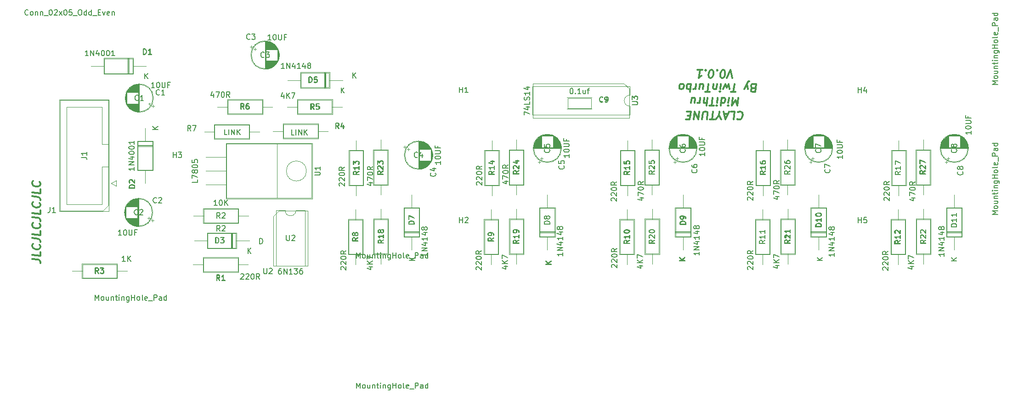
<source format=gbr>
%TF.GenerationSoftware,KiCad,Pcbnew,(5.1.7)-1*%
%TF.CreationDate,2021-12-31T12:29:52+00:00*%
%TF.ProjectId,PCB-MIDI-THRU,5043422d-4d49-4444-992d-544852552e6b,rev?*%
%TF.SameCoordinates,Original*%
%TF.FileFunction,Legend,Top*%
%TF.FilePolarity,Positive*%
%FSLAX46Y46*%
G04 Gerber Fmt 4.6, Leading zero omitted, Abs format (unit mm)*
G04 Created by KiCad (PCBNEW (5.1.7)-1) date 2021-12-31 12:29:52*
%MOMM*%
%LPD*%
G01*
G04 APERTURE LIST*
%ADD10C,0.300000*%
%ADD11C,0.100000*%
%ADD12C,0.120000*%
%ADD13C,0.150000*%
%ADD14C,0.129000*%
G04 APERTURE END LIST*
D10*
X83278571Y-159697142D02*
X84350000Y-159831071D01*
X84564285Y-159929285D01*
X84707142Y-160090000D01*
X84778571Y-160313214D01*
X84778571Y-160456071D01*
X84778571Y-158456071D02*
X84778571Y-159170357D01*
X83278571Y-158982857D01*
X84635714Y-157081071D02*
X84707142Y-157161428D01*
X84778571Y-157384642D01*
X84778571Y-157527500D01*
X84707142Y-157732857D01*
X84564285Y-157857857D01*
X84421428Y-157911428D01*
X84135714Y-157947142D01*
X83921428Y-157920357D01*
X83635714Y-157813214D01*
X83492857Y-157723928D01*
X83350000Y-157563214D01*
X83278571Y-157340000D01*
X83278571Y-157197142D01*
X83350000Y-156991785D01*
X83421428Y-156929285D01*
X83278571Y-155840000D02*
X84350000Y-155973928D01*
X84564285Y-156072142D01*
X84707142Y-156232857D01*
X84778571Y-156456071D01*
X84778571Y-156598928D01*
X84778571Y-154598928D02*
X84778571Y-155313214D01*
X83278571Y-155125714D01*
X84635714Y-153223928D02*
X84707142Y-153304285D01*
X84778571Y-153527500D01*
X84778571Y-153670357D01*
X84707142Y-153875714D01*
X84564285Y-154000714D01*
X84421428Y-154054285D01*
X84135714Y-154090000D01*
X83921428Y-154063214D01*
X83635714Y-153956071D01*
X83492857Y-153866785D01*
X83350000Y-153706071D01*
X83278571Y-153482857D01*
X83278571Y-153340000D01*
X83350000Y-153134642D01*
X83421428Y-153072142D01*
X83278571Y-151982857D02*
X84350000Y-152116785D01*
X84564285Y-152215000D01*
X84707142Y-152375714D01*
X84778571Y-152598928D01*
X84778571Y-152741785D01*
X84778571Y-150741785D02*
X84778571Y-151456071D01*
X83278571Y-151268571D01*
X84635714Y-149366785D02*
X84707142Y-149447142D01*
X84778571Y-149670357D01*
X84778571Y-149813214D01*
X84707142Y-150018571D01*
X84564285Y-150143571D01*
X84421428Y-150197142D01*
X84135714Y-150232857D01*
X83921428Y-150206071D01*
X83635714Y-150098928D01*
X83492857Y-150009642D01*
X83350000Y-149848928D01*
X83278571Y-149625714D01*
X83278571Y-149482857D01*
X83350000Y-149277500D01*
X83421428Y-149215000D01*
X83278571Y-148125714D02*
X84350000Y-148259642D01*
X84564285Y-148357857D01*
X84707142Y-148518571D01*
X84778571Y-148741785D01*
X84778571Y-148884642D01*
X84778571Y-146884642D02*
X84778571Y-147598928D01*
X83278571Y-147411428D01*
X84635714Y-145509642D02*
X84707142Y-145590000D01*
X84778571Y-145813214D01*
X84778571Y-145956071D01*
X84707142Y-146161428D01*
X84564285Y-146286428D01*
X84421428Y-146340000D01*
X84135714Y-146375714D01*
X83921428Y-146348928D01*
X83635714Y-146241785D01*
X83492857Y-146152500D01*
X83350000Y-145991785D01*
X83278571Y-145768571D01*
X83278571Y-145625714D01*
X83350000Y-145420357D01*
X83421428Y-145357857D01*
X213368214Y-132669285D02*
X213448571Y-132597857D01*
X213671785Y-132526428D01*
X213814642Y-132526428D01*
X214020000Y-132597857D01*
X214145000Y-132740714D01*
X214198571Y-132883571D01*
X214234285Y-133169285D01*
X214207500Y-133383571D01*
X214100357Y-133669285D01*
X214011071Y-133812142D01*
X213850357Y-133955000D01*
X213627142Y-134026428D01*
X213484285Y-134026428D01*
X213278928Y-133955000D01*
X213216428Y-133883571D01*
X212028928Y-132526428D02*
X212743214Y-132526428D01*
X212555714Y-134026428D01*
X211546785Y-132955000D02*
X210832500Y-132955000D01*
X211743214Y-132526428D02*
X211055714Y-134026428D01*
X210743214Y-132526428D01*
X209868214Y-133240714D02*
X209957500Y-132526428D01*
X210270000Y-134026428D02*
X209868214Y-133240714D01*
X209270000Y-134026428D01*
X208984285Y-134026428D02*
X208127142Y-134026428D01*
X208743214Y-132526428D02*
X208555714Y-134026428D01*
X207627142Y-134026428D02*
X207778928Y-132812142D01*
X207725357Y-132669285D01*
X207662857Y-132597857D01*
X207528928Y-132526428D01*
X207243214Y-132526428D01*
X207091428Y-132597857D01*
X207011071Y-132669285D01*
X206921785Y-132812142D01*
X206770000Y-134026428D01*
X206243214Y-132526428D02*
X206055714Y-134026428D01*
X205386071Y-132526428D01*
X205198571Y-134026428D01*
X204573571Y-133312142D02*
X204073571Y-133312142D01*
X203957500Y-132526428D02*
X204671785Y-132526428D01*
X204484285Y-134026428D01*
X203770000Y-134026428D01*
X213421785Y-129976428D02*
X213234285Y-131476428D01*
X212868214Y-130405000D01*
X212234285Y-131476428D01*
X212421785Y-129976428D01*
X211707500Y-129976428D02*
X211582500Y-130976428D01*
X211520000Y-131476428D02*
X211600357Y-131405000D01*
X211537857Y-131333571D01*
X211457500Y-131405000D01*
X211520000Y-131476428D01*
X211537857Y-131333571D01*
X210350357Y-129976428D02*
X210162857Y-131476428D01*
X210341428Y-130047857D02*
X210493214Y-129976428D01*
X210778928Y-129976428D01*
X210912857Y-130047857D01*
X210975357Y-130119285D01*
X211028928Y-130262142D01*
X210975357Y-130690714D01*
X210886071Y-130833571D01*
X210805714Y-130905000D01*
X210653928Y-130976428D01*
X210368214Y-130976428D01*
X210234285Y-130905000D01*
X209636071Y-129976428D02*
X209511071Y-130976428D01*
X209448571Y-131476428D02*
X209528928Y-131405000D01*
X209466428Y-131333571D01*
X209386071Y-131405000D01*
X209448571Y-131476428D01*
X209466428Y-131333571D01*
X208948571Y-131476428D02*
X208091428Y-131476428D01*
X208707500Y-129976428D02*
X208520000Y-131476428D01*
X207778928Y-129976428D02*
X207591428Y-131476428D01*
X207136071Y-129976428D02*
X207037857Y-130762142D01*
X207091428Y-130905000D01*
X207225357Y-130976428D01*
X207439642Y-130976428D01*
X207591428Y-130905000D01*
X207671785Y-130833571D01*
X206421785Y-129976428D02*
X206296785Y-130976428D01*
X206332500Y-130690714D02*
X206243214Y-130833571D01*
X206162857Y-130905000D01*
X206011071Y-130976428D01*
X205868214Y-130976428D01*
X204725357Y-130976428D02*
X204850357Y-129976428D01*
X205368214Y-130976428D02*
X205466428Y-130190714D01*
X205412857Y-130047857D01*
X205278928Y-129976428D01*
X205064642Y-129976428D01*
X204912857Y-130047857D01*
X204832500Y-130119285D01*
X216109285Y-128212142D02*
X215903928Y-128140714D01*
X215841428Y-128069285D01*
X215787857Y-127926428D01*
X215814642Y-127712142D01*
X215903928Y-127569285D01*
X215984285Y-127497857D01*
X216136071Y-127426428D01*
X216707500Y-127426428D01*
X216520000Y-128926428D01*
X216020000Y-128926428D01*
X215886071Y-128855000D01*
X215823571Y-128783571D01*
X215770000Y-128640714D01*
X215787857Y-128497857D01*
X215877142Y-128355000D01*
X215957500Y-128283571D01*
X216109285Y-128212142D01*
X216609285Y-128212142D01*
X215225357Y-128426428D02*
X214993214Y-127426428D01*
X214511071Y-128426428D02*
X214993214Y-127426428D01*
X215180714Y-127069285D01*
X215261071Y-126997857D01*
X215412857Y-126926428D01*
X212948571Y-128926428D02*
X212091428Y-128926428D01*
X212707500Y-127426428D02*
X212520000Y-128926428D01*
X211796785Y-128426428D02*
X211636071Y-127426428D01*
X211261071Y-128140714D01*
X211064642Y-127426428D01*
X210653928Y-128426428D01*
X210207500Y-127426428D02*
X210082500Y-128426428D01*
X210020000Y-128926428D02*
X210100357Y-128855000D01*
X210037857Y-128783571D01*
X209957500Y-128855000D01*
X210020000Y-128926428D01*
X210037857Y-128783571D01*
X209368214Y-128426428D02*
X209493214Y-127426428D01*
X209386071Y-128283571D02*
X209305714Y-128355000D01*
X209153928Y-128426428D01*
X208939642Y-128426428D01*
X208805714Y-128355000D01*
X208752142Y-128212142D01*
X208850357Y-127426428D01*
X208162857Y-128926428D02*
X207305714Y-128926428D01*
X207921785Y-127426428D02*
X207734285Y-128926428D01*
X206225357Y-128426428D02*
X206350357Y-127426428D01*
X206868214Y-128426428D02*
X206966428Y-127640714D01*
X206912857Y-127497857D01*
X206778928Y-127426428D01*
X206564642Y-127426428D01*
X206412857Y-127497857D01*
X206332500Y-127569285D01*
X205636071Y-127426428D02*
X205511071Y-128426428D01*
X205546785Y-128140714D02*
X205457500Y-128283571D01*
X205377142Y-128355000D01*
X205225357Y-128426428D01*
X205082500Y-128426428D01*
X204707500Y-127426428D02*
X204520000Y-128926428D01*
X204591428Y-128355000D02*
X204439642Y-128426428D01*
X204153928Y-128426428D01*
X204020000Y-128355000D01*
X203957500Y-128283571D01*
X203903928Y-128140714D01*
X203957500Y-127712142D01*
X204046785Y-127569285D01*
X204127142Y-127497857D01*
X204278928Y-127426428D01*
X204564642Y-127426428D01*
X204698571Y-127497857D01*
X203136071Y-127426428D02*
X203270000Y-127497857D01*
X203332500Y-127569285D01*
X203386071Y-127712142D01*
X203332500Y-128140714D01*
X203243214Y-128283571D01*
X203162857Y-128355000D01*
X203011071Y-128426428D01*
X202796785Y-128426428D01*
X202662857Y-128355000D01*
X202600357Y-128283571D01*
X202546785Y-128140714D01*
X202600357Y-127712142D01*
X202689642Y-127569285D01*
X202770000Y-127497857D01*
X202921785Y-127426428D01*
X203136071Y-127426428D01*
X212305714Y-126376428D02*
X211993214Y-124876428D01*
X211305714Y-126376428D01*
X210520000Y-126376428D02*
X210377142Y-126376428D01*
X210243214Y-126305000D01*
X210180714Y-126233571D01*
X210127142Y-126090714D01*
X210091428Y-125805000D01*
X210136071Y-125447857D01*
X210243214Y-125162142D01*
X210332500Y-125019285D01*
X210412857Y-124947857D01*
X210564642Y-124876428D01*
X210707500Y-124876428D01*
X210841428Y-124947857D01*
X210903928Y-125019285D01*
X210957500Y-125162142D01*
X210993214Y-125447857D01*
X210948571Y-125805000D01*
X210841428Y-126090714D01*
X210752142Y-126233571D01*
X210671785Y-126305000D01*
X210520000Y-126376428D01*
X209546785Y-125019285D02*
X209484285Y-124947857D01*
X209564642Y-124876428D01*
X209627142Y-124947857D01*
X209546785Y-125019285D01*
X209564642Y-124876428D01*
X208377142Y-126376428D02*
X208234285Y-126376428D01*
X208100357Y-126305000D01*
X208037857Y-126233571D01*
X207984285Y-126090714D01*
X207948571Y-125805000D01*
X207993214Y-125447857D01*
X208100357Y-125162142D01*
X208189642Y-125019285D01*
X208270000Y-124947857D01*
X208421785Y-124876428D01*
X208564642Y-124876428D01*
X208698571Y-124947857D01*
X208761071Y-125019285D01*
X208814642Y-125162142D01*
X208850357Y-125447857D01*
X208805714Y-125805000D01*
X208698571Y-126090714D01*
X208609285Y-126233571D01*
X208528928Y-126305000D01*
X208377142Y-126376428D01*
X207403928Y-125019285D02*
X207341428Y-124947857D01*
X207421785Y-124876428D01*
X207484285Y-124947857D01*
X207403928Y-125019285D01*
X207421785Y-124876428D01*
X205921785Y-124876428D02*
X206778928Y-124876428D01*
X206350357Y-124876428D02*
X206162857Y-126376428D01*
X206332500Y-126162142D01*
X206493214Y-126019285D01*
X206645000Y-125947857D01*
D11*
%TO.C,C9*%
X186290000Y-131950000D02*
X186290000Y-130050000D01*
X186290000Y-130050000D02*
X181990000Y-130050000D01*
X181990000Y-130050000D02*
X181990000Y-131950000D01*
X181990000Y-131950000D02*
X186290000Y-131950000D01*
D12*
X186410000Y-132070000D02*
X181870000Y-132070000D01*
X186410000Y-129930000D02*
X181870000Y-129930000D01*
X186410000Y-132070000D02*
X186410000Y-132055000D01*
X186410000Y-129945000D02*
X186410000Y-129930000D01*
X181870000Y-132070000D02*
X181870000Y-132055000D01*
X181870000Y-129945000D02*
X181870000Y-129930000D01*
D11*
%TO.C,U2*%
X128725000Y-150810000D02*
X134075000Y-150810000D01*
X134075000Y-150810000D02*
X134075000Y-160970000D01*
X134075000Y-160970000D02*
X127725000Y-160970000D01*
X127725000Y-160970000D02*
X127725000Y-151810000D01*
X127725000Y-151810000D02*
X128725000Y-150810000D01*
D12*
X129900000Y-150750000D02*
X128250000Y-150750000D01*
X128250000Y-150750000D02*
X128250000Y-161030000D01*
X128250000Y-161030000D02*
X133550000Y-161030000D01*
X133550000Y-161030000D02*
X133550000Y-150750000D01*
X133550000Y-150750000D02*
X131900000Y-150750000D01*
X131900000Y-150750000D02*
G75*
G02*
X129900000Y-150750000I-1000000J0D01*
G01*
D11*
%TO.C,U1*%
X133830000Y-143500000D02*
G75*
G03*
X133830000Y-143500000I-1850000J0D01*
G01*
X128380000Y-138500000D02*
X134780000Y-138500000D01*
X134780000Y-138500000D02*
X134780000Y-148500000D01*
X134780000Y-148500000D02*
X128380000Y-148500000D01*
X128380000Y-148500000D02*
X128380000Y-138500000D01*
X119130000Y-138500000D02*
X128380000Y-138500000D01*
X128380000Y-138500000D02*
X128380000Y-148500000D01*
X128380000Y-148500000D02*
X119130000Y-148500000D01*
X119130000Y-148500000D02*
X119130000Y-138500000D01*
X119130000Y-140960000D02*
X115320000Y-140960000D01*
X119130000Y-143500000D02*
X115320000Y-143500000D01*
X119130000Y-146040000D02*
X115320000Y-146040000D01*
D12*
X119010000Y-138380000D02*
X119010000Y-148620000D01*
X134900000Y-138380000D02*
X134900000Y-148620000D01*
X134900000Y-138380000D02*
X119010000Y-138380000D01*
X134900000Y-148620000D02*
X119010000Y-148620000D01*
X119010000Y-140960000D02*
X116470000Y-140960000D01*
X119010000Y-143500000D02*
X116470000Y-143500000D01*
X119010000Y-146040000D02*
X116470000Y-146040000D01*
D11*
%TO.C,U3*%
X193350000Y-128355000D02*
X193350000Y-133705000D01*
X193350000Y-133705000D02*
X175570000Y-133705000D01*
X175570000Y-133705000D02*
X175570000Y-127355000D01*
X175570000Y-127355000D02*
X192350000Y-127355000D01*
X192350000Y-127355000D02*
X193350000Y-128355000D01*
D12*
X193410000Y-129530000D02*
X193410000Y-127880000D01*
X193410000Y-127880000D02*
X175510000Y-127880000D01*
X175510000Y-127880000D02*
X175510000Y-133180000D01*
X175510000Y-133180000D02*
X193410000Y-133180000D01*
X193410000Y-133180000D02*
X193410000Y-131530000D01*
X193410000Y-131530000D02*
G75*
G02*
X193410000Y-129530000I0J1000000D01*
G01*
D11*
%TO.C,R27*%
X248760000Y-139680000D02*
X246260000Y-139680000D01*
X246260000Y-139680000D02*
X246260000Y-145980000D01*
X246260000Y-145980000D02*
X248760000Y-145980000D01*
X248760000Y-145980000D02*
X248760000Y-139680000D01*
X247510000Y-137750000D02*
X247510000Y-139680000D01*
X247510000Y-147910000D02*
X247510000Y-145980000D01*
D12*
X248880000Y-139560000D02*
X246140000Y-139560000D01*
X246140000Y-139560000D02*
X246140000Y-146100000D01*
X246140000Y-146100000D02*
X248880000Y-146100000D01*
X248880000Y-146100000D02*
X248880000Y-139560000D01*
X247510000Y-138790000D02*
X247510000Y-139560000D01*
X247510000Y-146870000D02*
X247510000Y-146100000D01*
D11*
%TO.C,R26*%
X223760000Y-139680000D02*
X221260000Y-139680000D01*
X221260000Y-139680000D02*
X221260000Y-145980000D01*
X221260000Y-145980000D02*
X223760000Y-145980000D01*
X223760000Y-145980000D02*
X223760000Y-139680000D01*
X222510000Y-137750000D02*
X222510000Y-139680000D01*
X222510000Y-147910000D02*
X222510000Y-145980000D01*
D12*
X223880000Y-139560000D02*
X221140000Y-139560000D01*
X221140000Y-139560000D02*
X221140000Y-146100000D01*
X221140000Y-146100000D02*
X223880000Y-146100000D01*
X223880000Y-146100000D02*
X223880000Y-139560000D01*
X222510000Y-138790000D02*
X222510000Y-139560000D01*
X222510000Y-146870000D02*
X222510000Y-146100000D01*
D11*
%TO.C,R25*%
X198760000Y-139680000D02*
X196260000Y-139680000D01*
X196260000Y-139680000D02*
X196260000Y-145980000D01*
X196260000Y-145980000D02*
X198760000Y-145980000D01*
X198760000Y-145980000D02*
X198760000Y-139680000D01*
X197510000Y-137750000D02*
X197510000Y-139680000D01*
X197510000Y-147910000D02*
X197510000Y-145980000D01*
D12*
X198880000Y-139560000D02*
X196140000Y-139560000D01*
X196140000Y-139560000D02*
X196140000Y-146100000D01*
X196140000Y-146100000D02*
X198880000Y-146100000D01*
X198880000Y-146100000D02*
X198880000Y-139560000D01*
X197510000Y-138790000D02*
X197510000Y-139560000D01*
X197510000Y-146870000D02*
X197510000Y-146100000D01*
D11*
%TO.C,R24*%
X173760000Y-139680000D02*
X171260000Y-139680000D01*
X171260000Y-139680000D02*
X171260000Y-145980000D01*
X171260000Y-145980000D02*
X173760000Y-145980000D01*
X173760000Y-145980000D02*
X173760000Y-139680000D01*
X172510000Y-137750000D02*
X172510000Y-139680000D01*
X172510000Y-147910000D02*
X172510000Y-145980000D01*
D12*
X173880000Y-139560000D02*
X171140000Y-139560000D01*
X171140000Y-139560000D02*
X171140000Y-146100000D01*
X171140000Y-146100000D02*
X173880000Y-146100000D01*
X173880000Y-146100000D02*
X173880000Y-139560000D01*
X172510000Y-138790000D02*
X172510000Y-139560000D01*
X172510000Y-146870000D02*
X172510000Y-146100000D01*
D11*
%TO.C,R23*%
X148760000Y-139680000D02*
X146260000Y-139680000D01*
X146260000Y-139680000D02*
X146260000Y-145980000D01*
X146260000Y-145980000D02*
X148760000Y-145980000D01*
X148760000Y-145980000D02*
X148760000Y-139680000D01*
X147510000Y-137750000D02*
X147510000Y-139680000D01*
X147510000Y-147910000D02*
X147510000Y-145980000D01*
D12*
X148880000Y-139560000D02*
X146140000Y-139560000D01*
X146140000Y-139560000D02*
X146140000Y-146100000D01*
X146140000Y-146100000D02*
X148880000Y-146100000D01*
X148880000Y-146100000D02*
X148880000Y-139560000D01*
X147510000Y-138790000D02*
X147510000Y-139560000D01*
X147510000Y-146870000D02*
X147510000Y-146100000D01*
D11*
%TO.C,R22*%
X248800000Y-152420000D02*
X246300000Y-152420000D01*
X246300000Y-152420000D02*
X246300000Y-158720000D01*
X246300000Y-158720000D02*
X248800000Y-158720000D01*
X248800000Y-158720000D02*
X248800000Y-152420000D01*
X247550000Y-150490000D02*
X247550000Y-152420000D01*
X247550000Y-160650000D02*
X247550000Y-158720000D01*
D12*
X248920000Y-152300000D02*
X246180000Y-152300000D01*
X246180000Y-152300000D02*
X246180000Y-158840000D01*
X246180000Y-158840000D02*
X248920000Y-158840000D01*
X248920000Y-158840000D02*
X248920000Y-152300000D01*
X247550000Y-151530000D02*
X247550000Y-152300000D01*
X247550000Y-159610000D02*
X247550000Y-158840000D01*
D11*
%TO.C,R21*%
X223800000Y-152420000D02*
X221300000Y-152420000D01*
X221300000Y-152420000D02*
X221300000Y-158720000D01*
X221300000Y-158720000D02*
X223800000Y-158720000D01*
X223800000Y-158720000D02*
X223800000Y-152420000D01*
X222550000Y-150490000D02*
X222550000Y-152420000D01*
X222550000Y-160650000D02*
X222550000Y-158720000D01*
D12*
X223920000Y-152300000D02*
X221180000Y-152300000D01*
X221180000Y-152300000D02*
X221180000Y-158840000D01*
X221180000Y-158840000D02*
X223920000Y-158840000D01*
X223920000Y-158840000D02*
X223920000Y-152300000D01*
X222550000Y-151530000D02*
X222550000Y-152300000D01*
X222550000Y-159610000D02*
X222550000Y-158840000D01*
D11*
%TO.C,R20*%
X198800000Y-152420000D02*
X196300000Y-152420000D01*
X196300000Y-152420000D02*
X196300000Y-158720000D01*
X196300000Y-158720000D02*
X198800000Y-158720000D01*
X198800000Y-158720000D02*
X198800000Y-152420000D01*
X197550000Y-150490000D02*
X197550000Y-152420000D01*
X197550000Y-160650000D02*
X197550000Y-158720000D01*
D12*
X198920000Y-152300000D02*
X196180000Y-152300000D01*
X196180000Y-152300000D02*
X196180000Y-158840000D01*
X196180000Y-158840000D02*
X198920000Y-158840000D01*
X198920000Y-158840000D02*
X198920000Y-152300000D01*
X197550000Y-151530000D02*
X197550000Y-152300000D01*
X197550000Y-159610000D02*
X197550000Y-158840000D01*
D11*
%TO.C,R19*%
X173800000Y-152420000D02*
X171300000Y-152420000D01*
X171300000Y-152420000D02*
X171300000Y-158720000D01*
X171300000Y-158720000D02*
X173800000Y-158720000D01*
X173800000Y-158720000D02*
X173800000Y-152420000D01*
X172550000Y-150490000D02*
X172550000Y-152420000D01*
X172550000Y-160650000D02*
X172550000Y-158720000D01*
D12*
X173920000Y-152300000D02*
X171180000Y-152300000D01*
X171180000Y-152300000D02*
X171180000Y-158840000D01*
X171180000Y-158840000D02*
X173920000Y-158840000D01*
X173920000Y-158840000D02*
X173920000Y-152300000D01*
X172550000Y-151530000D02*
X172550000Y-152300000D01*
X172550000Y-159610000D02*
X172550000Y-158840000D01*
D11*
%TO.C,R18*%
X148800000Y-152420000D02*
X146300000Y-152420000D01*
X146300000Y-152420000D02*
X146300000Y-158720000D01*
X146300000Y-158720000D02*
X148800000Y-158720000D01*
X148800000Y-158720000D02*
X148800000Y-152420000D01*
X147550000Y-150490000D02*
X147550000Y-152420000D01*
X147550000Y-160650000D02*
X147550000Y-158720000D01*
D12*
X148920000Y-152300000D02*
X146180000Y-152300000D01*
X146180000Y-152300000D02*
X146180000Y-158840000D01*
X146180000Y-158840000D02*
X148920000Y-158840000D01*
X148920000Y-158840000D02*
X148920000Y-152300000D01*
X147550000Y-151530000D02*
X147550000Y-152300000D01*
X147550000Y-159610000D02*
X147550000Y-158840000D01*
D11*
%TO.C,R17*%
X241750000Y-146070000D02*
X244250000Y-146070000D01*
X244250000Y-146070000D02*
X244250000Y-139770000D01*
X244250000Y-139770000D02*
X241750000Y-139770000D01*
X241750000Y-139770000D02*
X241750000Y-146070000D01*
X243000000Y-148000000D02*
X243000000Y-146070000D01*
X243000000Y-137840000D02*
X243000000Y-139770000D01*
D12*
X241630000Y-146190000D02*
X244370000Y-146190000D01*
X244370000Y-146190000D02*
X244370000Y-139650000D01*
X244370000Y-139650000D02*
X241630000Y-139650000D01*
X241630000Y-139650000D02*
X241630000Y-146190000D01*
X243000000Y-146960000D02*
X243000000Y-146190000D01*
X243000000Y-138880000D02*
X243000000Y-139650000D01*
D11*
%TO.C,R16*%
X216750000Y-146070000D02*
X219250000Y-146070000D01*
X219250000Y-146070000D02*
X219250000Y-139770000D01*
X219250000Y-139770000D02*
X216750000Y-139770000D01*
X216750000Y-139770000D02*
X216750000Y-146070000D01*
X218000000Y-148000000D02*
X218000000Y-146070000D01*
X218000000Y-137840000D02*
X218000000Y-139770000D01*
D12*
X216630000Y-146190000D02*
X219370000Y-146190000D01*
X219370000Y-146190000D02*
X219370000Y-139650000D01*
X219370000Y-139650000D02*
X216630000Y-139650000D01*
X216630000Y-139650000D02*
X216630000Y-146190000D01*
X218000000Y-146960000D02*
X218000000Y-146190000D01*
X218000000Y-138880000D02*
X218000000Y-139650000D01*
D11*
%TO.C,R15*%
X191750000Y-146070000D02*
X194250000Y-146070000D01*
X194250000Y-146070000D02*
X194250000Y-139770000D01*
X194250000Y-139770000D02*
X191750000Y-139770000D01*
X191750000Y-139770000D02*
X191750000Y-146070000D01*
X193000000Y-148000000D02*
X193000000Y-146070000D01*
X193000000Y-137840000D02*
X193000000Y-139770000D01*
D12*
X191630000Y-146190000D02*
X194370000Y-146190000D01*
X194370000Y-146190000D02*
X194370000Y-139650000D01*
X194370000Y-139650000D02*
X191630000Y-139650000D01*
X191630000Y-139650000D02*
X191630000Y-146190000D01*
X193000000Y-146960000D02*
X193000000Y-146190000D01*
X193000000Y-138880000D02*
X193000000Y-139650000D01*
D11*
%TO.C,R14*%
X166750000Y-146070000D02*
X169250000Y-146070000D01*
X169250000Y-146070000D02*
X169250000Y-139770000D01*
X169250000Y-139770000D02*
X166750000Y-139770000D01*
X166750000Y-139770000D02*
X166750000Y-146070000D01*
X168000000Y-148000000D02*
X168000000Y-146070000D01*
X168000000Y-137840000D02*
X168000000Y-139770000D01*
D12*
X166630000Y-146190000D02*
X169370000Y-146190000D01*
X169370000Y-146190000D02*
X169370000Y-139650000D01*
X169370000Y-139650000D02*
X166630000Y-139650000D01*
X166630000Y-139650000D02*
X166630000Y-146190000D01*
X168000000Y-146960000D02*
X168000000Y-146190000D01*
X168000000Y-138880000D02*
X168000000Y-139650000D01*
D11*
%TO.C,R13*%
X141750000Y-146070000D02*
X144250000Y-146070000D01*
X144250000Y-146070000D02*
X144250000Y-139770000D01*
X144250000Y-139770000D02*
X141750000Y-139770000D01*
X141750000Y-139770000D02*
X141750000Y-146070000D01*
X143000000Y-148000000D02*
X143000000Y-146070000D01*
X143000000Y-137840000D02*
X143000000Y-139770000D01*
D12*
X141630000Y-146190000D02*
X144370000Y-146190000D01*
X144370000Y-146190000D02*
X144370000Y-139650000D01*
X144370000Y-139650000D02*
X141630000Y-139650000D01*
X141630000Y-139650000D02*
X141630000Y-146190000D01*
X143000000Y-146960000D02*
X143000000Y-146190000D01*
X143000000Y-138880000D02*
X143000000Y-139650000D01*
D11*
%TO.C,R12*%
X244140000Y-152500000D02*
X241640000Y-152500000D01*
X241640000Y-152500000D02*
X241640000Y-158800000D01*
X241640000Y-158800000D02*
X244140000Y-158800000D01*
X244140000Y-158800000D02*
X244140000Y-152500000D01*
X242890000Y-150570000D02*
X242890000Y-152500000D01*
X242890000Y-160730000D02*
X242890000Y-158800000D01*
D12*
X244260000Y-152380000D02*
X241520000Y-152380000D01*
X241520000Y-152380000D02*
X241520000Y-158920000D01*
X241520000Y-158920000D02*
X244260000Y-158920000D01*
X244260000Y-158920000D02*
X244260000Y-152380000D01*
X242890000Y-151610000D02*
X242890000Y-152380000D01*
X242890000Y-159690000D02*
X242890000Y-158920000D01*
D11*
%TO.C,R11*%
X219140000Y-152500000D02*
X216640000Y-152500000D01*
X216640000Y-152500000D02*
X216640000Y-158800000D01*
X216640000Y-158800000D02*
X219140000Y-158800000D01*
X219140000Y-158800000D02*
X219140000Y-152500000D01*
X217890000Y-150570000D02*
X217890000Y-152500000D01*
X217890000Y-160730000D02*
X217890000Y-158800000D01*
D12*
X219260000Y-152380000D02*
X216520000Y-152380000D01*
X216520000Y-152380000D02*
X216520000Y-158920000D01*
X216520000Y-158920000D02*
X219260000Y-158920000D01*
X219260000Y-158920000D02*
X219260000Y-152380000D01*
X217890000Y-151610000D02*
X217890000Y-152380000D01*
X217890000Y-159690000D02*
X217890000Y-158920000D01*
D11*
%TO.C,R10*%
X194140000Y-152500000D02*
X191640000Y-152500000D01*
X191640000Y-152500000D02*
X191640000Y-158800000D01*
X191640000Y-158800000D02*
X194140000Y-158800000D01*
X194140000Y-158800000D02*
X194140000Y-152500000D01*
X192890000Y-150570000D02*
X192890000Y-152500000D01*
X192890000Y-160730000D02*
X192890000Y-158800000D01*
D12*
X194260000Y-152380000D02*
X191520000Y-152380000D01*
X191520000Y-152380000D02*
X191520000Y-158920000D01*
X191520000Y-158920000D02*
X194260000Y-158920000D01*
X194260000Y-158920000D02*
X194260000Y-152380000D01*
X192890000Y-151610000D02*
X192890000Y-152380000D01*
X192890000Y-159690000D02*
X192890000Y-158920000D01*
D11*
%TO.C,R9*%
X169140000Y-152500000D02*
X166640000Y-152500000D01*
X166640000Y-152500000D02*
X166640000Y-158800000D01*
X166640000Y-158800000D02*
X169140000Y-158800000D01*
X169140000Y-158800000D02*
X169140000Y-152500000D01*
X167890000Y-150570000D02*
X167890000Y-152500000D01*
X167890000Y-160730000D02*
X167890000Y-158800000D01*
D12*
X169260000Y-152380000D02*
X166520000Y-152380000D01*
X166520000Y-152380000D02*
X166520000Y-158920000D01*
X166520000Y-158920000D02*
X169260000Y-158920000D01*
X169260000Y-158920000D02*
X169260000Y-152380000D01*
X167890000Y-151610000D02*
X167890000Y-152380000D01*
X167890000Y-159690000D02*
X167890000Y-158920000D01*
D11*
%TO.C,R8*%
X144140000Y-152500000D02*
X141640000Y-152500000D01*
X141640000Y-152500000D02*
X141640000Y-158800000D01*
X141640000Y-158800000D02*
X144140000Y-158800000D01*
X144140000Y-158800000D02*
X144140000Y-152500000D01*
X142890000Y-150570000D02*
X142890000Y-152500000D01*
X142890000Y-160730000D02*
X142890000Y-158800000D01*
D12*
X144260000Y-152380000D02*
X141520000Y-152380000D01*
X141520000Y-152380000D02*
X141520000Y-158920000D01*
X141520000Y-158920000D02*
X144260000Y-158920000D01*
X144260000Y-158920000D02*
X144260000Y-152380000D01*
X142890000Y-151610000D02*
X142890000Y-152380000D01*
X142890000Y-159690000D02*
X142890000Y-158920000D01*
D11*
%TO.C,R7*%
X123230000Y-137500000D02*
X123230000Y-135000000D01*
X123230000Y-135000000D02*
X116930000Y-135000000D01*
X116930000Y-135000000D02*
X116930000Y-137500000D01*
X116930000Y-137500000D02*
X123230000Y-137500000D01*
X125160000Y-136250000D02*
X123230000Y-136250000D01*
X115000000Y-136250000D02*
X116930000Y-136250000D01*
D12*
X123350000Y-137620000D02*
X123350000Y-134880000D01*
X123350000Y-134880000D02*
X116810000Y-134880000D01*
X116810000Y-134880000D02*
X116810000Y-137620000D01*
X116810000Y-137620000D02*
X123350000Y-137620000D01*
X124120000Y-136250000D02*
X123350000Y-136250000D01*
X116040000Y-136250000D02*
X116810000Y-136250000D01*
D11*
%TO.C,R6*%
X119370000Y-130420000D02*
X119370000Y-132920000D01*
X119370000Y-132920000D02*
X125670000Y-132920000D01*
X125670000Y-132920000D02*
X125670000Y-130420000D01*
X125670000Y-130420000D02*
X119370000Y-130420000D01*
X117440000Y-131670000D02*
X119370000Y-131670000D01*
X127600000Y-131670000D02*
X125670000Y-131670000D01*
D12*
X119250000Y-130300000D02*
X119250000Y-133040000D01*
X119250000Y-133040000D02*
X125790000Y-133040000D01*
X125790000Y-133040000D02*
X125790000Y-130300000D01*
X125790000Y-130300000D02*
X119250000Y-130300000D01*
X118480000Y-131670000D02*
X119250000Y-131670000D01*
X126560000Y-131670000D02*
X125790000Y-131670000D01*
D11*
%TO.C,R5*%
X132220000Y-130420000D02*
X132220000Y-132920000D01*
X132220000Y-132920000D02*
X138520000Y-132920000D01*
X138520000Y-132920000D02*
X138520000Y-130420000D01*
X138520000Y-130420000D02*
X132220000Y-130420000D01*
X130290000Y-131670000D02*
X132220000Y-131670000D01*
X140450000Y-131670000D02*
X138520000Y-131670000D01*
D12*
X132100000Y-130300000D02*
X132100000Y-133040000D01*
X132100000Y-133040000D02*
X138640000Y-133040000D01*
X138640000Y-133040000D02*
X138640000Y-130300000D01*
X138640000Y-130300000D02*
X132100000Y-130300000D01*
X131330000Y-131670000D02*
X132100000Y-131670000D01*
X139410000Y-131670000D02*
X138640000Y-131670000D01*
D11*
%TO.C,R4*%
X129610000Y-134900000D02*
X129610000Y-137400000D01*
X129610000Y-137400000D02*
X135910000Y-137400000D01*
X135910000Y-137400000D02*
X135910000Y-134900000D01*
X135910000Y-134900000D02*
X129610000Y-134900000D01*
X127680000Y-136150000D02*
X129610000Y-136150000D01*
X137840000Y-136150000D02*
X135910000Y-136150000D01*
D12*
X129490000Y-134780000D02*
X129490000Y-137520000D01*
X129490000Y-137520000D02*
X136030000Y-137520000D01*
X136030000Y-137520000D02*
X136030000Y-134780000D01*
X136030000Y-134780000D02*
X129490000Y-134780000D01*
X128720000Y-136150000D02*
X129490000Y-136150000D01*
X136800000Y-136150000D02*
X136030000Y-136150000D01*
D11*
%TO.C,R3*%
X92570000Y-160700000D02*
X92570000Y-163200000D01*
X92570000Y-163200000D02*
X98870000Y-163200000D01*
X98870000Y-163200000D02*
X98870000Y-160700000D01*
X98870000Y-160700000D02*
X92570000Y-160700000D01*
X90640000Y-161950000D02*
X92570000Y-161950000D01*
X100800000Y-161950000D02*
X98870000Y-161950000D01*
D12*
X92450000Y-160580000D02*
X92450000Y-163320000D01*
X92450000Y-163320000D02*
X98990000Y-163320000D01*
X98990000Y-163320000D02*
X98990000Y-160580000D01*
X98990000Y-160580000D02*
X92450000Y-160580000D01*
X91680000Y-161950000D02*
X92450000Y-161950000D01*
X99760000Y-161950000D02*
X98990000Y-161950000D01*
D11*
%TO.C,R2*%
X121220000Y-153000000D02*
X121220000Y-150500000D01*
X121220000Y-150500000D02*
X114920000Y-150500000D01*
X114920000Y-150500000D02*
X114920000Y-153000000D01*
X114920000Y-153000000D02*
X121220000Y-153000000D01*
X123150000Y-151750000D02*
X121220000Y-151750000D01*
X112990000Y-151750000D02*
X114920000Y-151750000D01*
D12*
X121340000Y-153120000D02*
X121340000Y-150380000D01*
X121340000Y-150380000D02*
X114800000Y-150380000D01*
X114800000Y-150380000D02*
X114800000Y-153120000D01*
X114800000Y-153120000D02*
X121340000Y-153120000D01*
X122110000Y-151750000D02*
X121340000Y-151750000D01*
X114030000Y-151750000D02*
X114800000Y-151750000D01*
D11*
%TO.C,R1*%
X121180000Y-162030000D02*
X121180000Y-159530000D01*
X121180000Y-159530000D02*
X114880000Y-159530000D01*
X114880000Y-159530000D02*
X114880000Y-162030000D01*
X114880000Y-162030000D02*
X121180000Y-162030000D01*
X123110000Y-160780000D02*
X121180000Y-160780000D01*
X112950000Y-160780000D02*
X114880000Y-160780000D01*
D12*
X121300000Y-162150000D02*
X121300000Y-159410000D01*
X121300000Y-159410000D02*
X114760000Y-159410000D01*
X114760000Y-159410000D02*
X114760000Y-162150000D01*
X114760000Y-162150000D02*
X121300000Y-162150000D01*
X122070000Y-160780000D02*
X121300000Y-160780000D01*
X113990000Y-160780000D02*
X114760000Y-160780000D01*
D11*
%TO.C,J1*%
X97320000Y-149830000D02*
X96320000Y-150830000D01*
X96320000Y-150830000D02*
X88420000Y-150830000D01*
X88420000Y-150830000D02*
X88420000Y-130470000D01*
X88420000Y-130470000D02*
X97320000Y-130470000D01*
X97320000Y-130470000D02*
X97320000Y-149830000D01*
X97320000Y-142700000D02*
X96120000Y-142700000D01*
X96120000Y-142700000D02*
X96120000Y-149640000D01*
X96120000Y-149640000D02*
X89620000Y-149640000D01*
X89620000Y-149640000D02*
X89620000Y-131660000D01*
X89620000Y-131660000D02*
X96120000Y-131660000D01*
X96120000Y-131660000D02*
X96120000Y-138600000D01*
X96120000Y-138600000D02*
X96120000Y-138600000D01*
X96120000Y-138600000D02*
X97320000Y-138600000D01*
D12*
X97430000Y-150940000D02*
X88310000Y-150940000D01*
X88310000Y-150940000D02*
X88310000Y-130360000D01*
X88310000Y-130360000D02*
X97430000Y-130360000D01*
X97430000Y-130360000D02*
X97430000Y-150940000D01*
X97430000Y-142700000D02*
X96120000Y-142700000D01*
X96120000Y-142700000D02*
X96120000Y-149640000D01*
X96120000Y-149640000D02*
X89620000Y-149640000D01*
X89620000Y-149640000D02*
X89620000Y-131660000D01*
X89620000Y-131660000D02*
X96120000Y-131660000D01*
X96120000Y-131660000D02*
X96120000Y-138600000D01*
X96120000Y-138600000D02*
X96120000Y-138600000D01*
X96120000Y-138600000D02*
X97430000Y-138600000D01*
X97820000Y-145730000D02*
X98820000Y-146230000D01*
X98820000Y-146230000D02*
X98820000Y-145230000D01*
X98820000Y-145230000D02*
X97820000Y-145730000D01*
D11*
%TO.C,D11*%
X251870000Y-155540000D02*
X254570000Y-155540000D01*
X254570000Y-155540000D02*
X254570000Y-150340000D01*
X254570000Y-150340000D02*
X251870000Y-150340000D01*
X251870000Y-150340000D02*
X251870000Y-155540000D01*
X253220000Y-158020000D02*
X253220000Y-155540000D01*
X253220000Y-147860000D02*
X253220000Y-150340000D01*
X251870000Y-154760000D02*
X254570000Y-154760000D01*
X251870000Y-154660000D02*
X254570000Y-154660000D01*
X251870000Y-154860000D02*
X254570000Y-154860000D01*
D12*
X251750000Y-155660000D02*
X254690000Y-155660000D01*
X254690000Y-155660000D02*
X254690000Y-150220000D01*
X254690000Y-150220000D02*
X251750000Y-150220000D01*
X251750000Y-150220000D02*
X251750000Y-155660000D01*
X253220000Y-156880000D02*
X253220000Y-155660000D01*
X253220000Y-149000000D02*
X253220000Y-150220000D01*
X251750000Y-154760000D02*
X254690000Y-154760000D01*
X251750000Y-154640000D02*
X254690000Y-154640000D01*
X251750000Y-154880000D02*
X254690000Y-154880000D01*
D11*
%TO.C,D10*%
X226870000Y-155540000D02*
X229570000Y-155540000D01*
X229570000Y-155540000D02*
X229570000Y-150340000D01*
X229570000Y-150340000D02*
X226870000Y-150340000D01*
X226870000Y-150340000D02*
X226870000Y-155540000D01*
X228220000Y-158020000D02*
X228220000Y-155540000D01*
X228220000Y-147860000D02*
X228220000Y-150340000D01*
X226870000Y-154760000D02*
X229570000Y-154760000D01*
X226870000Y-154660000D02*
X229570000Y-154660000D01*
X226870000Y-154860000D02*
X229570000Y-154860000D01*
D12*
X226750000Y-155660000D02*
X229690000Y-155660000D01*
X229690000Y-155660000D02*
X229690000Y-150220000D01*
X229690000Y-150220000D02*
X226750000Y-150220000D01*
X226750000Y-150220000D02*
X226750000Y-155660000D01*
X228220000Y-156880000D02*
X228220000Y-155660000D01*
X228220000Y-149000000D02*
X228220000Y-150220000D01*
X226750000Y-154760000D02*
X229690000Y-154760000D01*
X226750000Y-154640000D02*
X229690000Y-154640000D01*
X226750000Y-154880000D02*
X229690000Y-154880000D01*
D11*
%TO.C,D9*%
X201870000Y-155540000D02*
X204570000Y-155540000D01*
X204570000Y-155540000D02*
X204570000Y-150340000D01*
X204570000Y-150340000D02*
X201870000Y-150340000D01*
X201870000Y-150340000D02*
X201870000Y-155540000D01*
X203220000Y-158020000D02*
X203220000Y-155540000D01*
X203220000Y-147860000D02*
X203220000Y-150340000D01*
X201870000Y-154760000D02*
X204570000Y-154760000D01*
X201870000Y-154660000D02*
X204570000Y-154660000D01*
X201870000Y-154860000D02*
X204570000Y-154860000D01*
D12*
X201750000Y-155660000D02*
X204690000Y-155660000D01*
X204690000Y-155660000D02*
X204690000Y-150220000D01*
X204690000Y-150220000D02*
X201750000Y-150220000D01*
X201750000Y-150220000D02*
X201750000Y-155660000D01*
X203220000Y-156880000D02*
X203220000Y-155660000D01*
X203220000Y-149000000D02*
X203220000Y-150220000D01*
X201750000Y-154760000D02*
X204690000Y-154760000D01*
X201750000Y-154640000D02*
X204690000Y-154640000D01*
X201750000Y-154880000D02*
X204690000Y-154880000D01*
D11*
%TO.C,D8*%
X176870000Y-155540000D02*
X179570000Y-155540000D01*
X179570000Y-155540000D02*
X179570000Y-150340000D01*
X179570000Y-150340000D02*
X176870000Y-150340000D01*
X176870000Y-150340000D02*
X176870000Y-155540000D01*
X178220000Y-158020000D02*
X178220000Y-155540000D01*
X178220000Y-147860000D02*
X178220000Y-150340000D01*
X176870000Y-154760000D02*
X179570000Y-154760000D01*
X176870000Y-154660000D02*
X179570000Y-154660000D01*
X176870000Y-154860000D02*
X179570000Y-154860000D01*
D12*
X176750000Y-155660000D02*
X179690000Y-155660000D01*
X179690000Y-155660000D02*
X179690000Y-150220000D01*
X179690000Y-150220000D02*
X176750000Y-150220000D01*
X176750000Y-150220000D02*
X176750000Y-155660000D01*
X178220000Y-156880000D02*
X178220000Y-155660000D01*
X178220000Y-149000000D02*
X178220000Y-150220000D01*
X176750000Y-154760000D02*
X179690000Y-154760000D01*
X176750000Y-154640000D02*
X179690000Y-154640000D01*
X176750000Y-154880000D02*
X179690000Y-154880000D01*
D11*
%TO.C,D7*%
X151870000Y-155540000D02*
X154570000Y-155540000D01*
X154570000Y-155540000D02*
X154570000Y-150340000D01*
X154570000Y-150340000D02*
X151870000Y-150340000D01*
X151870000Y-150340000D02*
X151870000Y-155540000D01*
X153220000Y-158020000D02*
X153220000Y-155540000D01*
X153220000Y-147860000D02*
X153220000Y-150340000D01*
X151870000Y-154760000D02*
X154570000Y-154760000D01*
X151870000Y-154660000D02*
X154570000Y-154660000D01*
X151870000Y-154860000D02*
X154570000Y-154860000D01*
D12*
X151750000Y-155660000D02*
X154690000Y-155660000D01*
X154690000Y-155660000D02*
X154690000Y-150220000D01*
X154690000Y-150220000D02*
X151750000Y-150220000D01*
X151750000Y-150220000D02*
X151750000Y-155660000D01*
X153220000Y-156880000D02*
X153220000Y-155660000D01*
X153220000Y-149000000D02*
X153220000Y-150220000D01*
X151750000Y-154760000D02*
X154690000Y-154760000D01*
X151750000Y-154640000D02*
X154690000Y-154640000D01*
X151750000Y-154880000D02*
X154690000Y-154880000D01*
D11*
%TO.C,D5*%
X138010000Y-128100000D02*
X138010000Y-125400000D01*
X138010000Y-125400000D02*
X132810000Y-125400000D01*
X132810000Y-125400000D02*
X132810000Y-128100000D01*
X132810000Y-128100000D02*
X138010000Y-128100000D01*
X140490000Y-126750000D02*
X138010000Y-126750000D01*
X130330000Y-126750000D02*
X132810000Y-126750000D01*
X137230000Y-128100000D02*
X137230000Y-125400000D01*
X137130000Y-128100000D02*
X137130000Y-125400000D01*
X137330000Y-128100000D02*
X137330000Y-125400000D01*
D12*
X138130000Y-128220000D02*
X138130000Y-125280000D01*
X138130000Y-125280000D02*
X132690000Y-125280000D01*
X132690000Y-125280000D02*
X132690000Y-128220000D01*
X132690000Y-128220000D02*
X138130000Y-128220000D01*
X139350000Y-126750000D02*
X138130000Y-126750000D01*
X131470000Y-126750000D02*
X132690000Y-126750000D01*
X137230000Y-128220000D02*
X137230000Y-125280000D01*
X137110000Y-128220000D02*
X137110000Y-125280000D01*
X137350000Y-128220000D02*
X137350000Y-125280000D01*
D11*
%TO.C,D3*%
X120830000Y-157680000D02*
X120830000Y-154980000D01*
X120830000Y-154980000D02*
X115630000Y-154980000D01*
X115630000Y-154980000D02*
X115630000Y-157680000D01*
X115630000Y-157680000D02*
X120830000Y-157680000D01*
X123310000Y-156330000D02*
X120830000Y-156330000D01*
X113150000Y-156330000D02*
X115630000Y-156330000D01*
X120050000Y-157680000D02*
X120050000Y-154980000D01*
X119950000Y-157680000D02*
X119950000Y-154980000D01*
X120150000Y-157680000D02*
X120150000Y-154980000D01*
D12*
X120950000Y-157800000D02*
X120950000Y-154860000D01*
X120950000Y-154860000D02*
X115510000Y-154860000D01*
X115510000Y-154860000D02*
X115510000Y-157800000D01*
X115510000Y-157800000D02*
X120950000Y-157800000D01*
X122170000Y-156330000D02*
X120950000Y-156330000D01*
X114290000Y-156330000D02*
X115510000Y-156330000D01*
X120050000Y-157800000D02*
X120050000Y-154860000D01*
X119930000Y-157800000D02*
X119930000Y-154860000D01*
X120170000Y-157800000D02*
X120170000Y-154860000D01*
D11*
%TO.C,D2*%
X105470000Y-138070000D02*
X102770000Y-138070000D01*
X102770000Y-138070000D02*
X102770000Y-143270000D01*
X102770000Y-143270000D02*
X105470000Y-143270000D01*
X105470000Y-143270000D02*
X105470000Y-138070000D01*
X104120000Y-135590000D02*
X104120000Y-138070000D01*
X104120000Y-145750000D02*
X104120000Y-143270000D01*
X105470000Y-138850000D02*
X102770000Y-138850000D01*
X105470000Y-138950000D02*
X102770000Y-138950000D01*
X105470000Y-138750000D02*
X102770000Y-138750000D01*
D12*
X105590000Y-137950000D02*
X102650000Y-137950000D01*
X102650000Y-137950000D02*
X102650000Y-143390000D01*
X102650000Y-143390000D02*
X105590000Y-143390000D01*
X105590000Y-143390000D02*
X105590000Y-137950000D01*
X104120000Y-136730000D02*
X104120000Y-137950000D01*
X104120000Y-144610000D02*
X104120000Y-143390000D01*
X105590000Y-138850000D02*
X102650000Y-138850000D01*
X105590000Y-138970000D02*
X102650000Y-138970000D01*
X105590000Y-138730000D02*
X102650000Y-138730000D01*
D11*
%TO.C,D1*%
X101800000Y-125480000D02*
X101800000Y-122780000D01*
X101800000Y-122780000D02*
X96600000Y-122780000D01*
X96600000Y-122780000D02*
X96600000Y-125480000D01*
X96600000Y-125480000D02*
X101800000Y-125480000D01*
X104280000Y-124130000D02*
X101800000Y-124130000D01*
X94120000Y-124130000D02*
X96600000Y-124130000D01*
X101020000Y-125480000D02*
X101020000Y-122780000D01*
X100920000Y-125480000D02*
X100920000Y-122780000D01*
X101120000Y-125480000D02*
X101120000Y-122780000D01*
D12*
X101920000Y-125600000D02*
X101920000Y-122660000D01*
X101920000Y-122660000D02*
X96480000Y-122660000D01*
X96480000Y-122660000D02*
X96480000Y-125600000D01*
X96480000Y-125600000D02*
X101920000Y-125600000D01*
X103140000Y-124130000D02*
X101920000Y-124130000D01*
X95260000Y-124130000D02*
X96480000Y-124130000D01*
X101020000Y-125600000D02*
X101020000Y-122660000D01*
X100900000Y-125600000D02*
X100900000Y-122660000D01*
X101140000Y-125600000D02*
X101140000Y-122660000D01*
D11*
%TO.C,C8*%
X255730000Y-139320000D02*
G75*
G03*
X255730000Y-139320000I-2500000J0D01*
G01*
D12*
X255850000Y-139320000D02*
G75*
G03*
X255850000Y-139320000I-2620000J0D01*
G01*
D11*
X252142500Y-141453605D02*
X252142500Y-140953605D01*
X251892500Y-141203605D02*
X252392500Y-141203605D01*
D12*
X250650000Y-139320000D02*
X255810000Y-139320000D01*
X250650000Y-139280000D02*
X255810000Y-139280000D01*
X250651000Y-139240000D02*
X255809000Y-139240000D01*
X250652000Y-139200000D02*
X255808000Y-139200000D01*
X250654000Y-139160000D02*
X255806000Y-139160000D01*
X250657000Y-139120000D02*
X255803000Y-139120000D01*
X250661000Y-139080000D02*
X252190000Y-139080000D01*
X254270000Y-139080000D02*
X255799000Y-139080000D01*
X250665000Y-139040000D02*
X252190000Y-139040000D01*
X254270000Y-139040000D02*
X255795000Y-139040000D01*
X250669000Y-139000000D02*
X252190000Y-139000000D01*
X254270000Y-139000000D02*
X255791000Y-139000000D01*
X250674000Y-138960000D02*
X252190000Y-138960000D01*
X254270000Y-138960000D02*
X255786000Y-138960000D01*
X250680000Y-138920000D02*
X252190000Y-138920000D01*
X254270000Y-138920000D02*
X255780000Y-138920000D01*
X250687000Y-138880000D02*
X252190000Y-138880000D01*
X254270000Y-138880000D02*
X255773000Y-138880000D01*
X250694000Y-138840000D02*
X252190000Y-138840000D01*
X254270000Y-138840000D02*
X255766000Y-138840000D01*
X250702000Y-138800000D02*
X252190000Y-138800000D01*
X254270000Y-138800000D02*
X255758000Y-138800000D01*
X250710000Y-138760000D02*
X252190000Y-138760000D01*
X254270000Y-138760000D02*
X255750000Y-138760000D01*
X250719000Y-138720000D02*
X252190000Y-138720000D01*
X254270000Y-138720000D02*
X255741000Y-138720000D01*
X250729000Y-138680000D02*
X252190000Y-138680000D01*
X254270000Y-138680000D02*
X255731000Y-138680000D01*
X250739000Y-138640000D02*
X252190000Y-138640000D01*
X254270000Y-138640000D02*
X255721000Y-138640000D01*
X250750000Y-138599000D02*
X252190000Y-138599000D01*
X254270000Y-138599000D02*
X255710000Y-138599000D01*
X250762000Y-138559000D02*
X252190000Y-138559000D01*
X254270000Y-138559000D02*
X255698000Y-138559000D01*
X250775000Y-138519000D02*
X252190000Y-138519000D01*
X254270000Y-138519000D02*
X255685000Y-138519000D01*
X250788000Y-138479000D02*
X252190000Y-138479000D01*
X254270000Y-138479000D02*
X255672000Y-138479000D01*
X250802000Y-138439000D02*
X252190000Y-138439000D01*
X254270000Y-138439000D02*
X255658000Y-138439000D01*
X250816000Y-138399000D02*
X252190000Y-138399000D01*
X254270000Y-138399000D02*
X255644000Y-138399000D01*
X250832000Y-138359000D02*
X252190000Y-138359000D01*
X254270000Y-138359000D02*
X255628000Y-138359000D01*
X250848000Y-138319000D02*
X252190000Y-138319000D01*
X254270000Y-138319000D02*
X255612000Y-138319000D01*
X250865000Y-138279000D02*
X252190000Y-138279000D01*
X254270000Y-138279000D02*
X255595000Y-138279000D01*
X250882000Y-138239000D02*
X252190000Y-138239000D01*
X254270000Y-138239000D02*
X255578000Y-138239000D01*
X250901000Y-138199000D02*
X252190000Y-138199000D01*
X254270000Y-138199000D02*
X255559000Y-138199000D01*
X250920000Y-138159000D02*
X252190000Y-138159000D01*
X254270000Y-138159000D02*
X255540000Y-138159000D01*
X250940000Y-138119000D02*
X252190000Y-138119000D01*
X254270000Y-138119000D02*
X255520000Y-138119000D01*
X250962000Y-138079000D02*
X252190000Y-138079000D01*
X254270000Y-138079000D02*
X255498000Y-138079000D01*
X250983000Y-138039000D02*
X252190000Y-138039000D01*
X254270000Y-138039000D02*
X255477000Y-138039000D01*
X251006000Y-137999000D02*
X252190000Y-137999000D01*
X254270000Y-137999000D02*
X255454000Y-137999000D01*
X251030000Y-137959000D02*
X252190000Y-137959000D01*
X254270000Y-137959000D02*
X255430000Y-137959000D01*
X251055000Y-137919000D02*
X252190000Y-137919000D01*
X254270000Y-137919000D02*
X255405000Y-137919000D01*
X251081000Y-137879000D02*
X252190000Y-137879000D01*
X254270000Y-137879000D02*
X255379000Y-137879000D01*
X251108000Y-137839000D02*
X252190000Y-137839000D01*
X254270000Y-137839000D02*
X255352000Y-137839000D01*
X251135000Y-137799000D02*
X252190000Y-137799000D01*
X254270000Y-137799000D02*
X255325000Y-137799000D01*
X251165000Y-137759000D02*
X252190000Y-137759000D01*
X254270000Y-137759000D02*
X255295000Y-137759000D01*
X251195000Y-137719000D02*
X252190000Y-137719000D01*
X254270000Y-137719000D02*
X255265000Y-137719000D01*
X251226000Y-137679000D02*
X252190000Y-137679000D01*
X254270000Y-137679000D02*
X255234000Y-137679000D01*
X251259000Y-137639000D02*
X252190000Y-137639000D01*
X254270000Y-137639000D02*
X255201000Y-137639000D01*
X251293000Y-137599000D02*
X252190000Y-137599000D01*
X254270000Y-137599000D02*
X255167000Y-137599000D01*
X251329000Y-137559000D02*
X252190000Y-137559000D01*
X254270000Y-137559000D02*
X255131000Y-137559000D01*
X251366000Y-137519000D02*
X252190000Y-137519000D01*
X254270000Y-137519000D02*
X255094000Y-137519000D01*
X251404000Y-137479000D02*
X252190000Y-137479000D01*
X254270000Y-137479000D02*
X255056000Y-137479000D01*
X251445000Y-137439000D02*
X252190000Y-137439000D01*
X254270000Y-137439000D02*
X255015000Y-137439000D01*
X251487000Y-137399000D02*
X252190000Y-137399000D01*
X254270000Y-137399000D02*
X254973000Y-137399000D01*
X251531000Y-137359000D02*
X252190000Y-137359000D01*
X254270000Y-137359000D02*
X254929000Y-137359000D01*
X251577000Y-137319000D02*
X252190000Y-137319000D01*
X254270000Y-137319000D02*
X254883000Y-137319000D01*
X251625000Y-137279000D02*
X252190000Y-137279000D01*
X254270000Y-137279000D02*
X254835000Y-137279000D01*
X251676000Y-137239000D02*
X252190000Y-137239000D01*
X254270000Y-137239000D02*
X254784000Y-137239000D01*
X251730000Y-137199000D02*
X252190000Y-137199000D01*
X254270000Y-137199000D02*
X254730000Y-137199000D01*
X251787000Y-137159000D02*
X252190000Y-137159000D01*
X254270000Y-137159000D02*
X254673000Y-137159000D01*
X251847000Y-137119000D02*
X252190000Y-137119000D01*
X254270000Y-137119000D02*
X254613000Y-137119000D01*
X251911000Y-137079000D02*
X252190000Y-137079000D01*
X254270000Y-137079000D02*
X254549000Y-137079000D01*
X251979000Y-137039000D02*
X252190000Y-137039000D01*
X254270000Y-137039000D02*
X254481000Y-137039000D01*
X252052000Y-136999000D02*
X254408000Y-136999000D01*
X252132000Y-136959000D02*
X254328000Y-136959000D01*
X252219000Y-136919000D02*
X254241000Y-136919000D01*
X252315000Y-136879000D02*
X254145000Y-136879000D01*
X252425000Y-136839000D02*
X254035000Y-136839000D01*
X252553000Y-136799000D02*
X253907000Y-136799000D01*
X252712000Y-136759000D02*
X253748000Y-136759000D01*
X252946000Y-136719000D02*
X253514000Y-136719000D01*
X251755000Y-142124775D02*
X251755000Y-141624775D01*
X251505000Y-141874775D02*
X252005000Y-141874775D01*
D11*
%TO.C,C7*%
X230730000Y-139320000D02*
G75*
G03*
X230730000Y-139320000I-2500000J0D01*
G01*
D12*
X230850000Y-139320000D02*
G75*
G03*
X230850000Y-139320000I-2620000J0D01*
G01*
D11*
X227142500Y-141453605D02*
X227142500Y-140953605D01*
X226892500Y-141203605D02*
X227392500Y-141203605D01*
D12*
X225650000Y-139320000D02*
X230810000Y-139320000D01*
X225650000Y-139280000D02*
X230810000Y-139280000D01*
X225651000Y-139240000D02*
X230809000Y-139240000D01*
X225652000Y-139200000D02*
X230808000Y-139200000D01*
X225654000Y-139160000D02*
X230806000Y-139160000D01*
X225657000Y-139120000D02*
X230803000Y-139120000D01*
X225661000Y-139080000D02*
X227190000Y-139080000D01*
X229270000Y-139080000D02*
X230799000Y-139080000D01*
X225665000Y-139040000D02*
X227190000Y-139040000D01*
X229270000Y-139040000D02*
X230795000Y-139040000D01*
X225669000Y-139000000D02*
X227190000Y-139000000D01*
X229270000Y-139000000D02*
X230791000Y-139000000D01*
X225674000Y-138960000D02*
X227190000Y-138960000D01*
X229270000Y-138960000D02*
X230786000Y-138960000D01*
X225680000Y-138920000D02*
X227190000Y-138920000D01*
X229270000Y-138920000D02*
X230780000Y-138920000D01*
X225687000Y-138880000D02*
X227190000Y-138880000D01*
X229270000Y-138880000D02*
X230773000Y-138880000D01*
X225694000Y-138840000D02*
X227190000Y-138840000D01*
X229270000Y-138840000D02*
X230766000Y-138840000D01*
X225702000Y-138800000D02*
X227190000Y-138800000D01*
X229270000Y-138800000D02*
X230758000Y-138800000D01*
X225710000Y-138760000D02*
X227190000Y-138760000D01*
X229270000Y-138760000D02*
X230750000Y-138760000D01*
X225719000Y-138720000D02*
X227190000Y-138720000D01*
X229270000Y-138720000D02*
X230741000Y-138720000D01*
X225729000Y-138680000D02*
X227190000Y-138680000D01*
X229270000Y-138680000D02*
X230731000Y-138680000D01*
X225739000Y-138640000D02*
X227190000Y-138640000D01*
X229270000Y-138640000D02*
X230721000Y-138640000D01*
X225750000Y-138599000D02*
X227190000Y-138599000D01*
X229270000Y-138599000D02*
X230710000Y-138599000D01*
X225762000Y-138559000D02*
X227190000Y-138559000D01*
X229270000Y-138559000D02*
X230698000Y-138559000D01*
X225775000Y-138519000D02*
X227190000Y-138519000D01*
X229270000Y-138519000D02*
X230685000Y-138519000D01*
X225788000Y-138479000D02*
X227190000Y-138479000D01*
X229270000Y-138479000D02*
X230672000Y-138479000D01*
X225802000Y-138439000D02*
X227190000Y-138439000D01*
X229270000Y-138439000D02*
X230658000Y-138439000D01*
X225816000Y-138399000D02*
X227190000Y-138399000D01*
X229270000Y-138399000D02*
X230644000Y-138399000D01*
X225832000Y-138359000D02*
X227190000Y-138359000D01*
X229270000Y-138359000D02*
X230628000Y-138359000D01*
X225848000Y-138319000D02*
X227190000Y-138319000D01*
X229270000Y-138319000D02*
X230612000Y-138319000D01*
X225865000Y-138279000D02*
X227190000Y-138279000D01*
X229270000Y-138279000D02*
X230595000Y-138279000D01*
X225882000Y-138239000D02*
X227190000Y-138239000D01*
X229270000Y-138239000D02*
X230578000Y-138239000D01*
X225901000Y-138199000D02*
X227190000Y-138199000D01*
X229270000Y-138199000D02*
X230559000Y-138199000D01*
X225920000Y-138159000D02*
X227190000Y-138159000D01*
X229270000Y-138159000D02*
X230540000Y-138159000D01*
X225940000Y-138119000D02*
X227190000Y-138119000D01*
X229270000Y-138119000D02*
X230520000Y-138119000D01*
X225962000Y-138079000D02*
X227190000Y-138079000D01*
X229270000Y-138079000D02*
X230498000Y-138079000D01*
X225983000Y-138039000D02*
X227190000Y-138039000D01*
X229270000Y-138039000D02*
X230477000Y-138039000D01*
X226006000Y-137999000D02*
X227190000Y-137999000D01*
X229270000Y-137999000D02*
X230454000Y-137999000D01*
X226030000Y-137959000D02*
X227190000Y-137959000D01*
X229270000Y-137959000D02*
X230430000Y-137959000D01*
X226055000Y-137919000D02*
X227190000Y-137919000D01*
X229270000Y-137919000D02*
X230405000Y-137919000D01*
X226081000Y-137879000D02*
X227190000Y-137879000D01*
X229270000Y-137879000D02*
X230379000Y-137879000D01*
X226108000Y-137839000D02*
X227190000Y-137839000D01*
X229270000Y-137839000D02*
X230352000Y-137839000D01*
X226135000Y-137799000D02*
X227190000Y-137799000D01*
X229270000Y-137799000D02*
X230325000Y-137799000D01*
X226165000Y-137759000D02*
X227190000Y-137759000D01*
X229270000Y-137759000D02*
X230295000Y-137759000D01*
X226195000Y-137719000D02*
X227190000Y-137719000D01*
X229270000Y-137719000D02*
X230265000Y-137719000D01*
X226226000Y-137679000D02*
X227190000Y-137679000D01*
X229270000Y-137679000D02*
X230234000Y-137679000D01*
X226259000Y-137639000D02*
X227190000Y-137639000D01*
X229270000Y-137639000D02*
X230201000Y-137639000D01*
X226293000Y-137599000D02*
X227190000Y-137599000D01*
X229270000Y-137599000D02*
X230167000Y-137599000D01*
X226329000Y-137559000D02*
X227190000Y-137559000D01*
X229270000Y-137559000D02*
X230131000Y-137559000D01*
X226366000Y-137519000D02*
X227190000Y-137519000D01*
X229270000Y-137519000D02*
X230094000Y-137519000D01*
X226404000Y-137479000D02*
X227190000Y-137479000D01*
X229270000Y-137479000D02*
X230056000Y-137479000D01*
X226445000Y-137439000D02*
X227190000Y-137439000D01*
X229270000Y-137439000D02*
X230015000Y-137439000D01*
X226487000Y-137399000D02*
X227190000Y-137399000D01*
X229270000Y-137399000D02*
X229973000Y-137399000D01*
X226531000Y-137359000D02*
X227190000Y-137359000D01*
X229270000Y-137359000D02*
X229929000Y-137359000D01*
X226577000Y-137319000D02*
X227190000Y-137319000D01*
X229270000Y-137319000D02*
X229883000Y-137319000D01*
X226625000Y-137279000D02*
X227190000Y-137279000D01*
X229270000Y-137279000D02*
X229835000Y-137279000D01*
X226676000Y-137239000D02*
X227190000Y-137239000D01*
X229270000Y-137239000D02*
X229784000Y-137239000D01*
X226730000Y-137199000D02*
X227190000Y-137199000D01*
X229270000Y-137199000D02*
X229730000Y-137199000D01*
X226787000Y-137159000D02*
X227190000Y-137159000D01*
X229270000Y-137159000D02*
X229673000Y-137159000D01*
X226847000Y-137119000D02*
X227190000Y-137119000D01*
X229270000Y-137119000D02*
X229613000Y-137119000D01*
X226911000Y-137079000D02*
X227190000Y-137079000D01*
X229270000Y-137079000D02*
X229549000Y-137079000D01*
X226979000Y-137039000D02*
X227190000Y-137039000D01*
X229270000Y-137039000D02*
X229481000Y-137039000D01*
X227052000Y-136999000D02*
X229408000Y-136999000D01*
X227132000Y-136959000D02*
X229328000Y-136959000D01*
X227219000Y-136919000D02*
X229241000Y-136919000D01*
X227315000Y-136879000D02*
X229145000Y-136879000D01*
X227425000Y-136839000D02*
X229035000Y-136839000D01*
X227553000Y-136799000D02*
X228907000Y-136799000D01*
X227712000Y-136759000D02*
X228748000Y-136759000D01*
X227946000Y-136719000D02*
X228514000Y-136719000D01*
X226755000Y-142124775D02*
X226755000Y-141624775D01*
X226505000Y-141874775D02*
X227005000Y-141874775D01*
D11*
%TO.C,C6*%
X205730000Y-139320000D02*
G75*
G03*
X205730000Y-139320000I-2500000J0D01*
G01*
D12*
X205850000Y-139320000D02*
G75*
G03*
X205850000Y-139320000I-2620000J0D01*
G01*
D11*
X202142500Y-141453605D02*
X202142500Y-140953605D01*
X201892500Y-141203605D02*
X202392500Y-141203605D01*
D12*
X200650000Y-139320000D02*
X205810000Y-139320000D01*
X200650000Y-139280000D02*
X205810000Y-139280000D01*
X200651000Y-139240000D02*
X205809000Y-139240000D01*
X200652000Y-139200000D02*
X205808000Y-139200000D01*
X200654000Y-139160000D02*
X205806000Y-139160000D01*
X200657000Y-139120000D02*
X205803000Y-139120000D01*
X200661000Y-139080000D02*
X202190000Y-139080000D01*
X204270000Y-139080000D02*
X205799000Y-139080000D01*
X200665000Y-139040000D02*
X202190000Y-139040000D01*
X204270000Y-139040000D02*
X205795000Y-139040000D01*
X200669000Y-139000000D02*
X202190000Y-139000000D01*
X204270000Y-139000000D02*
X205791000Y-139000000D01*
X200674000Y-138960000D02*
X202190000Y-138960000D01*
X204270000Y-138960000D02*
X205786000Y-138960000D01*
X200680000Y-138920000D02*
X202190000Y-138920000D01*
X204270000Y-138920000D02*
X205780000Y-138920000D01*
X200687000Y-138880000D02*
X202190000Y-138880000D01*
X204270000Y-138880000D02*
X205773000Y-138880000D01*
X200694000Y-138840000D02*
X202190000Y-138840000D01*
X204270000Y-138840000D02*
X205766000Y-138840000D01*
X200702000Y-138800000D02*
X202190000Y-138800000D01*
X204270000Y-138800000D02*
X205758000Y-138800000D01*
X200710000Y-138760000D02*
X202190000Y-138760000D01*
X204270000Y-138760000D02*
X205750000Y-138760000D01*
X200719000Y-138720000D02*
X202190000Y-138720000D01*
X204270000Y-138720000D02*
X205741000Y-138720000D01*
X200729000Y-138680000D02*
X202190000Y-138680000D01*
X204270000Y-138680000D02*
X205731000Y-138680000D01*
X200739000Y-138640000D02*
X202190000Y-138640000D01*
X204270000Y-138640000D02*
X205721000Y-138640000D01*
X200750000Y-138599000D02*
X202190000Y-138599000D01*
X204270000Y-138599000D02*
X205710000Y-138599000D01*
X200762000Y-138559000D02*
X202190000Y-138559000D01*
X204270000Y-138559000D02*
X205698000Y-138559000D01*
X200775000Y-138519000D02*
X202190000Y-138519000D01*
X204270000Y-138519000D02*
X205685000Y-138519000D01*
X200788000Y-138479000D02*
X202190000Y-138479000D01*
X204270000Y-138479000D02*
X205672000Y-138479000D01*
X200802000Y-138439000D02*
X202190000Y-138439000D01*
X204270000Y-138439000D02*
X205658000Y-138439000D01*
X200816000Y-138399000D02*
X202190000Y-138399000D01*
X204270000Y-138399000D02*
X205644000Y-138399000D01*
X200832000Y-138359000D02*
X202190000Y-138359000D01*
X204270000Y-138359000D02*
X205628000Y-138359000D01*
X200848000Y-138319000D02*
X202190000Y-138319000D01*
X204270000Y-138319000D02*
X205612000Y-138319000D01*
X200865000Y-138279000D02*
X202190000Y-138279000D01*
X204270000Y-138279000D02*
X205595000Y-138279000D01*
X200882000Y-138239000D02*
X202190000Y-138239000D01*
X204270000Y-138239000D02*
X205578000Y-138239000D01*
X200901000Y-138199000D02*
X202190000Y-138199000D01*
X204270000Y-138199000D02*
X205559000Y-138199000D01*
X200920000Y-138159000D02*
X202190000Y-138159000D01*
X204270000Y-138159000D02*
X205540000Y-138159000D01*
X200940000Y-138119000D02*
X202190000Y-138119000D01*
X204270000Y-138119000D02*
X205520000Y-138119000D01*
X200962000Y-138079000D02*
X202190000Y-138079000D01*
X204270000Y-138079000D02*
X205498000Y-138079000D01*
X200983000Y-138039000D02*
X202190000Y-138039000D01*
X204270000Y-138039000D02*
X205477000Y-138039000D01*
X201006000Y-137999000D02*
X202190000Y-137999000D01*
X204270000Y-137999000D02*
X205454000Y-137999000D01*
X201030000Y-137959000D02*
X202190000Y-137959000D01*
X204270000Y-137959000D02*
X205430000Y-137959000D01*
X201055000Y-137919000D02*
X202190000Y-137919000D01*
X204270000Y-137919000D02*
X205405000Y-137919000D01*
X201081000Y-137879000D02*
X202190000Y-137879000D01*
X204270000Y-137879000D02*
X205379000Y-137879000D01*
X201108000Y-137839000D02*
X202190000Y-137839000D01*
X204270000Y-137839000D02*
X205352000Y-137839000D01*
X201135000Y-137799000D02*
X202190000Y-137799000D01*
X204270000Y-137799000D02*
X205325000Y-137799000D01*
X201165000Y-137759000D02*
X202190000Y-137759000D01*
X204270000Y-137759000D02*
X205295000Y-137759000D01*
X201195000Y-137719000D02*
X202190000Y-137719000D01*
X204270000Y-137719000D02*
X205265000Y-137719000D01*
X201226000Y-137679000D02*
X202190000Y-137679000D01*
X204270000Y-137679000D02*
X205234000Y-137679000D01*
X201259000Y-137639000D02*
X202190000Y-137639000D01*
X204270000Y-137639000D02*
X205201000Y-137639000D01*
X201293000Y-137599000D02*
X202190000Y-137599000D01*
X204270000Y-137599000D02*
X205167000Y-137599000D01*
X201329000Y-137559000D02*
X202190000Y-137559000D01*
X204270000Y-137559000D02*
X205131000Y-137559000D01*
X201366000Y-137519000D02*
X202190000Y-137519000D01*
X204270000Y-137519000D02*
X205094000Y-137519000D01*
X201404000Y-137479000D02*
X202190000Y-137479000D01*
X204270000Y-137479000D02*
X205056000Y-137479000D01*
X201445000Y-137439000D02*
X202190000Y-137439000D01*
X204270000Y-137439000D02*
X205015000Y-137439000D01*
X201487000Y-137399000D02*
X202190000Y-137399000D01*
X204270000Y-137399000D02*
X204973000Y-137399000D01*
X201531000Y-137359000D02*
X202190000Y-137359000D01*
X204270000Y-137359000D02*
X204929000Y-137359000D01*
X201577000Y-137319000D02*
X202190000Y-137319000D01*
X204270000Y-137319000D02*
X204883000Y-137319000D01*
X201625000Y-137279000D02*
X202190000Y-137279000D01*
X204270000Y-137279000D02*
X204835000Y-137279000D01*
X201676000Y-137239000D02*
X202190000Y-137239000D01*
X204270000Y-137239000D02*
X204784000Y-137239000D01*
X201730000Y-137199000D02*
X202190000Y-137199000D01*
X204270000Y-137199000D02*
X204730000Y-137199000D01*
X201787000Y-137159000D02*
X202190000Y-137159000D01*
X204270000Y-137159000D02*
X204673000Y-137159000D01*
X201847000Y-137119000D02*
X202190000Y-137119000D01*
X204270000Y-137119000D02*
X204613000Y-137119000D01*
X201911000Y-137079000D02*
X202190000Y-137079000D01*
X204270000Y-137079000D02*
X204549000Y-137079000D01*
X201979000Y-137039000D02*
X202190000Y-137039000D01*
X204270000Y-137039000D02*
X204481000Y-137039000D01*
X202052000Y-136999000D02*
X204408000Y-136999000D01*
X202132000Y-136959000D02*
X204328000Y-136959000D01*
X202219000Y-136919000D02*
X204241000Y-136919000D01*
X202315000Y-136879000D02*
X204145000Y-136879000D01*
X202425000Y-136839000D02*
X204035000Y-136839000D01*
X202553000Y-136799000D02*
X203907000Y-136799000D01*
X202712000Y-136759000D02*
X203748000Y-136759000D01*
X202946000Y-136719000D02*
X203514000Y-136719000D01*
X201755000Y-142124775D02*
X201755000Y-141624775D01*
X201505000Y-141874775D02*
X202005000Y-141874775D01*
D11*
%TO.C,C5*%
X180730000Y-139320000D02*
G75*
G03*
X180730000Y-139320000I-2500000J0D01*
G01*
D12*
X180850000Y-139320000D02*
G75*
G03*
X180850000Y-139320000I-2620000J0D01*
G01*
D11*
X177142500Y-141453605D02*
X177142500Y-140953605D01*
X176892500Y-141203605D02*
X177392500Y-141203605D01*
D12*
X175650000Y-139320000D02*
X180810000Y-139320000D01*
X175650000Y-139280000D02*
X180810000Y-139280000D01*
X175651000Y-139240000D02*
X180809000Y-139240000D01*
X175652000Y-139200000D02*
X180808000Y-139200000D01*
X175654000Y-139160000D02*
X180806000Y-139160000D01*
X175657000Y-139120000D02*
X180803000Y-139120000D01*
X175661000Y-139080000D02*
X177190000Y-139080000D01*
X179270000Y-139080000D02*
X180799000Y-139080000D01*
X175665000Y-139040000D02*
X177190000Y-139040000D01*
X179270000Y-139040000D02*
X180795000Y-139040000D01*
X175669000Y-139000000D02*
X177190000Y-139000000D01*
X179270000Y-139000000D02*
X180791000Y-139000000D01*
X175674000Y-138960000D02*
X177190000Y-138960000D01*
X179270000Y-138960000D02*
X180786000Y-138960000D01*
X175680000Y-138920000D02*
X177190000Y-138920000D01*
X179270000Y-138920000D02*
X180780000Y-138920000D01*
X175687000Y-138880000D02*
X177190000Y-138880000D01*
X179270000Y-138880000D02*
X180773000Y-138880000D01*
X175694000Y-138840000D02*
X177190000Y-138840000D01*
X179270000Y-138840000D02*
X180766000Y-138840000D01*
X175702000Y-138800000D02*
X177190000Y-138800000D01*
X179270000Y-138800000D02*
X180758000Y-138800000D01*
X175710000Y-138760000D02*
X177190000Y-138760000D01*
X179270000Y-138760000D02*
X180750000Y-138760000D01*
X175719000Y-138720000D02*
X177190000Y-138720000D01*
X179270000Y-138720000D02*
X180741000Y-138720000D01*
X175729000Y-138680000D02*
X177190000Y-138680000D01*
X179270000Y-138680000D02*
X180731000Y-138680000D01*
X175739000Y-138640000D02*
X177190000Y-138640000D01*
X179270000Y-138640000D02*
X180721000Y-138640000D01*
X175750000Y-138599000D02*
X177190000Y-138599000D01*
X179270000Y-138599000D02*
X180710000Y-138599000D01*
X175762000Y-138559000D02*
X177190000Y-138559000D01*
X179270000Y-138559000D02*
X180698000Y-138559000D01*
X175775000Y-138519000D02*
X177190000Y-138519000D01*
X179270000Y-138519000D02*
X180685000Y-138519000D01*
X175788000Y-138479000D02*
X177190000Y-138479000D01*
X179270000Y-138479000D02*
X180672000Y-138479000D01*
X175802000Y-138439000D02*
X177190000Y-138439000D01*
X179270000Y-138439000D02*
X180658000Y-138439000D01*
X175816000Y-138399000D02*
X177190000Y-138399000D01*
X179270000Y-138399000D02*
X180644000Y-138399000D01*
X175832000Y-138359000D02*
X177190000Y-138359000D01*
X179270000Y-138359000D02*
X180628000Y-138359000D01*
X175848000Y-138319000D02*
X177190000Y-138319000D01*
X179270000Y-138319000D02*
X180612000Y-138319000D01*
X175865000Y-138279000D02*
X177190000Y-138279000D01*
X179270000Y-138279000D02*
X180595000Y-138279000D01*
X175882000Y-138239000D02*
X177190000Y-138239000D01*
X179270000Y-138239000D02*
X180578000Y-138239000D01*
X175901000Y-138199000D02*
X177190000Y-138199000D01*
X179270000Y-138199000D02*
X180559000Y-138199000D01*
X175920000Y-138159000D02*
X177190000Y-138159000D01*
X179270000Y-138159000D02*
X180540000Y-138159000D01*
X175940000Y-138119000D02*
X177190000Y-138119000D01*
X179270000Y-138119000D02*
X180520000Y-138119000D01*
X175962000Y-138079000D02*
X177190000Y-138079000D01*
X179270000Y-138079000D02*
X180498000Y-138079000D01*
X175983000Y-138039000D02*
X177190000Y-138039000D01*
X179270000Y-138039000D02*
X180477000Y-138039000D01*
X176006000Y-137999000D02*
X177190000Y-137999000D01*
X179270000Y-137999000D02*
X180454000Y-137999000D01*
X176030000Y-137959000D02*
X177190000Y-137959000D01*
X179270000Y-137959000D02*
X180430000Y-137959000D01*
X176055000Y-137919000D02*
X177190000Y-137919000D01*
X179270000Y-137919000D02*
X180405000Y-137919000D01*
X176081000Y-137879000D02*
X177190000Y-137879000D01*
X179270000Y-137879000D02*
X180379000Y-137879000D01*
X176108000Y-137839000D02*
X177190000Y-137839000D01*
X179270000Y-137839000D02*
X180352000Y-137839000D01*
X176135000Y-137799000D02*
X177190000Y-137799000D01*
X179270000Y-137799000D02*
X180325000Y-137799000D01*
X176165000Y-137759000D02*
X177190000Y-137759000D01*
X179270000Y-137759000D02*
X180295000Y-137759000D01*
X176195000Y-137719000D02*
X177190000Y-137719000D01*
X179270000Y-137719000D02*
X180265000Y-137719000D01*
X176226000Y-137679000D02*
X177190000Y-137679000D01*
X179270000Y-137679000D02*
X180234000Y-137679000D01*
X176259000Y-137639000D02*
X177190000Y-137639000D01*
X179270000Y-137639000D02*
X180201000Y-137639000D01*
X176293000Y-137599000D02*
X177190000Y-137599000D01*
X179270000Y-137599000D02*
X180167000Y-137599000D01*
X176329000Y-137559000D02*
X177190000Y-137559000D01*
X179270000Y-137559000D02*
X180131000Y-137559000D01*
X176366000Y-137519000D02*
X177190000Y-137519000D01*
X179270000Y-137519000D02*
X180094000Y-137519000D01*
X176404000Y-137479000D02*
X177190000Y-137479000D01*
X179270000Y-137479000D02*
X180056000Y-137479000D01*
X176445000Y-137439000D02*
X177190000Y-137439000D01*
X179270000Y-137439000D02*
X180015000Y-137439000D01*
X176487000Y-137399000D02*
X177190000Y-137399000D01*
X179270000Y-137399000D02*
X179973000Y-137399000D01*
X176531000Y-137359000D02*
X177190000Y-137359000D01*
X179270000Y-137359000D02*
X179929000Y-137359000D01*
X176577000Y-137319000D02*
X177190000Y-137319000D01*
X179270000Y-137319000D02*
X179883000Y-137319000D01*
X176625000Y-137279000D02*
X177190000Y-137279000D01*
X179270000Y-137279000D02*
X179835000Y-137279000D01*
X176676000Y-137239000D02*
X177190000Y-137239000D01*
X179270000Y-137239000D02*
X179784000Y-137239000D01*
X176730000Y-137199000D02*
X177190000Y-137199000D01*
X179270000Y-137199000D02*
X179730000Y-137199000D01*
X176787000Y-137159000D02*
X177190000Y-137159000D01*
X179270000Y-137159000D02*
X179673000Y-137159000D01*
X176847000Y-137119000D02*
X177190000Y-137119000D01*
X179270000Y-137119000D02*
X179613000Y-137119000D01*
X176911000Y-137079000D02*
X177190000Y-137079000D01*
X179270000Y-137079000D02*
X179549000Y-137079000D01*
X176979000Y-137039000D02*
X177190000Y-137039000D01*
X179270000Y-137039000D02*
X179481000Y-137039000D01*
X177052000Y-136999000D02*
X179408000Y-136999000D01*
X177132000Y-136959000D02*
X179328000Y-136959000D01*
X177219000Y-136919000D02*
X179241000Y-136919000D01*
X177315000Y-136879000D02*
X179145000Y-136879000D01*
X177425000Y-136839000D02*
X179035000Y-136839000D01*
X177553000Y-136799000D02*
X178907000Y-136799000D01*
X177712000Y-136759000D02*
X178748000Y-136759000D01*
X177946000Y-136719000D02*
X178514000Y-136719000D01*
X176755000Y-142124775D02*
X176755000Y-141624775D01*
X176505000Y-141874775D02*
X177005000Y-141874775D01*
D11*
%TO.C,C4*%
X156980000Y-140570000D02*
G75*
G03*
X156980000Y-140570000I-2500000J0D01*
G01*
D12*
X157100000Y-140570000D02*
G75*
G03*
X157100000Y-140570000I-2620000J0D01*
G01*
D11*
X152346395Y-139482500D02*
X152846395Y-139482500D01*
X152596395Y-139232500D02*
X152596395Y-139732500D01*
D12*
X154480000Y-137990000D02*
X154480000Y-143150000D01*
X154520000Y-137990000D02*
X154520000Y-143150000D01*
X154560000Y-137991000D02*
X154560000Y-143149000D01*
X154600000Y-137992000D02*
X154600000Y-143148000D01*
X154640000Y-137994000D02*
X154640000Y-143146000D01*
X154680000Y-137997000D02*
X154680000Y-143143000D01*
X154720000Y-138001000D02*
X154720000Y-139530000D01*
X154720000Y-141610000D02*
X154720000Y-143139000D01*
X154760000Y-138005000D02*
X154760000Y-139530000D01*
X154760000Y-141610000D02*
X154760000Y-143135000D01*
X154800000Y-138009000D02*
X154800000Y-139530000D01*
X154800000Y-141610000D02*
X154800000Y-143131000D01*
X154840000Y-138014000D02*
X154840000Y-139530000D01*
X154840000Y-141610000D02*
X154840000Y-143126000D01*
X154880000Y-138020000D02*
X154880000Y-139530000D01*
X154880000Y-141610000D02*
X154880000Y-143120000D01*
X154920000Y-138027000D02*
X154920000Y-139530000D01*
X154920000Y-141610000D02*
X154920000Y-143113000D01*
X154960000Y-138034000D02*
X154960000Y-139530000D01*
X154960000Y-141610000D02*
X154960000Y-143106000D01*
X155000000Y-138042000D02*
X155000000Y-139530000D01*
X155000000Y-141610000D02*
X155000000Y-143098000D01*
X155040000Y-138050000D02*
X155040000Y-139530000D01*
X155040000Y-141610000D02*
X155040000Y-143090000D01*
X155080000Y-138059000D02*
X155080000Y-139530000D01*
X155080000Y-141610000D02*
X155080000Y-143081000D01*
X155120000Y-138069000D02*
X155120000Y-139530000D01*
X155120000Y-141610000D02*
X155120000Y-143071000D01*
X155160000Y-138079000D02*
X155160000Y-139530000D01*
X155160000Y-141610000D02*
X155160000Y-143061000D01*
X155201000Y-138090000D02*
X155201000Y-139530000D01*
X155201000Y-141610000D02*
X155201000Y-143050000D01*
X155241000Y-138102000D02*
X155241000Y-139530000D01*
X155241000Y-141610000D02*
X155241000Y-143038000D01*
X155281000Y-138115000D02*
X155281000Y-139530000D01*
X155281000Y-141610000D02*
X155281000Y-143025000D01*
X155321000Y-138128000D02*
X155321000Y-139530000D01*
X155321000Y-141610000D02*
X155321000Y-143012000D01*
X155361000Y-138142000D02*
X155361000Y-139530000D01*
X155361000Y-141610000D02*
X155361000Y-142998000D01*
X155401000Y-138156000D02*
X155401000Y-139530000D01*
X155401000Y-141610000D02*
X155401000Y-142984000D01*
X155441000Y-138172000D02*
X155441000Y-139530000D01*
X155441000Y-141610000D02*
X155441000Y-142968000D01*
X155481000Y-138188000D02*
X155481000Y-139530000D01*
X155481000Y-141610000D02*
X155481000Y-142952000D01*
X155521000Y-138205000D02*
X155521000Y-139530000D01*
X155521000Y-141610000D02*
X155521000Y-142935000D01*
X155561000Y-138222000D02*
X155561000Y-139530000D01*
X155561000Y-141610000D02*
X155561000Y-142918000D01*
X155601000Y-138241000D02*
X155601000Y-139530000D01*
X155601000Y-141610000D02*
X155601000Y-142899000D01*
X155641000Y-138260000D02*
X155641000Y-139530000D01*
X155641000Y-141610000D02*
X155641000Y-142880000D01*
X155681000Y-138280000D02*
X155681000Y-139530000D01*
X155681000Y-141610000D02*
X155681000Y-142860000D01*
X155721000Y-138302000D02*
X155721000Y-139530000D01*
X155721000Y-141610000D02*
X155721000Y-142838000D01*
X155761000Y-138323000D02*
X155761000Y-139530000D01*
X155761000Y-141610000D02*
X155761000Y-142817000D01*
X155801000Y-138346000D02*
X155801000Y-139530000D01*
X155801000Y-141610000D02*
X155801000Y-142794000D01*
X155841000Y-138370000D02*
X155841000Y-139530000D01*
X155841000Y-141610000D02*
X155841000Y-142770000D01*
X155881000Y-138395000D02*
X155881000Y-139530000D01*
X155881000Y-141610000D02*
X155881000Y-142745000D01*
X155921000Y-138421000D02*
X155921000Y-139530000D01*
X155921000Y-141610000D02*
X155921000Y-142719000D01*
X155961000Y-138448000D02*
X155961000Y-139530000D01*
X155961000Y-141610000D02*
X155961000Y-142692000D01*
X156001000Y-138475000D02*
X156001000Y-139530000D01*
X156001000Y-141610000D02*
X156001000Y-142665000D01*
X156041000Y-138505000D02*
X156041000Y-139530000D01*
X156041000Y-141610000D02*
X156041000Y-142635000D01*
X156081000Y-138535000D02*
X156081000Y-139530000D01*
X156081000Y-141610000D02*
X156081000Y-142605000D01*
X156121000Y-138566000D02*
X156121000Y-139530000D01*
X156121000Y-141610000D02*
X156121000Y-142574000D01*
X156161000Y-138599000D02*
X156161000Y-139530000D01*
X156161000Y-141610000D02*
X156161000Y-142541000D01*
X156201000Y-138633000D02*
X156201000Y-139530000D01*
X156201000Y-141610000D02*
X156201000Y-142507000D01*
X156241000Y-138669000D02*
X156241000Y-139530000D01*
X156241000Y-141610000D02*
X156241000Y-142471000D01*
X156281000Y-138706000D02*
X156281000Y-139530000D01*
X156281000Y-141610000D02*
X156281000Y-142434000D01*
X156321000Y-138744000D02*
X156321000Y-139530000D01*
X156321000Y-141610000D02*
X156321000Y-142396000D01*
X156361000Y-138785000D02*
X156361000Y-139530000D01*
X156361000Y-141610000D02*
X156361000Y-142355000D01*
X156401000Y-138827000D02*
X156401000Y-139530000D01*
X156401000Y-141610000D02*
X156401000Y-142313000D01*
X156441000Y-138871000D02*
X156441000Y-139530000D01*
X156441000Y-141610000D02*
X156441000Y-142269000D01*
X156481000Y-138917000D02*
X156481000Y-139530000D01*
X156481000Y-141610000D02*
X156481000Y-142223000D01*
X156521000Y-138965000D02*
X156521000Y-139530000D01*
X156521000Y-141610000D02*
X156521000Y-142175000D01*
X156561000Y-139016000D02*
X156561000Y-139530000D01*
X156561000Y-141610000D02*
X156561000Y-142124000D01*
X156601000Y-139070000D02*
X156601000Y-139530000D01*
X156601000Y-141610000D02*
X156601000Y-142070000D01*
X156641000Y-139127000D02*
X156641000Y-139530000D01*
X156641000Y-141610000D02*
X156641000Y-142013000D01*
X156681000Y-139187000D02*
X156681000Y-139530000D01*
X156681000Y-141610000D02*
X156681000Y-141953000D01*
X156721000Y-139251000D02*
X156721000Y-139530000D01*
X156721000Y-141610000D02*
X156721000Y-141889000D01*
X156761000Y-139319000D02*
X156761000Y-139530000D01*
X156761000Y-141610000D02*
X156761000Y-141821000D01*
X156801000Y-139392000D02*
X156801000Y-141748000D01*
X156841000Y-139472000D02*
X156841000Y-141668000D01*
X156881000Y-139559000D02*
X156881000Y-141581000D01*
X156921000Y-139655000D02*
X156921000Y-141485000D01*
X156961000Y-139765000D02*
X156961000Y-141375000D01*
X157001000Y-139893000D02*
X157001000Y-141247000D01*
X157041000Y-140052000D02*
X157041000Y-141088000D01*
X157081000Y-140286000D02*
X157081000Y-140854000D01*
X151675225Y-139095000D02*
X152175225Y-139095000D01*
X151925225Y-138845000D02*
X151925225Y-139345000D01*
D11*
%TO.C,C3*%
X128700000Y-122120000D02*
G75*
G03*
X128700000Y-122120000I-2500000J0D01*
G01*
D12*
X128820000Y-122120000D02*
G75*
G03*
X128820000Y-122120000I-2620000J0D01*
G01*
D11*
X124066395Y-121032500D02*
X124566395Y-121032500D01*
X124316395Y-120782500D02*
X124316395Y-121282500D01*
D12*
X126200000Y-119540000D02*
X126200000Y-124700000D01*
X126240000Y-119540000D02*
X126240000Y-124700000D01*
X126280000Y-119541000D02*
X126280000Y-124699000D01*
X126320000Y-119542000D02*
X126320000Y-124698000D01*
X126360000Y-119544000D02*
X126360000Y-124696000D01*
X126400000Y-119547000D02*
X126400000Y-124693000D01*
X126440000Y-119551000D02*
X126440000Y-121080000D01*
X126440000Y-123160000D02*
X126440000Y-124689000D01*
X126480000Y-119555000D02*
X126480000Y-121080000D01*
X126480000Y-123160000D02*
X126480000Y-124685000D01*
X126520000Y-119559000D02*
X126520000Y-121080000D01*
X126520000Y-123160000D02*
X126520000Y-124681000D01*
X126560000Y-119564000D02*
X126560000Y-121080000D01*
X126560000Y-123160000D02*
X126560000Y-124676000D01*
X126600000Y-119570000D02*
X126600000Y-121080000D01*
X126600000Y-123160000D02*
X126600000Y-124670000D01*
X126640000Y-119577000D02*
X126640000Y-121080000D01*
X126640000Y-123160000D02*
X126640000Y-124663000D01*
X126680000Y-119584000D02*
X126680000Y-121080000D01*
X126680000Y-123160000D02*
X126680000Y-124656000D01*
X126720000Y-119592000D02*
X126720000Y-121080000D01*
X126720000Y-123160000D02*
X126720000Y-124648000D01*
X126760000Y-119600000D02*
X126760000Y-121080000D01*
X126760000Y-123160000D02*
X126760000Y-124640000D01*
X126800000Y-119609000D02*
X126800000Y-121080000D01*
X126800000Y-123160000D02*
X126800000Y-124631000D01*
X126840000Y-119619000D02*
X126840000Y-121080000D01*
X126840000Y-123160000D02*
X126840000Y-124621000D01*
X126880000Y-119629000D02*
X126880000Y-121080000D01*
X126880000Y-123160000D02*
X126880000Y-124611000D01*
X126921000Y-119640000D02*
X126921000Y-121080000D01*
X126921000Y-123160000D02*
X126921000Y-124600000D01*
X126961000Y-119652000D02*
X126961000Y-121080000D01*
X126961000Y-123160000D02*
X126961000Y-124588000D01*
X127001000Y-119665000D02*
X127001000Y-121080000D01*
X127001000Y-123160000D02*
X127001000Y-124575000D01*
X127041000Y-119678000D02*
X127041000Y-121080000D01*
X127041000Y-123160000D02*
X127041000Y-124562000D01*
X127081000Y-119692000D02*
X127081000Y-121080000D01*
X127081000Y-123160000D02*
X127081000Y-124548000D01*
X127121000Y-119706000D02*
X127121000Y-121080000D01*
X127121000Y-123160000D02*
X127121000Y-124534000D01*
X127161000Y-119722000D02*
X127161000Y-121080000D01*
X127161000Y-123160000D02*
X127161000Y-124518000D01*
X127201000Y-119738000D02*
X127201000Y-121080000D01*
X127201000Y-123160000D02*
X127201000Y-124502000D01*
X127241000Y-119755000D02*
X127241000Y-121080000D01*
X127241000Y-123160000D02*
X127241000Y-124485000D01*
X127281000Y-119772000D02*
X127281000Y-121080000D01*
X127281000Y-123160000D02*
X127281000Y-124468000D01*
X127321000Y-119791000D02*
X127321000Y-121080000D01*
X127321000Y-123160000D02*
X127321000Y-124449000D01*
X127361000Y-119810000D02*
X127361000Y-121080000D01*
X127361000Y-123160000D02*
X127361000Y-124430000D01*
X127401000Y-119830000D02*
X127401000Y-121080000D01*
X127401000Y-123160000D02*
X127401000Y-124410000D01*
X127441000Y-119852000D02*
X127441000Y-121080000D01*
X127441000Y-123160000D02*
X127441000Y-124388000D01*
X127481000Y-119873000D02*
X127481000Y-121080000D01*
X127481000Y-123160000D02*
X127481000Y-124367000D01*
X127521000Y-119896000D02*
X127521000Y-121080000D01*
X127521000Y-123160000D02*
X127521000Y-124344000D01*
X127561000Y-119920000D02*
X127561000Y-121080000D01*
X127561000Y-123160000D02*
X127561000Y-124320000D01*
X127601000Y-119945000D02*
X127601000Y-121080000D01*
X127601000Y-123160000D02*
X127601000Y-124295000D01*
X127641000Y-119971000D02*
X127641000Y-121080000D01*
X127641000Y-123160000D02*
X127641000Y-124269000D01*
X127681000Y-119998000D02*
X127681000Y-121080000D01*
X127681000Y-123160000D02*
X127681000Y-124242000D01*
X127721000Y-120025000D02*
X127721000Y-121080000D01*
X127721000Y-123160000D02*
X127721000Y-124215000D01*
X127761000Y-120055000D02*
X127761000Y-121080000D01*
X127761000Y-123160000D02*
X127761000Y-124185000D01*
X127801000Y-120085000D02*
X127801000Y-121080000D01*
X127801000Y-123160000D02*
X127801000Y-124155000D01*
X127841000Y-120116000D02*
X127841000Y-121080000D01*
X127841000Y-123160000D02*
X127841000Y-124124000D01*
X127881000Y-120149000D02*
X127881000Y-121080000D01*
X127881000Y-123160000D02*
X127881000Y-124091000D01*
X127921000Y-120183000D02*
X127921000Y-121080000D01*
X127921000Y-123160000D02*
X127921000Y-124057000D01*
X127961000Y-120219000D02*
X127961000Y-121080000D01*
X127961000Y-123160000D02*
X127961000Y-124021000D01*
X128001000Y-120256000D02*
X128001000Y-121080000D01*
X128001000Y-123160000D02*
X128001000Y-123984000D01*
X128041000Y-120294000D02*
X128041000Y-121080000D01*
X128041000Y-123160000D02*
X128041000Y-123946000D01*
X128081000Y-120335000D02*
X128081000Y-121080000D01*
X128081000Y-123160000D02*
X128081000Y-123905000D01*
X128121000Y-120377000D02*
X128121000Y-121080000D01*
X128121000Y-123160000D02*
X128121000Y-123863000D01*
X128161000Y-120421000D02*
X128161000Y-121080000D01*
X128161000Y-123160000D02*
X128161000Y-123819000D01*
X128201000Y-120467000D02*
X128201000Y-121080000D01*
X128201000Y-123160000D02*
X128201000Y-123773000D01*
X128241000Y-120515000D02*
X128241000Y-121080000D01*
X128241000Y-123160000D02*
X128241000Y-123725000D01*
X128281000Y-120566000D02*
X128281000Y-121080000D01*
X128281000Y-123160000D02*
X128281000Y-123674000D01*
X128321000Y-120620000D02*
X128321000Y-121080000D01*
X128321000Y-123160000D02*
X128321000Y-123620000D01*
X128361000Y-120677000D02*
X128361000Y-121080000D01*
X128361000Y-123160000D02*
X128361000Y-123563000D01*
X128401000Y-120737000D02*
X128401000Y-121080000D01*
X128401000Y-123160000D02*
X128401000Y-123503000D01*
X128441000Y-120801000D02*
X128441000Y-121080000D01*
X128441000Y-123160000D02*
X128441000Y-123439000D01*
X128481000Y-120869000D02*
X128481000Y-121080000D01*
X128481000Y-123160000D02*
X128481000Y-123371000D01*
X128521000Y-120942000D02*
X128521000Y-123298000D01*
X128561000Y-121022000D02*
X128561000Y-123218000D01*
X128601000Y-121109000D02*
X128601000Y-123131000D01*
X128641000Y-121205000D02*
X128641000Y-123035000D01*
X128681000Y-121315000D02*
X128681000Y-122925000D01*
X128721000Y-121443000D02*
X128721000Y-122797000D01*
X128761000Y-121602000D02*
X128761000Y-122638000D01*
X128801000Y-121836000D02*
X128801000Y-122404000D01*
X123395225Y-120645000D02*
X123895225Y-120645000D01*
X123645225Y-120395000D02*
X123645225Y-120895000D01*
D11*
%TO.C,C2*%
X105400000Y-151140000D02*
G75*
G03*
X105400000Y-151140000I-2500000J0D01*
G01*
D12*
X105520000Y-151140000D02*
G75*
G03*
X105520000Y-151140000I-2620000J0D01*
G01*
D11*
X105033605Y-152227500D02*
X104533605Y-152227500D01*
X104783605Y-152477500D02*
X104783605Y-151977500D01*
D12*
X102900000Y-153720000D02*
X102900000Y-148560000D01*
X102860000Y-153720000D02*
X102860000Y-148560000D01*
X102820000Y-153719000D02*
X102820000Y-148561000D01*
X102780000Y-153718000D02*
X102780000Y-148562000D01*
X102740000Y-153716000D02*
X102740000Y-148564000D01*
X102700000Y-153713000D02*
X102700000Y-148567000D01*
X102660000Y-153709000D02*
X102660000Y-152180000D01*
X102660000Y-150100000D02*
X102660000Y-148571000D01*
X102620000Y-153705000D02*
X102620000Y-152180000D01*
X102620000Y-150100000D02*
X102620000Y-148575000D01*
X102580000Y-153701000D02*
X102580000Y-152180000D01*
X102580000Y-150100000D02*
X102580000Y-148579000D01*
X102540000Y-153696000D02*
X102540000Y-152180000D01*
X102540000Y-150100000D02*
X102540000Y-148584000D01*
X102500000Y-153690000D02*
X102500000Y-152180000D01*
X102500000Y-150100000D02*
X102500000Y-148590000D01*
X102460000Y-153683000D02*
X102460000Y-152180000D01*
X102460000Y-150100000D02*
X102460000Y-148597000D01*
X102420000Y-153676000D02*
X102420000Y-152180000D01*
X102420000Y-150100000D02*
X102420000Y-148604000D01*
X102380000Y-153668000D02*
X102380000Y-152180000D01*
X102380000Y-150100000D02*
X102380000Y-148612000D01*
X102340000Y-153660000D02*
X102340000Y-152180000D01*
X102340000Y-150100000D02*
X102340000Y-148620000D01*
X102300000Y-153651000D02*
X102300000Y-152180000D01*
X102300000Y-150100000D02*
X102300000Y-148629000D01*
X102260000Y-153641000D02*
X102260000Y-152180000D01*
X102260000Y-150100000D02*
X102260000Y-148639000D01*
X102220000Y-153631000D02*
X102220000Y-152180000D01*
X102220000Y-150100000D02*
X102220000Y-148649000D01*
X102179000Y-153620000D02*
X102179000Y-152180000D01*
X102179000Y-150100000D02*
X102179000Y-148660000D01*
X102139000Y-153608000D02*
X102139000Y-152180000D01*
X102139000Y-150100000D02*
X102139000Y-148672000D01*
X102099000Y-153595000D02*
X102099000Y-152180000D01*
X102099000Y-150100000D02*
X102099000Y-148685000D01*
X102059000Y-153582000D02*
X102059000Y-152180000D01*
X102059000Y-150100000D02*
X102059000Y-148698000D01*
X102019000Y-153568000D02*
X102019000Y-152180000D01*
X102019000Y-150100000D02*
X102019000Y-148712000D01*
X101979000Y-153554000D02*
X101979000Y-152180000D01*
X101979000Y-150100000D02*
X101979000Y-148726000D01*
X101939000Y-153538000D02*
X101939000Y-152180000D01*
X101939000Y-150100000D02*
X101939000Y-148742000D01*
X101899000Y-153522000D02*
X101899000Y-152180000D01*
X101899000Y-150100000D02*
X101899000Y-148758000D01*
X101859000Y-153505000D02*
X101859000Y-152180000D01*
X101859000Y-150100000D02*
X101859000Y-148775000D01*
X101819000Y-153488000D02*
X101819000Y-152180000D01*
X101819000Y-150100000D02*
X101819000Y-148792000D01*
X101779000Y-153469000D02*
X101779000Y-152180000D01*
X101779000Y-150100000D02*
X101779000Y-148811000D01*
X101739000Y-153450000D02*
X101739000Y-152180000D01*
X101739000Y-150100000D02*
X101739000Y-148830000D01*
X101699000Y-153430000D02*
X101699000Y-152180000D01*
X101699000Y-150100000D02*
X101699000Y-148850000D01*
X101659000Y-153408000D02*
X101659000Y-152180000D01*
X101659000Y-150100000D02*
X101659000Y-148872000D01*
X101619000Y-153387000D02*
X101619000Y-152180000D01*
X101619000Y-150100000D02*
X101619000Y-148893000D01*
X101579000Y-153364000D02*
X101579000Y-152180000D01*
X101579000Y-150100000D02*
X101579000Y-148916000D01*
X101539000Y-153340000D02*
X101539000Y-152180000D01*
X101539000Y-150100000D02*
X101539000Y-148940000D01*
X101499000Y-153315000D02*
X101499000Y-152180000D01*
X101499000Y-150100000D02*
X101499000Y-148965000D01*
X101459000Y-153289000D02*
X101459000Y-152180000D01*
X101459000Y-150100000D02*
X101459000Y-148991000D01*
X101419000Y-153262000D02*
X101419000Y-152180000D01*
X101419000Y-150100000D02*
X101419000Y-149018000D01*
X101379000Y-153235000D02*
X101379000Y-152180000D01*
X101379000Y-150100000D02*
X101379000Y-149045000D01*
X101339000Y-153205000D02*
X101339000Y-152180000D01*
X101339000Y-150100000D02*
X101339000Y-149075000D01*
X101299000Y-153175000D02*
X101299000Y-152180000D01*
X101299000Y-150100000D02*
X101299000Y-149105000D01*
X101259000Y-153144000D02*
X101259000Y-152180000D01*
X101259000Y-150100000D02*
X101259000Y-149136000D01*
X101219000Y-153111000D02*
X101219000Y-152180000D01*
X101219000Y-150100000D02*
X101219000Y-149169000D01*
X101179000Y-153077000D02*
X101179000Y-152180000D01*
X101179000Y-150100000D02*
X101179000Y-149203000D01*
X101139000Y-153041000D02*
X101139000Y-152180000D01*
X101139000Y-150100000D02*
X101139000Y-149239000D01*
X101099000Y-153004000D02*
X101099000Y-152180000D01*
X101099000Y-150100000D02*
X101099000Y-149276000D01*
X101059000Y-152966000D02*
X101059000Y-152180000D01*
X101059000Y-150100000D02*
X101059000Y-149314000D01*
X101019000Y-152925000D02*
X101019000Y-152180000D01*
X101019000Y-150100000D02*
X101019000Y-149355000D01*
X100979000Y-152883000D02*
X100979000Y-152180000D01*
X100979000Y-150100000D02*
X100979000Y-149397000D01*
X100939000Y-152839000D02*
X100939000Y-152180000D01*
X100939000Y-150100000D02*
X100939000Y-149441000D01*
X100899000Y-152793000D02*
X100899000Y-152180000D01*
X100899000Y-150100000D02*
X100899000Y-149487000D01*
X100859000Y-152745000D02*
X100859000Y-152180000D01*
X100859000Y-150100000D02*
X100859000Y-149535000D01*
X100819000Y-152694000D02*
X100819000Y-152180000D01*
X100819000Y-150100000D02*
X100819000Y-149586000D01*
X100779000Y-152640000D02*
X100779000Y-152180000D01*
X100779000Y-150100000D02*
X100779000Y-149640000D01*
X100739000Y-152583000D02*
X100739000Y-152180000D01*
X100739000Y-150100000D02*
X100739000Y-149697000D01*
X100699000Y-152523000D02*
X100699000Y-152180000D01*
X100699000Y-150100000D02*
X100699000Y-149757000D01*
X100659000Y-152459000D02*
X100659000Y-152180000D01*
X100659000Y-150100000D02*
X100659000Y-149821000D01*
X100619000Y-152391000D02*
X100619000Y-152180000D01*
X100619000Y-150100000D02*
X100619000Y-149889000D01*
X100579000Y-152318000D02*
X100579000Y-149962000D01*
X100539000Y-152238000D02*
X100539000Y-150042000D01*
X100499000Y-152151000D02*
X100499000Y-150129000D01*
X100459000Y-152055000D02*
X100459000Y-150225000D01*
X100419000Y-151945000D02*
X100419000Y-150335000D01*
X100379000Y-151817000D02*
X100379000Y-150463000D01*
X100339000Y-151658000D02*
X100339000Y-150622000D01*
X100299000Y-151424000D02*
X100299000Y-150856000D01*
X105704775Y-152615000D02*
X105204775Y-152615000D01*
X105454775Y-152865000D02*
X105454775Y-152365000D01*
D11*
%TO.C,C1*%
X105530000Y-130060000D02*
G75*
G03*
X105530000Y-130060000I-2500000J0D01*
G01*
D12*
X105650000Y-130060000D02*
G75*
G03*
X105650000Y-130060000I-2620000J0D01*
G01*
D11*
X105163605Y-131147500D02*
X104663605Y-131147500D01*
X104913605Y-131397500D02*
X104913605Y-130897500D01*
D12*
X103030000Y-132640000D02*
X103030000Y-127480000D01*
X102990000Y-132640000D02*
X102990000Y-127480000D01*
X102950000Y-132639000D02*
X102950000Y-127481000D01*
X102910000Y-132638000D02*
X102910000Y-127482000D01*
X102870000Y-132636000D02*
X102870000Y-127484000D01*
X102830000Y-132633000D02*
X102830000Y-127487000D01*
X102790000Y-132629000D02*
X102790000Y-131100000D01*
X102790000Y-129020000D02*
X102790000Y-127491000D01*
X102750000Y-132625000D02*
X102750000Y-131100000D01*
X102750000Y-129020000D02*
X102750000Y-127495000D01*
X102710000Y-132621000D02*
X102710000Y-131100000D01*
X102710000Y-129020000D02*
X102710000Y-127499000D01*
X102670000Y-132616000D02*
X102670000Y-131100000D01*
X102670000Y-129020000D02*
X102670000Y-127504000D01*
X102630000Y-132610000D02*
X102630000Y-131100000D01*
X102630000Y-129020000D02*
X102630000Y-127510000D01*
X102590000Y-132603000D02*
X102590000Y-131100000D01*
X102590000Y-129020000D02*
X102590000Y-127517000D01*
X102550000Y-132596000D02*
X102550000Y-131100000D01*
X102550000Y-129020000D02*
X102550000Y-127524000D01*
X102510000Y-132588000D02*
X102510000Y-131100000D01*
X102510000Y-129020000D02*
X102510000Y-127532000D01*
X102470000Y-132580000D02*
X102470000Y-131100000D01*
X102470000Y-129020000D02*
X102470000Y-127540000D01*
X102430000Y-132571000D02*
X102430000Y-131100000D01*
X102430000Y-129020000D02*
X102430000Y-127549000D01*
X102390000Y-132561000D02*
X102390000Y-131100000D01*
X102390000Y-129020000D02*
X102390000Y-127559000D01*
X102350000Y-132551000D02*
X102350000Y-131100000D01*
X102350000Y-129020000D02*
X102350000Y-127569000D01*
X102309000Y-132540000D02*
X102309000Y-131100000D01*
X102309000Y-129020000D02*
X102309000Y-127580000D01*
X102269000Y-132528000D02*
X102269000Y-131100000D01*
X102269000Y-129020000D02*
X102269000Y-127592000D01*
X102229000Y-132515000D02*
X102229000Y-131100000D01*
X102229000Y-129020000D02*
X102229000Y-127605000D01*
X102189000Y-132502000D02*
X102189000Y-131100000D01*
X102189000Y-129020000D02*
X102189000Y-127618000D01*
X102149000Y-132488000D02*
X102149000Y-131100000D01*
X102149000Y-129020000D02*
X102149000Y-127632000D01*
X102109000Y-132474000D02*
X102109000Y-131100000D01*
X102109000Y-129020000D02*
X102109000Y-127646000D01*
X102069000Y-132458000D02*
X102069000Y-131100000D01*
X102069000Y-129020000D02*
X102069000Y-127662000D01*
X102029000Y-132442000D02*
X102029000Y-131100000D01*
X102029000Y-129020000D02*
X102029000Y-127678000D01*
X101989000Y-132425000D02*
X101989000Y-131100000D01*
X101989000Y-129020000D02*
X101989000Y-127695000D01*
X101949000Y-132408000D02*
X101949000Y-131100000D01*
X101949000Y-129020000D02*
X101949000Y-127712000D01*
X101909000Y-132389000D02*
X101909000Y-131100000D01*
X101909000Y-129020000D02*
X101909000Y-127731000D01*
X101869000Y-132370000D02*
X101869000Y-131100000D01*
X101869000Y-129020000D02*
X101869000Y-127750000D01*
X101829000Y-132350000D02*
X101829000Y-131100000D01*
X101829000Y-129020000D02*
X101829000Y-127770000D01*
X101789000Y-132328000D02*
X101789000Y-131100000D01*
X101789000Y-129020000D02*
X101789000Y-127792000D01*
X101749000Y-132307000D02*
X101749000Y-131100000D01*
X101749000Y-129020000D02*
X101749000Y-127813000D01*
X101709000Y-132284000D02*
X101709000Y-131100000D01*
X101709000Y-129020000D02*
X101709000Y-127836000D01*
X101669000Y-132260000D02*
X101669000Y-131100000D01*
X101669000Y-129020000D02*
X101669000Y-127860000D01*
X101629000Y-132235000D02*
X101629000Y-131100000D01*
X101629000Y-129020000D02*
X101629000Y-127885000D01*
X101589000Y-132209000D02*
X101589000Y-131100000D01*
X101589000Y-129020000D02*
X101589000Y-127911000D01*
X101549000Y-132182000D02*
X101549000Y-131100000D01*
X101549000Y-129020000D02*
X101549000Y-127938000D01*
X101509000Y-132155000D02*
X101509000Y-131100000D01*
X101509000Y-129020000D02*
X101509000Y-127965000D01*
X101469000Y-132125000D02*
X101469000Y-131100000D01*
X101469000Y-129020000D02*
X101469000Y-127995000D01*
X101429000Y-132095000D02*
X101429000Y-131100000D01*
X101429000Y-129020000D02*
X101429000Y-128025000D01*
X101389000Y-132064000D02*
X101389000Y-131100000D01*
X101389000Y-129020000D02*
X101389000Y-128056000D01*
X101349000Y-132031000D02*
X101349000Y-131100000D01*
X101349000Y-129020000D02*
X101349000Y-128089000D01*
X101309000Y-131997000D02*
X101309000Y-131100000D01*
X101309000Y-129020000D02*
X101309000Y-128123000D01*
X101269000Y-131961000D02*
X101269000Y-131100000D01*
X101269000Y-129020000D02*
X101269000Y-128159000D01*
X101229000Y-131924000D02*
X101229000Y-131100000D01*
X101229000Y-129020000D02*
X101229000Y-128196000D01*
X101189000Y-131886000D02*
X101189000Y-131100000D01*
X101189000Y-129020000D02*
X101189000Y-128234000D01*
X101149000Y-131845000D02*
X101149000Y-131100000D01*
X101149000Y-129020000D02*
X101149000Y-128275000D01*
X101109000Y-131803000D02*
X101109000Y-131100000D01*
X101109000Y-129020000D02*
X101109000Y-128317000D01*
X101069000Y-131759000D02*
X101069000Y-131100000D01*
X101069000Y-129020000D02*
X101069000Y-128361000D01*
X101029000Y-131713000D02*
X101029000Y-131100000D01*
X101029000Y-129020000D02*
X101029000Y-128407000D01*
X100989000Y-131665000D02*
X100989000Y-131100000D01*
X100989000Y-129020000D02*
X100989000Y-128455000D01*
X100949000Y-131614000D02*
X100949000Y-131100000D01*
X100949000Y-129020000D02*
X100949000Y-128506000D01*
X100909000Y-131560000D02*
X100909000Y-131100000D01*
X100909000Y-129020000D02*
X100909000Y-128560000D01*
X100869000Y-131503000D02*
X100869000Y-131100000D01*
X100869000Y-129020000D02*
X100869000Y-128617000D01*
X100829000Y-131443000D02*
X100829000Y-131100000D01*
X100829000Y-129020000D02*
X100829000Y-128677000D01*
X100789000Y-131379000D02*
X100789000Y-131100000D01*
X100789000Y-129020000D02*
X100789000Y-128741000D01*
X100749000Y-131311000D02*
X100749000Y-131100000D01*
X100749000Y-129020000D02*
X100749000Y-128809000D01*
X100709000Y-131238000D02*
X100709000Y-128882000D01*
X100669000Y-131158000D02*
X100669000Y-128962000D01*
X100629000Y-131071000D02*
X100629000Y-129049000D01*
X100589000Y-130975000D02*
X100589000Y-129145000D01*
X100549000Y-130865000D02*
X100549000Y-129255000D01*
X100509000Y-130737000D02*
X100509000Y-129383000D01*
X100469000Y-130578000D02*
X100469000Y-129542000D01*
X100429000Y-130344000D02*
X100429000Y-129776000D01*
X105834775Y-131535000D02*
X105334775Y-131535000D01*
X105584775Y-131785000D02*
X105584775Y-131285000D01*
%TO.C,H4*%
D13*
X261212380Y-127541428D02*
X260212380Y-127541428D01*
X260926666Y-127208095D01*
X260212380Y-126874761D01*
X261212380Y-126874761D01*
X261212380Y-126255714D02*
X261164761Y-126350952D01*
X261117142Y-126398571D01*
X261021904Y-126446190D01*
X260736190Y-126446190D01*
X260640952Y-126398571D01*
X260593333Y-126350952D01*
X260545714Y-126255714D01*
X260545714Y-126112857D01*
X260593333Y-126017619D01*
X260640952Y-125970000D01*
X260736190Y-125922380D01*
X261021904Y-125922380D01*
X261117142Y-125970000D01*
X261164761Y-126017619D01*
X261212380Y-126112857D01*
X261212380Y-126255714D01*
X260545714Y-125065238D02*
X261212380Y-125065238D01*
X260545714Y-125493809D02*
X261069523Y-125493809D01*
X261164761Y-125446190D01*
X261212380Y-125350952D01*
X261212380Y-125208095D01*
X261164761Y-125112857D01*
X261117142Y-125065238D01*
X260545714Y-124589047D02*
X261212380Y-124589047D01*
X260640952Y-124589047D02*
X260593333Y-124541428D01*
X260545714Y-124446190D01*
X260545714Y-124303333D01*
X260593333Y-124208095D01*
X260688571Y-124160476D01*
X261212380Y-124160476D01*
X260545714Y-123827142D02*
X260545714Y-123446190D01*
X260212380Y-123684285D02*
X261069523Y-123684285D01*
X261164761Y-123636666D01*
X261212380Y-123541428D01*
X261212380Y-123446190D01*
X261212380Y-123112857D02*
X260545714Y-123112857D01*
X260212380Y-123112857D02*
X260260000Y-123160476D01*
X260307619Y-123112857D01*
X260260000Y-123065238D01*
X260212380Y-123112857D01*
X260307619Y-123112857D01*
X260545714Y-122636666D02*
X261212380Y-122636666D01*
X260640952Y-122636666D02*
X260593333Y-122589047D01*
X260545714Y-122493809D01*
X260545714Y-122350952D01*
X260593333Y-122255714D01*
X260688571Y-122208095D01*
X261212380Y-122208095D01*
X260545714Y-121303333D02*
X261355238Y-121303333D01*
X261450476Y-121350952D01*
X261498095Y-121398571D01*
X261545714Y-121493809D01*
X261545714Y-121636666D01*
X261498095Y-121731904D01*
X261164761Y-121303333D02*
X261212380Y-121398571D01*
X261212380Y-121589047D01*
X261164761Y-121684285D01*
X261117142Y-121731904D01*
X261021904Y-121779523D01*
X260736190Y-121779523D01*
X260640952Y-121731904D01*
X260593333Y-121684285D01*
X260545714Y-121589047D01*
X260545714Y-121398571D01*
X260593333Y-121303333D01*
X261212380Y-120827142D02*
X260212380Y-120827142D01*
X260688571Y-120827142D02*
X260688571Y-120255714D01*
X261212380Y-120255714D02*
X260212380Y-120255714D01*
X261212380Y-119636666D02*
X261164761Y-119731904D01*
X261117142Y-119779523D01*
X261021904Y-119827142D01*
X260736190Y-119827142D01*
X260640952Y-119779523D01*
X260593333Y-119731904D01*
X260545714Y-119636666D01*
X260545714Y-119493809D01*
X260593333Y-119398571D01*
X260640952Y-119350952D01*
X260736190Y-119303333D01*
X261021904Y-119303333D01*
X261117142Y-119350952D01*
X261164761Y-119398571D01*
X261212380Y-119493809D01*
X261212380Y-119636666D01*
X261212380Y-118731904D02*
X261164761Y-118827142D01*
X261069523Y-118874761D01*
X260212380Y-118874761D01*
X261164761Y-117970000D02*
X261212380Y-118065238D01*
X261212380Y-118255714D01*
X261164761Y-118350952D01*
X261069523Y-118398571D01*
X260688571Y-118398571D01*
X260593333Y-118350952D01*
X260545714Y-118255714D01*
X260545714Y-118065238D01*
X260593333Y-117970000D01*
X260688571Y-117922380D01*
X260783809Y-117922380D01*
X260879047Y-118398571D01*
X261307619Y-117731904D02*
X261307619Y-116970000D01*
X261212380Y-116731904D02*
X260212380Y-116731904D01*
X260212380Y-116350952D01*
X260260000Y-116255714D01*
X260307619Y-116208095D01*
X260402857Y-116160476D01*
X260545714Y-116160476D01*
X260640952Y-116208095D01*
X260688571Y-116255714D01*
X260736190Y-116350952D01*
X260736190Y-116731904D01*
X261212380Y-115303333D02*
X260688571Y-115303333D01*
X260593333Y-115350952D01*
X260545714Y-115446190D01*
X260545714Y-115636666D01*
X260593333Y-115731904D01*
X261164761Y-115303333D02*
X261212380Y-115398571D01*
X261212380Y-115636666D01*
X261164761Y-115731904D01*
X261069523Y-115779523D01*
X260974285Y-115779523D01*
X260879047Y-115731904D01*
X260831428Y-115636666D01*
X260831428Y-115398571D01*
X260783809Y-115303333D01*
X261212380Y-114398571D02*
X260212380Y-114398571D01*
X261164761Y-114398571D02*
X261212380Y-114493809D01*
X261212380Y-114684285D01*
X261164761Y-114779523D01*
X261117142Y-114827142D01*
X261021904Y-114874761D01*
X260736190Y-114874761D01*
X260640952Y-114827142D01*
X260593333Y-114779523D01*
X260545714Y-114684285D01*
X260545714Y-114493809D01*
X260593333Y-114398571D01*
X235538095Y-129042380D02*
X235538095Y-128042380D01*
X235538095Y-128518571D02*
X236109523Y-128518571D01*
X236109523Y-129042380D02*
X236109523Y-128042380D01*
X237014285Y-128375714D02*
X237014285Y-129042380D01*
X236776190Y-127994761D02*
X236538095Y-128709047D01*
X237157142Y-128709047D01*
%TO.C,H2*%
X143058571Y-183552380D02*
X143058571Y-182552380D01*
X143391904Y-183266666D01*
X143725238Y-182552380D01*
X143725238Y-183552380D01*
X144344285Y-183552380D02*
X144249047Y-183504761D01*
X144201428Y-183457142D01*
X144153809Y-183361904D01*
X144153809Y-183076190D01*
X144201428Y-182980952D01*
X144249047Y-182933333D01*
X144344285Y-182885714D01*
X144487142Y-182885714D01*
X144582380Y-182933333D01*
X144630000Y-182980952D01*
X144677619Y-183076190D01*
X144677619Y-183361904D01*
X144630000Y-183457142D01*
X144582380Y-183504761D01*
X144487142Y-183552380D01*
X144344285Y-183552380D01*
X145534761Y-182885714D02*
X145534761Y-183552380D01*
X145106190Y-182885714D02*
X145106190Y-183409523D01*
X145153809Y-183504761D01*
X145249047Y-183552380D01*
X145391904Y-183552380D01*
X145487142Y-183504761D01*
X145534761Y-183457142D01*
X146010952Y-182885714D02*
X146010952Y-183552380D01*
X146010952Y-182980952D02*
X146058571Y-182933333D01*
X146153809Y-182885714D01*
X146296666Y-182885714D01*
X146391904Y-182933333D01*
X146439523Y-183028571D01*
X146439523Y-183552380D01*
X146772857Y-182885714D02*
X147153809Y-182885714D01*
X146915714Y-182552380D02*
X146915714Y-183409523D01*
X146963333Y-183504761D01*
X147058571Y-183552380D01*
X147153809Y-183552380D01*
X147487142Y-183552380D02*
X147487142Y-182885714D01*
X147487142Y-182552380D02*
X147439523Y-182600000D01*
X147487142Y-182647619D01*
X147534761Y-182600000D01*
X147487142Y-182552380D01*
X147487142Y-182647619D01*
X147963333Y-182885714D02*
X147963333Y-183552380D01*
X147963333Y-182980952D02*
X148010952Y-182933333D01*
X148106190Y-182885714D01*
X148249047Y-182885714D01*
X148344285Y-182933333D01*
X148391904Y-183028571D01*
X148391904Y-183552380D01*
X149296666Y-182885714D02*
X149296666Y-183695238D01*
X149249047Y-183790476D01*
X149201428Y-183838095D01*
X149106190Y-183885714D01*
X148963333Y-183885714D01*
X148868095Y-183838095D01*
X149296666Y-183504761D02*
X149201428Y-183552380D01*
X149010952Y-183552380D01*
X148915714Y-183504761D01*
X148868095Y-183457142D01*
X148820476Y-183361904D01*
X148820476Y-183076190D01*
X148868095Y-182980952D01*
X148915714Y-182933333D01*
X149010952Y-182885714D01*
X149201428Y-182885714D01*
X149296666Y-182933333D01*
X149772857Y-183552380D02*
X149772857Y-182552380D01*
X149772857Y-183028571D02*
X150344285Y-183028571D01*
X150344285Y-183552380D02*
X150344285Y-182552380D01*
X150963333Y-183552380D02*
X150868095Y-183504761D01*
X150820476Y-183457142D01*
X150772857Y-183361904D01*
X150772857Y-183076190D01*
X150820476Y-182980952D01*
X150868095Y-182933333D01*
X150963333Y-182885714D01*
X151106190Y-182885714D01*
X151201428Y-182933333D01*
X151249047Y-182980952D01*
X151296666Y-183076190D01*
X151296666Y-183361904D01*
X151249047Y-183457142D01*
X151201428Y-183504761D01*
X151106190Y-183552380D01*
X150963333Y-183552380D01*
X151868095Y-183552380D02*
X151772857Y-183504761D01*
X151725238Y-183409523D01*
X151725238Y-182552380D01*
X152630000Y-183504761D02*
X152534761Y-183552380D01*
X152344285Y-183552380D01*
X152249047Y-183504761D01*
X152201428Y-183409523D01*
X152201428Y-183028571D01*
X152249047Y-182933333D01*
X152344285Y-182885714D01*
X152534761Y-182885714D01*
X152630000Y-182933333D01*
X152677619Y-183028571D01*
X152677619Y-183123809D01*
X152201428Y-183219047D01*
X152868095Y-183647619D02*
X153630000Y-183647619D01*
X153868095Y-183552380D02*
X153868095Y-182552380D01*
X154249047Y-182552380D01*
X154344285Y-182600000D01*
X154391904Y-182647619D01*
X154439523Y-182742857D01*
X154439523Y-182885714D01*
X154391904Y-182980952D01*
X154344285Y-183028571D01*
X154249047Y-183076190D01*
X153868095Y-183076190D01*
X155296666Y-183552380D02*
X155296666Y-183028571D01*
X155249047Y-182933333D01*
X155153809Y-182885714D01*
X154963333Y-182885714D01*
X154868095Y-182933333D01*
X155296666Y-183504761D02*
X155201428Y-183552380D01*
X154963333Y-183552380D01*
X154868095Y-183504761D01*
X154820476Y-183409523D01*
X154820476Y-183314285D01*
X154868095Y-183219047D01*
X154963333Y-183171428D01*
X155201428Y-183171428D01*
X155296666Y-183123809D01*
X156201428Y-183552380D02*
X156201428Y-182552380D01*
X156201428Y-183504761D02*
X156106190Y-183552380D01*
X155915714Y-183552380D01*
X155820476Y-183504761D01*
X155772857Y-183457142D01*
X155725238Y-183361904D01*
X155725238Y-183076190D01*
X155772857Y-182980952D01*
X155820476Y-182933333D01*
X155915714Y-182885714D01*
X156106190Y-182885714D01*
X156201428Y-182933333D01*
X162048095Y-153022380D02*
X162048095Y-152022380D01*
X162048095Y-152498571D02*
X162619523Y-152498571D01*
X162619523Y-153022380D02*
X162619523Y-152022380D01*
X163048095Y-152117619D02*
X163095714Y-152070000D01*
X163190952Y-152022380D01*
X163429047Y-152022380D01*
X163524285Y-152070000D01*
X163571904Y-152117619D01*
X163619523Y-152212857D01*
X163619523Y-152308095D01*
X163571904Y-152450952D01*
X163000476Y-153022380D01*
X163619523Y-153022380D01*
%TO.C,H3*%
X94898571Y-167322380D02*
X94898571Y-166322380D01*
X95231904Y-167036666D01*
X95565238Y-166322380D01*
X95565238Y-167322380D01*
X96184285Y-167322380D02*
X96089047Y-167274761D01*
X96041428Y-167227142D01*
X95993809Y-167131904D01*
X95993809Y-166846190D01*
X96041428Y-166750952D01*
X96089047Y-166703333D01*
X96184285Y-166655714D01*
X96327142Y-166655714D01*
X96422380Y-166703333D01*
X96470000Y-166750952D01*
X96517619Y-166846190D01*
X96517619Y-167131904D01*
X96470000Y-167227142D01*
X96422380Y-167274761D01*
X96327142Y-167322380D01*
X96184285Y-167322380D01*
X97374761Y-166655714D02*
X97374761Y-167322380D01*
X96946190Y-166655714D02*
X96946190Y-167179523D01*
X96993809Y-167274761D01*
X97089047Y-167322380D01*
X97231904Y-167322380D01*
X97327142Y-167274761D01*
X97374761Y-167227142D01*
X97850952Y-166655714D02*
X97850952Y-167322380D01*
X97850952Y-166750952D02*
X97898571Y-166703333D01*
X97993809Y-166655714D01*
X98136666Y-166655714D01*
X98231904Y-166703333D01*
X98279523Y-166798571D01*
X98279523Y-167322380D01*
X98612857Y-166655714D02*
X98993809Y-166655714D01*
X98755714Y-166322380D02*
X98755714Y-167179523D01*
X98803333Y-167274761D01*
X98898571Y-167322380D01*
X98993809Y-167322380D01*
X99327142Y-167322380D02*
X99327142Y-166655714D01*
X99327142Y-166322380D02*
X99279523Y-166370000D01*
X99327142Y-166417619D01*
X99374761Y-166370000D01*
X99327142Y-166322380D01*
X99327142Y-166417619D01*
X99803333Y-166655714D02*
X99803333Y-167322380D01*
X99803333Y-166750952D02*
X99850952Y-166703333D01*
X99946190Y-166655714D01*
X100089047Y-166655714D01*
X100184285Y-166703333D01*
X100231904Y-166798571D01*
X100231904Y-167322380D01*
X101136666Y-166655714D02*
X101136666Y-167465238D01*
X101089047Y-167560476D01*
X101041428Y-167608095D01*
X100946190Y-167655714D01*
X100803333Y-167655714D01*
X100708095Y-167608095D01*
X101136666Y-167274761D02*
X101041428Y-167322380D01*
X100850952Y-167322380D01*
X100755714Y-167274761D01*
X100708095Y-167227142D01*
X100660476Y-167131904D01*
X100660476Y-166846190D01*
X100708095Y-166750952D01*
X100755714Y-166703333D01*
X100850952Y-166655714D01*
X101041428Y-166655714D01*
X101136666Y-166703333D01*
X101612857Y-167322380D02*
X101612857Y-166322380D01*
X101612857Y-166798571D02*
X102184285Y-166798571D01*
X102184285Y-167322380D02*
X102184285Y-166322380D01*
X102803333Y-167322380D02*
X102708095Y-167274761D01*
X102660476Y-167227142D01*
X102612857Y-167131904D01*
X102612857Y-166846190D01*
X102660476Y-166750952D01*
X102708095Y-166703333D01*
X102803333Y-166655714D01*
X102946190Y-166655714D01*
X103041428Y-166703333D01*
X103089047Y-166750952D01*
X103136666Y-166846190D01*
X103136666Y-167131904D01*
X103089047Y-167227142D01*
X103041428Y-167274761D01*
X102946190Y-167322380D01*
X102803333Y-167322380D01*
X103708095Y-167322380D02*
X103612857Y-167274761D01*
X103565238Y-167179523D01*
X103565238Y-166322380D01*
X104470000Y-167274761D02*
X104374761Y-167322380D01*
X104184285Y-167322380D01*
X104089047Y-167274761D01*
X104041428Y-167179523D01*
X104041428Y-166798571D01*
X104089047Y-166703333D01*
X104184285Y-166655714D01*
X104374761Y-166655714D01*
X104470000Y-166703333D01*
X104517619Y-166798571D01*
X104517619Y-166893809D01*
X104041428Y-166989047D01*
X104708095Y-167417619D02*
X105470000Y-167417619D01*
X105708095Y-167322380D02*
X105708095Y-166322380D01*
X106089047Y-166322380D01*
X106184285Y-166370000D01*
X106231904Y-166417619D01*
X106279523Y-166512857D01*
X106279523Y-166655714D01*
X106231904Y-166750952D01*
X106184285Y-166798571D01*
X106089047Y-166846190D01*
X105708095Y-166846190D01*
X107136666Y-167322380D02*
X107136666Y-166798571D01*
X107089047Y-166703333D01*
X106993809Y-166655714D01*
X106803333Y-166655714D01*
X106708095Y-166703333D01*
X107136666Y-167274761D02*
X107041428Y-167322380D01*
X106803333Y-167322380D01*
X106708095Y-167274761D01*
X106660476Y-167179523D01*
X106660476Y-167084285D01*
X106708095Y-166989047D01*
X106803333Y-166941428D01*
X107041428Y-166941428D01*
X107136666Y-166893809D01*
X108041428Y-167322380D02*
X108041428Y-166322380D01*
X108041428Y-167274761D02*
X107946190Y-167322380D01*
X107755714Y-167322380D01*
X107660476Y-167274761D01*
X107612857Y-167227142D01*
X107565238Y-167131904D01*
X107565238Y-166846190D01*
X107612857Y-166750952D01*
X107660476Y-166703333D01*
X107755714Y-166655714D01*
X107946190Y-166655714D01*
X108041428Y-166703333D01*
X109258095Y-141022380D02*
X109258095Y-140022380D01*
X109258095Y-140498571D02*
X109829523Y-140498571D01*
X109829523Y-141022380D02*
X109829523Y-140022380D01*
X110210476Y-140022380D02*
X110829523Y-140022380D01*
X110496190Y-140403333D01*
X110639047Y-140403333D01*
X110734285Y-140450952D01*
X110781904Y-140498571D01*
X110829523Y-140593809D01*
X110829523Y-140831904D01*
X110781904Y-140927142D01*
X110734285Y-140974761D01*
X110639047Y-141022380D01*
X110353333Y-141022380D01*
X110258095Y-140974761D01*
X110210476Y-140927142D01*
%TO.C,C9*%
X188463333Y-130727142D02*
X188415714Y-130774761D01*
X188272857Y-130822380D01*
X188177619Y-130822380D01*
X188034761Y-130774761D01*
X187939523Y-130679523D01*
X187891904Y-130584285D01*
X187844285Y-130393809D01*
X187844285Y-130250952D01*
X187891904Y-130060476D01*
X187939523Y-129965238D01*
X188034761Y-129870000D01*
X188177619Y-129822380D01*
X188272857Y-129822380D01*
X188415714Y-129870000D01*
X188463333Y-129917619D01*
X188939523Y-130822380D02*
X189130000Y-130822380D01*
X189225238Y-130774761D01*
X189272857Y-130727142D01*
X189368095Y-130584285D01*
X189415714Y-130393809D01*
X189415714Y-130012857D01*
X189368095Y-129917619D01*
X189320476Y-129870000D01*
X189225238Y-129822380D01*
X189034761Y-129822380D01*
X188939523Y-129870000D01*
X188891904Y-129917619D01*
X188844285Y-130012857D01*
X188844285Y-130250952D01*
X188891904Y-130346190D01*
X188939523Y-130393809D01*
X189034761Y-130441428D01*
X189225238Y-130441428D01*
X189320476Y-130393809D01*
X189368095Y-130346190D01*
X189415714Y-130250952D01*
X182640000Y-128252380D02*
X182735238Y-128252380D01*
X182830476Y-128300000D01*
X182878095Y-128347619D01*
X182925714Y-128442857D01*
X182973333Y-128633333D01*
X182973333Y-128871428D01*
X182925714Y-129061904D01*
X182878095Y-129157142D01*
X182830476Y-129204761D01*
X182735238Y-129252380D01*
X182640000Y-129252380D01*
X182544761Y-129204761D01*
X182497142Y-129157142D01*
X182449523Y-129061904D01*
X182401904Y-128871428D01*
X182401904Y-128633333D01*
X182449523Y-128442857D01*
X182497142Y-128347619D01*
X182544761Y-128300000D01*
X182640000Y-128252380D01*
X183401904Y-129157142D02*
X183449523Y-129204761D01*
X183401904Y-129252380D01*
X183354285Y-129204761D01*
X183401904Y-129157142D01*
X183401904Y-129252380D01*
X184401904Y-129252380D02*
X183830476Y-129252380D01*
X184116190Y-129252380D02*
X184116190Y-128252380D01*
X184020952Y-128395238D01*
X183925714Y-128490476D01*
X183830476Y-128538095D01*
X185259047Y-128585714D02*
X185259047Y-129252380D01*
X184830476Y-128585714D02*
X184830476Y-129109523D01*
X184878095Y-129204761D01*
X184973333Y-129252380D01*
X185116190Y-129252380D01*
X185211428Y-129204761D01*
X185259047Y-129157142D01*
X185592380Y-128585714D02*
X185973333Y-128585714D01*
X185735238Y-129252380D02*
X185735238Y-128395238D01*
X185782857Y-128300000D01*
X185878095Y-128252380D01*
X185973333Y-128252380D01*
D14*
X188416666Y-130627142D02*
X188375714Y-130668095D01*
X188252857Y-130709047D01*
X188170952Y-130709047D01*
X188048095Y-130668095D01*
X187966190Y-130586190D01*
X187925238Y-130504285D01*
X187884285Y-130340476D01*
X187884285Y-130217619D01*
X187925238Y-130053809D01*
X187966190Y-129971904D01*
X188048095Y-129890000D01*
X188170952Y-129849047D01*
X188252857Y-129849047D01*
X188375714Y-129890000D01*
X188416666Y-129930952D01*
X188826190Y-130709047D02*
X188990000Y-130709047D01*
X189071904Y-130668095D01*
X189112857Y-130627142D01*
X189194761Y-130504285D01*
X189235714Y-130340476D01*
X189235714Y-130012857D01*
X189194761Y-129930952D01*
X189153809Y-129890000D01*
X189071904Y-129849047D01*
X188908095Y-129849047D01*
X188826190Y-129890000D01*
X188785238Y-129930952D01*
X188744285Y-130012857D01*
X188744285Y-130217619D01*
X188785238Y-130299523D01*
X188826190Y-130340476D01*
X188908095Y-130381428D01*
X189071904Y-130381428D01*
X189153809Y-130340476D01*
X189194761Y-130299523D01*
X189235714Y-130217619D01*
%TO.C,H1*%
D13*
X143058571Y-159552380D02*
X143058571Y-158552380D01*
X143391904Y-159266666D01*
X143725238Y-158552380D01*
X143725238Y-159552380D01*
X144344285Y-159552380D02*
X144249047Y-159504761D01*
X144201428Y-159457142D01*
X144153809Y-159361904D01*
X144153809Y-159076190D01*
X144201428Y-158980952D01*
X144249047Y-158933333D01*
X144344285Y-158885714D01*
X144487142Y-158885714D01*
X144582380Y-158933333D01*
X144630000Y-158980952D01*
X144677619Y-159076190D01*
X144677619Y-159361904D01*
X144630000Y-159457142D01*
X144582380Y-159504761D01*
X144487142Y-159552380D01*
X144344285Y-159552380D01*
X145534761Y-158885714D02*
X145534761Y-159552380D01*
X145106190Y-158885714D02*
X145106190Y-159409523D01*
X145153809Y-159504761D01*
X145249047Y-159552380D01*
X145391904Y-159552380D01*
X145487142Y-159504761D01*
X145534761Y-159457142D01*
X146010952Y-158885714D02*
X146010952Y-159552380D01*
X146010952Y-158980952D02*
X146058571Y-158933333D01*
X146153809Y-158885714D01*
X146296666Y-158885714D01*
X146391904Y-158933333D01*
X146439523Y-159028571D01*
X146439523Y-159552380D01*
X146772857Y-158885714D02*
X147153809Y-158885714D01*
X146915714Y-158552380D02*
X146915714Y-159409523D01*
X146963333Y-159504761D01*
X147058571Y-159552380D01*
X147153809Y-159552380D01*
X147487142Y-159552380D02*
X147487142Y-158885714D01*
X147487142Y-158552380D02*
X147439523Y-158600000D01*
X147487142Y-158647619D01*
X147534761Y-158600000D01*
X147487142Y-158552380D01*
X147487142Y-158647619D01*
X147963333Y-158885714D02*
X147963333Y-159552380D01*
X147963333Y-158980952D02*
X148010952Y-158933333D01*
X148106190Y-158885714D01*
X148249047Y-158885714D01*
X148344285Y-158933333D01*
X148391904Y-159028571D01*
X148391904Y-159552380D01*
X149296666Y-158885714D02*
X149296666Y-159695238D01*
X149249047Y-159790476D01*
X149201428Y-159838095D01*
X149106190Y-159885714D01*
X148963333Y-159885714D01*
X148868095Y-159838095D01*
X149296666Y-159504761D02*
X149201428Y-159552380D01*
X149010952Y-159552380D01*
X148915714Y-159504761D01*
X148868095Y-159457142D01*
X148820476Y-159361904D01*
X148820476Y-159076190D01*
X148868095Y-158980952D01*
X148915714Y-158933333D01*
X149010952Y-158885714D01*
X149201428Y-158885714D01*
X149296666Y-158933333D01*
X149772857Y-159552380D02*
X149772857Y-158552380D01*
X149772857Y-159028571D02*
X150344285Y-159028571D01*
X150344285Y-159552380D02*
X150344285Y-158552380D01*
X150963333Y-159552380D02*
X150868095Y-159504761D01*
X150820476Y-159457142D01*
X150772857Y-159361904D01*
X150772857Y-159076190D01*
X150820476Y-158980952D01*
X150868095Y-158933333D01*
X150963333Y-158885714D01*
X151106190Y-158885714D01*
X151201428Y-158933333D01*
X151249047Y-158980952D01*
X151296666Y-159076190D01*
X151296666Y-159361904D01*
X151249047Y-159457142D01*
X151201428Y-159504761D01*
X151106190Y-159552380D01*
X150963333Y-159552380D01*
X151868095Y-159552380D02*
X151772857Y-159504761D01*
X151725238Y-159409523D01*
X151725238Y-158552380D01*
X152630000Y-159504761D02*
X152534761Y-159552380D01*
X152344285Y-159552380D01*
X152249047Y-159504761D01*
X152201428Y-159409523D01*
X152201428Y-159028571D01*
X152249047Y-158933333D01*
X152344285Y-158885714D01*
X152534761Y-158885714D01*
X152630000Y-158933333D01*
X152677619Y-159028571D01*
X152677619Y-159123809D01*
X152201428Y-159219047D01*
X152868095Y-159647619D02*
X153630000Y-159647619D01*
X153868095Y-159552380D02*
X153868095Y-158552380D01*
X154249047Y-158552380D01*
X154344285Y-158600000D01*
X154391904Y-158647619D01*
X154439523Y-158742857D01*
X154439523Y-158885714D01*
X154391904Y-158980952D01*
X154344285Y-159028571D01*
X154249047Y-159076190D01*
X153868095Y-159076190D01*
X155296666Y-159552380D02*
X155296666Y-159028571D01*
X155249047Y-158933333D01*
X155153809Y-158885714D01*
X154963333Y-158885714D01*
X154868095Y-158933333D01*
X155296666Y-159504761D02*
X155201428Y-159552380D01*
X154963333Y-159552380D01*
X154868095Y-159504761D01*
X154820476Y-159409523D01*
X154820476Y-159314285D01*
X154868095Y-159219047D01*
X154963333Y-159171428D01*
X155201428Y-159171428D01*
X155296666Y-159123809D01*
X156201428Y-159552380D02*
X156201428Y-158552380D01*
X156201428Y-159504761D02*
X156106190Y-159552380D01*
X155915714Y-159552380D01*
X155820476Y-159504761D01*
X155772857Y-159457142D01*
X155725238Y-159361904D01*
X155725238Y-159076190D01*
X155772857Y-158980952D01*
X155820476Y-158933333D01*
X155915714Y-158885714D01*
X156106190Y-158885714D01*
X156201428Y-158933333D01*
X162048095Y-129022380D02*
X162048095Y-128022380D01*
X162048095Y-128498571D02*
X162619523Y-128498571D01*
X162619523Y-129022380D02*
X162619523Y-128022380D01*
X163619523Y-129022380D02*
X163048095Y-129022380D01*
X163333809Y-129022380D02*
X163333809Y-128022380D01*
X163238571Y-128165238D01*
X163143333Y-128260476D01*
X163048095Y-128308095D01*
%TO.C,H5*%
X261212380Y-151541428D02*
X260212380Y-151541428D01*
X260926666Y-151208095D01*
X260212380Y-150874761D01*
X261212380Y-150874761D01*
X261212380Y-150255714D02*
X261164761Y-150350952D01*
X261117142Y-150398571D01*
X261021904Y-150446190D01*
X260736190Y-150446190D01*
X260640952Y-150398571D01*
X260593333Y-150350952D01*
X260545714Y-150255714D01*
X260545714Y-150112857D01*
X260593333Y-150017619D01*
X260640952Y-149970000D01*
X260736190Y-149922380D01*
X261021904Y-149922380D01*
X261117142Y-149970000D01*
X261164761Y-150017619D01*
X261212380Y-150112857D01*
X261212380Y-150255714D01*
X260545714Y-149065238D02*
X261212380Y-149065238D01*
X260545714Y-149493809D02*
X261069523Y-149493809D01*
X261164761Y-149446190D01*
X261212380Y-149350952D01*
X261212380Y-149208095D01*
X261164761Y-149112857D01*
X261117142Y-149065238D01*
X260545714Y-148589047D02*
X261212380Y-148589047D01*
X260640952Y-148589047D02*
X260593333Y-148541428D01*
X260545714Y-148446190D01*
X260545714Y-148303333D01*
X260593333Y-148208095D01*
X260688571Y-148160476D01*
X261212380Y-148160476D01*
X260545714Y-147827142D02*
X260545714Y-147446190D01*
X260212380Y-147684285D02*
X261069523Y-147684285D01*
X261164761Y-147636666D01*
X261212380Y-147541428D01*
X261212380Y-147446190D01*
X261212380Y-147112857D02*
X260545714Y-147112857D01*
X260212380Y-147112857D02*
X260260000Y-147160476D01*
X260307619Y-147112857D01*
X260260000Y-147065238D01*
X260212380Y-147112857D01*
X260307619Y-147112857D01*
X260545714Y-146636666D02*
X261212380Y-146636666D01*
X260640952Y-146636666D02*
X260593333Y-146589047D01*
X260545714Y-146493809D01*
X260545714Y-146350952D01*
X260593333Y-146255714D01*
X260688571Y-146208095D01*
X261212380Y-146208095D01*
X260545714Y-145303333D02*
X261355238Y-145303333D01*
X261450476Y-145350952D01*
X261498095Y-145398571D01*
X261545714Y-145493809D01*
X261545714Y-145636666D01*
X261498095Y-145731904D01*
X261164761Y-145303333D02*
X261212380Y-145398571D01*
X261212380Y-145589047D01*
X261164761Y-145684285D01*
X261117142Y-145731904D01*
X261021904Y-145779523D01*
X260736190Y-145779523D01*
X260640952Y-145731904D01*
X260593333Y-145684285D01*
X260545714Y-145589047D01*
X260545714Y-145398571D01*
X260593333Y-145303333D01*
X261212380Y-144827142D02*
X260212380Y-144827142D01*
X260688571Y-144827142D02*
X260688571Y-144255714D01*
X261212380Y-144255714D02*
X260212380Y-144255714D01*
X261212380Y-143636666D02*
X261164761Y-143731904D01*
X261117142Y-143779523D01*
X261021904Y-143827142D01*
X260736190Y-143827142D01*
X260640952Y-143779523D01*
X260593333Y-143731904D01*
X260545714Y-143636666D01*
X260545714Y-143493809D01*
X260593333Y-143398571D01*
X260640952Y-143350952D01*
X260736190Y-143303333D01*
X261021904Y-143303333D01*
X261117142Y-143350952D01*
X261164761Y-143398571D01*
X261212380Y-143493809D01*
X261212380Y-143636666D01*
X261212380Y-142731904D02*
X261164761Y-142827142D01*
X261069523Y-142874761D01*
X260212380Y-142874761D01*
X261164761Y-141970000D02*
X261212380Y-142065238D01*
X261212380Y-142255714D01*
X261164761Y-142350952D01*
X261069523Y-142398571D01*
X260688571Y-142398571D01*
X260593333Y-142350952D01*
X260545714Y-142255714D01*
X260545714Y-142065238D01*
X260593333Y-141970000D01*
X260688571Y-141922380D01*
X260783809Y-141922380D01*
X260879047Y-142398571D01*
X261307619Y-141731904D02*
X261307619Y-140970000D01*
X261212380Y-140731904D02*
X260212380Y-140731904D01*
X260212380Y-140350952D01*
X260260000Y-140255714D01*
X260307619Y-140208095D01*
X260402857Y-140160476D01*
X260545714Y-140160476D01*
X260640952Y-140208095D01*
X260688571Y-140255714D01*
X260736190Y-140350952D01*
X260736190Y-140731904D01*
X261212380Y-139303333D02*
X260688571Y-139303333D01*
X260593333Y-139350952D01*
X260545714Y-139446190D01*
X260545714Y-139636666D01*
X260593333Y-139731904D01*
X261164761Y-139303333D02*
X261212380Y-139398571D01*
X261212380Y-139636666D01*
X261164761Y-139731904D01*
X261069523Y-139779523D01*
X260974285Y-139779523D01*
X260879047Y-139731904D01*
X260831428Y-139636666D01*
X260831428Y-139398571D01*
X260783809Y-139303333D01*
X261212380Y-138398571D02*
X260212380Y-138398571D01*
X261164761Y-138398571D02*
X261212380Y-138493809D01*
X261212380Y-138684285D01*
X261164761Y-138779523D01*
X261117142Y-138827142D01*
X261021904Y-138874761D01*
X260736190Y-138874761D01*
X260640952Y-138827142D01*
X260593333Y-138779523D01*
X260545714Y-138684285D01*
X260545714Y-138493809D01*
X260593333Y-138398571D01*
X235538095Y-153042380D02*
X235538095Y-152042380D01*
X235538095Y-152518571D02*
X236109523Y-152518571D01*
X236109523Y-153042380D02*
X236109523Y-152042380D01*
X237061904Y-152042380D02*
X236585714Y-152042380D01*
X236538095Y-152518571D01*
X236585714Y-152470952D01*
X236680952Y-152423333D01*
X236919047Y-152423333D01*
X237014285Y-152470952D01*
X237061904Y-152518571D01*
X237109523Y-152613809D01*
X237109523Y-152851904D01*
X237061904Y-152947142D01*
X237014285Y-152994761D01*
X236919047Y-153042380D01*
X236680952Y-153042380D01*
X236585714Y-152994761D01*
X236538095Y-152947142D01*
%TO.C,U2*%
X125958095Y-161442380D02*
X125958095Y-162251904D01*
X126005714Y-162347142D01*
X126053333Y-162394761D01*
X126148571Y-162442380D01*
X126339047Y-162442380D01*
X126434285Y-162394761D01*
X126481904Y-162347142D01*
X126529523Y-162251904D01*
X126529523Y-161442380D01*
X126958095Y-161537619D02*
X127005714Y-161490000D01*
X127100952Y-161442380D01*
X127339047Y-161442380D01*
X127434285Y-161490000D01*
X127481904Y-161537619D01*
X127529523Y-161632857D01*
X127529523Y-161728095D01*
X127481904Y-161870952D01*
X126910476Y-162442380D01*
X127529523Y-162442380D01*
X129138095Y-161482380D02*
X128947619Y-161482380D01*
X128852380Y-161530000D01*
X128804761Y-161577619D01*
X128709523Y-161720476D01*
X128661904Y-161910952D01*
X128661904Y-162291904D01*
X128709523Y-162387142D01*
X128757142Y-162434761D01*
X128852380Y-162482380D01*
X129042857Y-162482380D01*
X129138095Y-162434761D01*
X129185714Y-162387142D01*
X129233333Y-162291904D01*
X129233333Y-162053809D01*
X129185714Y-161958571D01*
X129138095Y-161910952D01*
X129042857Y-161863333D01*
X128852380Y-161863333D01*
X128757142Y-161910952D01*
X128709523Y-161958571D01*
X128661904Y-162053809D01*
X129661904Y-162482380D02*
X129661904Y-161482380D01*
X130233333Y-162482380D01*
X130233333Y-161482380D01*
X131233333Y-162482380D02*
X130661904Y-162482380D01*
X130947619Y-162482380D02*
X130947619Y-161482380D01*
X130852380Y-161625238D01*
X130757142Y-161720476D01*
X130661904Y-161768095D01*
X131566666Y-161482380D02*
X132185714Y-161482380D01*
X131852380Y-161863333D01*
X131995238Y-161863333D01*
X132090476Y-161910952D01*
X132138095Y-161958571D01*
X132185714Y-162053809D01*
X132185714Y-162291904D01*
X132138095Y-162387142D01*
X132090476Y-162434761D01*
X131995238Y-162482380D01*
X131709523Y-162482380D01*
X131614285Y-162434761D01*
X131566666Y-162387142D01*
X133042857Y-161482380D02*
X132852380Y-161482380D01*
X132757142Y-161530000D01*
X132709523Y-161577619D01*
X132614285Y-161720476D01*
X132566666Y-161910952D01*
X132566666Y-162291904D01*
X132614285Y-162387142D01*
X132661904Y-162434761D01*
X132757142Y-162482380D01*
X132947619Y-162482380D01*
X133042857Y-162434761D01*
X133090476Y-162387142D01*
X133138095Y-162291904D01*
X133138095Y-162053809D01*
X133090476Y-161958571D01*
X133042857Y-161910952D01*
X132947619Y-161863333D01*
X132757142Y-161863333D01*
X132661904Y-161910952D01*
X132614285Y-161958571D01*
X132566666Y-162053809D01*
X130138095Y-155342380D02*
X130138095Y-156151904D01*
X130185714Y-156247142D01*
X130233333Y-156294761D01*
X130328571Y-156342380D01*
X130519047Y-156342380D01*
X130614285Y-156294761D01*
X130661904Y-156247142D01*
X130709523Y-156151904D01*
X130709523Y-155342380D01*
X131138095Y-155437619D02*
X131185714Y-155390000D01*
X131280952Y-155342380D01*
X131519047Y-155342380D01*
X131614285Y-155390000D01*
X131661904Y-155437619D01*
X131709523Y-155532857D01*
X131709523Y-155628095D01*
X131661904Y-155770952D01*
X131090476Y-156342380D01*
X131709523Y-156342380D01*
%TO.C,U1*%
X135352380Y-144261904D02*
X136161904Y-144261904D01*
X136257142Y-144214285D01*
X136304761Y-144166666D01*
X136352380Y-144071428D01*
X136352380Y-143880952D01*
X136304761Y-143785714D01*
X136257142Y-143738095D01*
X136161904Y-143690476D01*
X135352380Y-143690476D01*
X136352380Y-142690476D02*
X136352380Y-143261904D01*
X136352380Y-142976190D02*
X135352380Y-142976190D01*
X135495238Y-143071428D01*
X135590476Y-143166666D01*
X135638095Y-143261904D01*
X113772380Y-145095238D02*
X113772380Y-145571428D01*
X112772380Y-145571428D01*
X112772380Y-144857142D02*
X112772380Y-144190476D01*
X113772380Y-144619047D01*
X113200952Y-143666666D02*
X113153333Y-143761904D01*
X113105714Y-143809523D01*
X113010476Y-143857142D01*
X112962857Y-143857142D01*
X112867619Y-143809523D01*
X112820000Y-143761904D01*
X112772380Y-143666666D01*
X112772380Y-143476190D01*
X112820000Y-143380952D01*
X112867619Y-143333333D01*
X112962857Y-143285714D01*
X113010476Y-143285714D01*
X113105714Y-143333333D01*
X113153333Y-143380952D01*
X113200952Y-143476190D01*
X113200952Y-143666666D01*
X113248571Y-143761904D01*
X113296190Y-143809523D01*
X113391428Y-143857142D01*
X113581904Y-143857142D01*
X113677142Y-143809523D01*
X113724761Y-143761904D01*
X113772380Y-143666666D01*
X113772380Y-143476190D01*
X113724761Y-143380952D01*
X113677142Y-143333333D01*
X113581904Y-143285714D01*
X113391428Y-143285714D01*
X113296190Y-143333333D01*
X113248571Y-143380952D01*
X113200952Y-143476190D01*
X112772380Y-142666666D02*
X112772380Y-142571428D01*
X112820000Y-142476190D01*
X112867619Y-142428571D01*
X112962857Y-142380952D01*
X113153333Y-142333333D01*
X113391428Y-142333333D01*
X113581904Y-142380952D01*
X113677142Y-142428571D01*
X113724761Y-142476190D01*
X113772380Y-142571428D01*
X113772380Y-142666666D01*
X113724761Y-142761904D01*
X113677142Y-142809523D01*
X113581904Y-142857142D01*
X113391428Y-142904761D01*
X113153333Y-142904761D01*
X112962857Y-142857142D01*
X112867619Y-142809523D01*
X112820000Y-142761904D01*
X112772380Y-142666666D01*
X112772380Y-141428571D02*
X112772380Y-141904761D01*
X113248571Y-141952380D01*
X113200952Y-141904761D01*
X113153333Y-141809523D01*
X113153333Y-141571428D01*
X113200952Y-141476190D01*
X113248571Y-141428571D01*
X113343809Y-141380952D01*
X113581904Y-141380952D01*
X113677142Y-141428571D01*
X113724761Y-141476190D01*
X113772380Y-141571428D01*
X113772380Y-141809523D01*
X113724761Y-141904761D01*
X113677142Y-141952380D01*
X135352380Y-144261904D02*
X136161904Y-144261904D01*
X136257142Y-144214285D01*
X136304761Y-144166666D01*
X136352380Y-144071428D01*
X136352380Y-143880952D01*
X136304761Y-143785714D01*
X136257142Y-143738095D01*
X136161904Y-143690476D01*
X135352380Y-143690476D01*
X136352380Y-142690476D02*
X136352380Y-143261904D01*
X136352380Y-142976190D02*
X135352380Y-142976190D01*
X135495238Y-143071428D01*
X135590476Y-143166666D01*
X135638095Y-143261904D01*
%TO.C,U3*%
X193862380Y-131291904D02*
X194671904Y-131291904D01*
X194767142Y-131244285D01*
X194814761Y-131196666D01*
X194862380Y-131101428D01*
X194862380Y-130910952D01*
X194814761Y-130815714D01*
X194767142Y-130768095D01*
X194671904Y-130720476D01*
X193862380Y-130720476D01*
X193862380Y-130339523D02*
X193862380Y-129720476D01*
X194243333Y-130053809D01*
X194243333Y-129910952D01*
X194290952Y-129815714D01*
X194338571Y-129768095D01*
X194433809Y-129720476D01*
X194671904Y-129720476D01*
X194767142Y-129768095D01*
X194814761Y-129815714D01*
X194862380Y-129910952D01*
X194862380Y-130196666D01*
X194814761Y-130291904D01*
X194767142Y-130339523D01*
X173962380Y-133172857D02*
X173962380Y-132506190D01*
X174962380Y-132934761D01*
X174295714Y-131696666D02*
X174962380Y-131696666D01*
X173914761Y-131934761D02*
X174629047Y-132172857D01*
X174629047Y-131553809D01*
X174962380Y-130696666D02*
X174962380Y-131172857D01*
X173962380Y-131172857D01*
X174914761Y-130410952D02*
X174962380Y-130268095D01*
X174962380Y-130030000D01*
X174914761Y-129934761D01*
X174867142Y-129887142D01*
X174771904Y-129839523D01*
X174676666Y-129839523D01*
X174581428Y-129887142D01*
X174533809Y-129934761D01*
X174486190Y-130030000D01*
X174438571Y-130220476D01*
X174390952Y-130315714D01*
X174343333Y-130363333D01*
X174248095Y-130410952D01*
X174152857Y-130410952D01*
X174057619Y-130363333D01*
X174010000Y-130315714D01*
X173962380Y-130220476D01*
X173962380Y-129982380D01*
X174010000Y-129839523D01*
X174962380Y-128887142D02*
X174962380Y-129458571D01*
X174962380Y-129172857D02*
X173962380Y-129172857D01*
X174105238Y-129268095D01*
X174200476Y-129363333D01*
X174248095Y-129458571D01*
X174295714Y-128030000D02*
X174962380Y-128030000D01*
X173914761Y-128268095D02*
X174629047Y-128506190D01*
X174629047Y-127887142D01*
X193842380Y-131251904D02*
X194651904Y-131251904D01*
X194747142Y-131204285D01*
X194794761Y-131156666D01*
X194842380Y-131061428D01*
X194842380Y-130870952D01*
X194794761Y-130775714D01*
X194747142Y-130728095D01*
X194651904Y-130680476D01*
X193842380Y-130680476D01*
X193842380Y-130299523D02*
X193842380Y-129680476D01*
X194223333Y-130013809D01*
X194223333Y-129870952D01*
X194270952Y-129775714D01*
X194318571Y-129728095D01*
X194413809Y-129680476D01*
X194651904Y-129680476D01*
X194747142Y-129728095D01*
X194794761Y-129775714D01*
X194842380Y-129870952D01*
X194842380Y-130156666D01*
X194794761Y-130251904D01*
X194747142Y-130299523D01*
%TO.C,R27*%
X247872380Y-143382857D02*
X247396190Y-143716190D01*
X247872380Y-143954285D02*
X246872380Y-143954285D01*
X246872380Y-143573333D01*
X246920000Y-143478095D01*
X246967619Y-143430476D01*
X247062857Y-143382857D01*
X247205714Y-143382857D01*
X247300952Y-143430476D01*
X247348571Y-143478095D01*
X247396190Y-143573333D01*
X247396190Y-143954285D01*
X246967619Y-143001904D02*
X246920000Y-142954285D01*
X246872380Y-142859047D01*
X246872380Y-142620952D01*
X246920000Y-142525714D01*
X246967619Y-142478095D01*
X247062857Y-142430476D01*
X247158095Y-142430476D01*
X247300952Y-142478095D01*
X247872380Y-143049523D01*
X247872380Y-142430476D01*
X246872380Y-142097142D02*
X246872380Y-141430476D01*
X247872380Y-141859047D01*
X245355714Y-148481904D02*
X246022380Y-148481904D01*
X244974761Y-148720000D02*
X245689047Y-148958095D01*
X245689047Y-148339047D01*
X245022380Y-148053333D02*
X245022380Y-147386666D01*
X246022380Y-147815238D01*
X245022380Y-146815238D02*
X245022380Y-146720000D01*
X245070000Y-146624761D01*
X245117619Y-146577142D01*
X245212857Y-146529523D01*
X245403333Y-146481904D01*
X245641428Y-146481904D01*
X245831904Y-146529523D01*
X245927142Y-146577142D01*
X245974761Y-146624761D01*
X246022380Y-146720000D01*
X246022380Y-146815238D01*
X245974761Y-146910476D01*
X245927142Y-146958095D01*
X245831904Y-147005714D01*
X245641428Y-147053333D01*
X245403333Y-147053333D01*
X245212857Y-147005714D01*
X245117619Y-146958095D01*
X245070000Y-146910476D01*
X245022380Y-146815238D01*
X246022380Y-145481904D02*
X245546190Y-145815238D01*
X246022380Y-146053333D02*
X245022380Y-146053333D01*
X245022380Y-145672380D01*
X245070000Y-145577142D01*
X245117619Y-145529523D01*
X245212857Y-145481904D01*
X245355714Y-145481904D01*
X245450952Y-145529523D01*
X245498571Y-145577142D01*
X245546190Y-145672380D01*
X245546190Y-146053333D01*
X247962380Y-143472857D02*
X247486190Y-143806190D01*
X247962380Y-144044285D02*
X246962380Y-144044285D01*
X246962380Y-143663333D01*
X247010000Y-143568095D01*
X247057619Y-143520476D01*
X247152857Y-143472857D01*
X247295714Y-143472857D01*
X247390952Y-143520476D01*
X247438571Y-143568095D01*
X247486190Y-143663333D01*
X247486190Y-144044285D01*
X247057619Y-143091904D02*
X247010000Y-143044285D01*
X246962380Y-142949047D01*
X246962380Y-142710952D01*
X247010000Y-142615714D01*
X247057619Y-142568095D01*
X247152857Y-142520476D01*
X247248095Y-142520476D01*
X247390952Y-142568095D01*
X247962380Y-143139523D01*
X247962380Y-142520476D01*
X246962380Y-142187142D02*
X246962380Y-141520476D01*
X247962380Y-141949047D01*
%TO.C,R26*%
X222952380Y-143452857D02*
X222476190Y-143786190D01*
X222952380Y-144024285D02*
X221952380Y-144024285D01*
X221952380Y-143643333D01*
X222000000Y-143548095D01*
X222047619Y-143500476D01*
X222142857Y-143452857D01*
X222285714Y-143452857D01*
X222380952Y-143500476D01*
X222428571Y-143548095D01*
X222476190Y-143643333D01*
X222476190Y-144024285D01*
X222047619Y-143071904D02*
X222000000Y-143024285D01*
X221952380Y-142929047D01*
X221952380Y-142690952D01*
X222000000Y-142595714D01*
X222047619Y-142548095D01*
X222142857Y-142500476D01*
X222238095Y-142500476D01*
X222380952Y-142548095D01*
X222952380Y-143119523D01*
X222952380Y-142500476D01*
X221952380Y-141643333D02*
X221952380Y-141833809D01*
X222000000Y-141929047D01*
X222047619Y-141976666D01*
X222190476Y-142071904D01*
X222380952Y-142119523D01*
X222761904Y-142119523D01*
X222857142Y-142071904D01*
X222904761Y-142024285D01*
X222952380Y-141929047D01*
X222952380Y-141738571D01*
X222904761Y-141643333D01*
X222857142Y-141595714D01*
X222761904Y-141548095D01*
X222523809Y-141548095D01*
X222428571Y-141595714D01*
X222380952Y-141643333D01*
X222333333Y-141738571D01*
X222333333Y-141929047D01*
X222380952Y-142024285D01*
X222428571Y-142071904D01*
X222523809Y-142119523D01*
X220305714Y-148231904D02*
X220972380Y-148231904D01*
X219924761Y-148470000D02*
X220639047Y-148708095D01*
X220639047Y-148089047D01*
X219972380Y-147803333D02*
X219972380Y-147136666D01*
X220972380Y-147565238D01*
X219972380Y-146565238D02*
X219972380Y-146470000D01*
X220020000Y-146374761D01*
X220067619Y-146327142D01*
X220162857Y-146279523D01*
X220353333Y-146231904D01*
X220591428Y-146231904D01*
X220781904Y-146279523D01*
X220877142Y-146327142D01*
X220924761Y-146374761D01*
X220972380Y-146470000D01*
X220972380Y-146565238D01*
X220924761Y-146660476D01*
X220877142Y-146708095D01*
X220781904Y-146755714D01*
X220591428Y-146803333D01*
X220353333Y-146803333D01*
X220162857Y-146755714D01*
X220067619Y-146708095D01*
X220020000Y-146660476D01*
X219972380Y-146565238D01*
X220972380Y-145231904D02*
X220496190Y-145565238D01*
X220972380Y-145803333D02*
X219972380Y-145803333D01*
X219972380Y-145422380D01*
X220020000Y-145327142D01*
X220067619Y-145279523D01*
X220162857Y-145231904D01*
X220305714Y-145231904D01*
X220400952Y-145279523D01*
X220448571Y-145327142D01*
X220496190Y-145422380D01*
X220496190Y-145803333D01*
X222962380Y-143472857D02*
X222486190Y-143806190D01*
X222962380Y-144044285D02*
X221962380Y-144044285D01*
X221962380Y-143663333D01*
X222010000Y-143568095D01*
X222057619Y-143520476D01*
X222152857Y-143472857D01*
X222295714Y-143472857D01*
X222390952Y-143520476D01*
X222438571Y-143568095D01*
X222486190Y-143663333D01*
X222486190Y-144044285D01*
X222057619Y-143091904D02*
X222010000Y-143044285D01*
X221962380Y-142949047D01*
X221962380Y-142710952D01*
X222010000Y-142615714D01*
X222057619Y-142568095D01*
X222152857Y-142520476D01*
X222248095Y-142520476D01*
X222390952Y-142568095D01*
X222962380Y-143139523D01*
X222962380Y-142520476D01*
X221962380Y-141663333D02*
X221962380Y-141853809D01*
X222010000Y-141949047D01*
X222057619Y-141996666D01*
X222200476Y-142091904D01*
X222390952Y-142139523D01*
X222771904Y-142139523D01*
X222867142Y-142091904D01*
X222914761Y-142044285D01*
X222962380Y-141949047D01*
X222962380Y-141758571D01*
X222914761Y-141663333D01*
X222867142Y-141615714D01*
X222771904Y-141568095D01*
X222533809Y-141568095D01*
X222438571Y-141615714D01*
X222390952Y-141663333D01*
X222343333Y-141758571D01*
X222343333Y-141949047D01*
X222390952Y-142044285D01*
X222438571Y-142091904D01*
X222533809Y-142139523D01*
%TO.C,R25*%
X197982380Y-143462857D02*
X197506190Y-143796190D01*
X197982380Y-144034285D02*
X196982380Y-144034285D01*
X196982380Y-143653333D01*
X197030000Y-143558095D01*
X197077619Y-143510476D01*
X197172857Y-143462857D01*
X197315714Y-143462857D01*
X197410952Y-143510476D01*
X197458571Y-143558095D01*
X197506190Y-143653333D01*
X197506190Y-144034285D01*
X197077619Y-143081904D02*
X197030000Y-143034285D01*
X196982380Y-142939047D01*
X196982380Y-142700952D01*
X197030000Y-142605714D01*
X197077619Y-142558095D01*
X197172857Y-142510476D01*
X197268095Y-142510476D01*
X197410952Y-142558095D01*
X197982380Y-143129523D01*
X197982380Y-142510476D01*
X196982380Y-141605714D02*
X196982380Y-142081904D01*
X197458571Y-142129523D01*
X197410952Y-142081904D01*
X197363333Y-141986666D01*
X197363333Y-141748571D01*
X197410952Y-141653333D01*
X197458571Y-141605714D01*
X197553809Y-141558095D01*
X197791904Y-141558095D01*
X197887142Y-141605714D01*
X197934761Y-141653333D01*
X197982380Y-141748571D01*
X197982380Y-141986666D01*
X197934761Y-142081904D01*
X197887142Y-142129523D01*
X195275714Y-148451904D02*
X195942380Y-148451904D01*
X194894761Y-148690000D02*
X195609047Y-148928095D01*
X195609047Y-148309047D01*
X194942380Y-148023333D02*
X194942380Y-147356666D01*
X195942380Y-147785238D01*
X194942380Y-146785238D02*
X194942380Y-146690000D01*
X194990000Y-146594761D01*
X195037619Y-146547142D01*
X195132857Y-146499523D01*
X195323333Y-146451904D01*
X195561428Y-146451904D01*
X195751904Y-146499523D01*
X195847142Y-146547142D01*
X195894761Y-146594761D01*
X195942380Y-146690000D01*
X195942380Y-146785238D01*
X195894761Y-146880476D01*
X195847142Y-146928095D01*
X195751904Y-146975714D01*
X195561428Y-147023333D01*
X195323333Y-147023333D01*
X195132857Y-146975714D01*
X195037619Y-146928095D01*
X194990000Y-146880476D01*
X194942380Y-146785238D01*
X195942380Y-145451904D02*
X195466190Y-145785238D01*
X195942380Y-146023333D02*
X194942380Y-146023333D01*
X194942380Y-145642380D01*
X194990000Y-145547142D01*
X195037619Y-145499523D01*
X195132857Y-145451904D01*
X195275714Y-145451904D01*
X195370952Y-145499523D01*
X195418571Y-145547142D01*
X195466190Y-145642380D01*
X195466190Y-146023333D01*
X197962380Y-143472857D02*
X197486190Y-143806190D01*
X197962380Y-144044285D02*
X196962380Y-144044285D01*
X196962380Y-143663333D01*
X197010000Y-143568095D01*
X197057619Y-143520476D01*
X197152857Y-143472857D01*
X197295714Y-143472857D01*
X197390952Y-143520476D01*
X197438571Y-143568095D01*
X197486190Y-143663333D01*
X197486190Y-144044285D01*
X197057619Y-143091904D02*
X197010000Y-143044285D01*
X196962380Y-142949047D01*
X196962380Y-142710952D01*
X197010000Y-142615714D01*
X197057619Y-142568095D01*
X197152857Y-142520476D01*
X197248095Y-142520476D01*
X197390952Y-142568095D01*
X197962380Y-143139523D01*
X197962380Y-142520476D01*
X196962380Y-141615714D02*
X196962380Y-142091904D01*
X197438571Y-142139523D01*
X197390952Y-142091904D01*
X197343333Y-141996666D01*
X197343333Y-141758571D01*
X197390952Y-141663333D01*
X197438571Y-141615714D01*
X197533809Y-141568095D01*
X197771904Y-141568095D01*
X197867142Y-141615714D01*
X197914761Y-141663333D01*
X197962380Y-141758571D01*
X197962380Y-141996666D01*
X197914761Y-142091904D01*
X197867142Y-142139523D01*
%TO.C,R24*%
X172992380Y-143402857D02*
X172516190Y-143736190D01*
X172992380Y-143974285D02*
X171992380Y-143974285D01*
X171992380Y-143593333D01*
X172040000Y-143498095D01*
X172087619Y-143450476D01*
X172182857Y-143402857D01*
X172325714Y-143402857D01*
X172420952Y-143450476D01*
X172468571Y-143498095D01*
X172516190Y-143593333D01*
X172516190Y-143974285D01*
X172087619Y-143021904D02*
X172040000Y-142974285D01*
X171992380Y-142879047D01*
X171992380Y-142640952D01*
X172040000Y-142545714D01*
X172087619Y-142498095D01*
X172182857Y-142450476D01*
X172278095Y-142450476D01*
X172420952Y-142498095D01*
X172992380Y-143069523D01*
X172992380Y-142450476D01*
X172325714Y-141593333D02*
X172992380Y-141593333D01*
X171944761Y-141831428D02*
X172659047Y-142069523D01*
X172659047Y-141450476D01*
X170355714Y-145381904D02*
X171022380Y-145381904D01*
X169974761Y-145620000D02*
X170689047Y-145858095D01*
X170689047Y-145239047D01*
X170022380Y-144953333D02*
X170022380Y-144286666D01*
X171022380Y-144715238D01*
X170022380Y-143715238D02*
X170022380Y-143620000D01*
X170070000Y-143524761D01*
X170117619Y-143477142D01*
X170212857Y-143429523D01*
X170403333Y-143381904D01*
X170641428Y-143381904D01*
X170831904Y-143429523D01*
X170927142Y-143477142D01*
X170974761Y-143524761D01*
X171022380Y-143620000D01*
X171022380Y-143715238D01*
X170974761Y-143810476D01*
X170927142Y-143858095D01*
X170831904Y-143905714D01*
X170641428Y-143953333D01*
X170403333Y-143953333D01*
X170212857Y-143905714D01*
X170117619Y-143858095D01*
X170070000Y-143810476D01*
X170022380Y-143715238D01*
X171022380Y-142381904D02*
X170546190Y-142715238D01*
X171022380Y-142953333D02*
X170022380Y-142953333D01*
X170022380Y-142572380D01*
X170070000Y-142477142D01*
X170117619Y-142429523D01*
X170212857Y-142381904D01*
X170355714Y-142381904D01*
X170450952Y-142429523D01*
X170498571Y-142477142D01*
X170546190Y-142572380D01*
X170546190Y-142953333D01*
X172962380Y-143472857D02*
X172486190Y-143806190D01*
X172962380Y-144044285D02*
X171962380Y-144044285D01*
X171962380Y-143663333D01*
X172010000Y-143568095D01*
X172057619Y-143520476D01*
X172152857Y-143472857D01*
X172295714Y-143472857D01*
X172390952Y-143520476D01*
X172438571Y-143568095D01*
X172486190Y-143663333D01*
X172486190Y-144044285D01*
X172057619Y-143091904D02*
X172010000Y-143044285D01*
X171962380Y-142949047D01*
X171962380Y-142710952D01*
X172010000Y-142615714D01*
X172057619Y-142568095D01*
X172152857Y-142520476D01*
X172248095Y-142520476D01*
X172390952Y-142568095D01*
X172962380Y-143139523D01*
X172962380Y-142520476D01*
X172295714Y-141663333D02*
X172962380Y-141663333D01*
X171914761Y-141901428D02*
X172629047Y-142139523D01*
X172629047Y-141520476D01*
%TO.C,R23*%
X147952380Y-143592857D02*
X147476190Y-143926190D01*
X147952380Y-144164285D02*
X146952380Y-144164285D01*
X146952380Y-143783333D01*
X147000000Y-143688095D01*
X147047619Y-143640476D01*
X147142857Y-143592857D01*
X147285714Y-143592857D01*
X147380952Y-143640476D01*
X147428571Y-143688095D01*
X147476190Y-143783333D01*
X147476190Y-144164285D01*
X147047619Y-143211904D02*
X147000000Y-143164285D01*
X146952380Y-143069047D01*
X146952380Y-142830952D01*
X147000000Y-142735714D01*
X147047619Y-142688095D01*
X147142857Y-142640476D01*
X147238095Y-142640476D01*
X147380952Y-142688095D01*
X147952380Y-143259523D01*
X147952380Y-142640476D01*
X146952380Y-142307142D02*
X146952380Y-141688095D01*
X147333333Y-142021428D01*
X147333333Y-141878571D01*
X147380952Y-141783333D01*
X147428571Y-141735714D01*
X147523809Y-141688095D01*
X147761904Y-141688095D01*
X147857142Y-141735714D01*
X147904761Y-141783333D01*
X147952380Y-141878571D01*
X147952380Y-142164285D01*
X147904761Y-142259523D01*
X147857142Y-142307142D01*
X145385714Y-145681904D02*
X146052380Y-145681904D01*
X145004761Y-145920000D02*
X145719047Y-146158095D01*
X145719047Y-145539047D01*
X145052380Y-145253333D02*
X145052380Y-144586666D01*
X146052380Y-145015238D01*
X145052380Y-144015238D02*
X145052380Y-143920000D01*
X145100000Y-143824761D01*
X145147619Y-143777142D01*
X145242857Y-143729523D01*
X145433333Y-143681904D01*
X145671428Y-143681904D01*
X145861904Y-143729523D01*
X145957142Y-143777142D01*
X146004761Y-143824761D01*
X146052380Y-143920000D01*
X146052380Y-144015238D01*
X146004761Y-144110476D01*
X145957142Y-144158095D01*
X145861904Y-144205714D01*
X145671428Y-144253333D01*
X145433333Y-144253333D01*
X145242857Y-144205714D01*
X145147619Y-144158095D01*
X145100000Y-144110476D01*
X145052380Y-144015238D01*
X146052380Y-142681904D02*
X145576190Y-143015238D01*
X146052380Y-143253333D02*
X145052380Y-143253333D01*
X145052380Y-142872380D01*
X145100000Y-142777142D01*
X145147619Y-142729523D01*
X145242857Y-142681904D01*
X145385714Y-142681904D01*
X145480952Y-142729523D01*
X145528571Y-142777142D01*
X145576190Y-142872380D01*
X145576190Y-143253333D01*
X147962380Y-143472857D02*
X147486190Y-143806190D01*
X147962380Y-144044285D02*
X146962380Y-144044285D01*
X146962380Y-143663333D01*
X147010000Y-143568095D01*
X147057619Y-143520476D01*
X147152857Y-143472857D01*
X147295714Y-143472857D01*
X147390952Y-143520476D01*
X147438571Y-143568095D01*
X147486190Y-143663333D01*
X147486190Y-144044285D01*
X147057619Y-143091904D02*
X147010000Y-143044285D01*
X146962380Y-142949047D01*
X146962380Y-142710952D01*
X147010000Y-142615714D01*
X147057619Y-142568095D01*
X147152857Y-142520476D01*
X147248095Y-142520476D01*
X147390952Y-142568095D01*
X147962380Y-143139523D01*
X147962380Y-142520476D01*
X146962380Y-142187142D02*
X146962380Y-141568095D01*
X147343333Y-141901428D01*
X147343333Y-141758571D01*
X147390952Y-141663333D01*
X147438571Y-141615714D01*
X147533809Y-141568095D01*
X147771904Y-141568095D01*
X147867142Y-141615714D01*
X147914761Y-141663333D01*
X147962380Y-141758571D01*
X147962380Y-142044285D01*
X147914761Y-142139523D01*
X147867142Y-142187142D01*
%TO.C,R22*%
X248002380Y-156282857D02*
X247526190Y-156616190D01*
X248002380Y-156854285D02*
X247002380Y-156854285D01*
X247002380Y-156473333D01*
X247050000Y-156378095D01*
X247097619Y-156330476D01*
X247192857Y-156282857D01*
X247335714Y-156282857D01*
X247430952Y-156330476D01*
X247478571Y-156378095D01*
X247526190Y-156473333D01*
X247526190Y-156854285D01*
X247097619Y-155901904D02*
X247050000Y-155854285D01*
X247002380Y-155759047D01*
X247002380Y-155520952D01*
X247050000Y-155425714D01*
X247097619Y-155378095D01*
X247192857Y-155330476D01*
X247288095Y-155330476D01*
X247430952Y-155378095D01*
X248002380Y-155949523D01*
X248002380Y-155330476D01*
X247097619Y-154949523D02*
X247050000Y-154901904D01*
X247002380Y-154806666D01*
X247002380Y-154568571D01*
X247050000Y-154473333D01*
X247097619Y-154425714D01*
X247192857Y-154378095D01*
X247288095Y-154378095D01*
X247430952Y-154425714D01*
X248002380Y-154997142D01*
X248002380Y-154378095D01*
X245055714Y-161115714D02*
X245722380Y-161115714D01*
X244674761Y-161353809D02*
X245389047Y-161591904D01*
X245389047Y-160972857D01*
X245722380Y-160591904D02*
X244722380Y-160591904D01*
X245722380Y-160020476D02*
X245150952Y-160449047D01*
X244722380Y-160020476D02*
X245293809Y-160591904D01*
X244722380Y-159687142D02*
X244722380Y-159020476D01*
X245722380Y-159449047D01*
X248002380Y-156212857D02*
X247526190Y-156546190D01*
X248002380Y-156784285D02*
X247002380Y-156784285D01*
X247002380Y-156403333D01*
X247050000Y-156308095D01*
X247097619Y-156260476D01*
X247192857Y-156212857D01*
X247335714Y-156212857D01*
X247430952Y-156260476D01*
X247478571Y-156308095D01*
X247526190Y-156403333D01*
X247526190Y-156784285D01*
X247097619Y-155831904D02*
X247050000Y-155784285D01*
X247002380Y-155689047D01*
X247002380Y-155450952D01*
X247050000Y-155355714D01*
X247097619Y-155308095D01*
X247192857Y-155260476D01*
X247288095Y-155260476D01*
X247430952Y-155308095D01*
X248002380Y-155879523D01*
X248002380Y-155260476D01*
X247097619Y-154879523D02*
X247050000Y-154831904D01*
X247002380Y-154736666D01*
X247002380Y-154498571D01*
X247050000Y-154403333D01*
X247097619Y-154355714D01*
X247192857Y-154308095D01*
X247288095Y-154308095D01*
X247430952Y-154355714D01*
X248002380Y-154927142D01*
X248002380Y-154308095D01*
%TO.C,R21*%
X222992380Y-156232857D02*
X222516190Y-156566190D01*
X222992380Y-156804285D02*
X221992380Y-156804285D01*
X221992380Y-156423333D01*
X222040000Y-156328095D01*
X222087619Y-156280476D01*
X222182857Y-156232857D01*
X222325714Y-156232857D01*
X222420952Y-156280476D01*
X222468571Y-156328095D01*
X222516190Y-156423333D01*
X222516190Y-156804285D01*
X222087619Y-155851904D02*
X222040000Y-155804285D01*
X221992380Y-155709047D01*
X221992380Y-155470952D01*
X222040000Y-155375714D01*
X222087619Y-155328095D01*
X222182857Y-155280476D01*
X222278095Y-155280476D01*
X222420952Y-155328095D01*
X222992380Y-155899523D01*
X222992380Y-155280476D01*
X222992380Y-154328095D02*
X222992380Y-154899523D01*
X222992380Y-154613809D02*
X221992380Y-154613809D01*
X222135238Y-154709047D01*
X222230476Y-154804285D01*
X222278095Y-154899523D01*
X220265714Y-160935714D02*
X220932380Y-160935714D01*
X219884761Y-161173809D02*
X220599047Y-161411904D01*
X220599047Y-160792857D01*
X220932380Y-160411904D02*
X219932380Y-160411904D01*
X220932380Y-159840476D02*
X220360952Y-160269047D01*
X219932380Y-159840476D02*
X220503809Y-160411904D01*
X219932380Y-159507142D02*
X219932380Y-158840476D01*
X220932380Y-159269047D01*
X223002380Y-156212857D02*
X222526190Y-156546190D01*
X223002380Y-156784285D02*
X222002380Y-156784285D01*
X222002380Y-156403333D01*
X222050000Y-156308095D01*
X222097619Y-156260476D01*
X222192857Y-156212857D01*
X222335714Y-156212857D01*
X222430952Y-156260476D01*
X222478571Y-156308095D01*
X222526190Y-156403333D01*
X222526190Y-156784285D01*
X222097619Y-155831904D02*
X222050000Y-155784285D01*
X222002380Y-155689047D01*
X222002380Y-155450952D01*
X222050000Y-155355714D01*
X222097619Y-155308095D01*
X222192857Y-155260476D01*
X222288095Y-155260476D01*
X222430952Y-155308095D01*
X223002380Y-155879523D01*
X223002380Y-155260476D01*
X223002380Y-154308095D02*
X223002380Y-154879523D01*
X223002380Y-154593809D02*
X222002380Y-154593809D01*
X222145238Y-154689047D01*
X222240476Y-154784285D01*
X222288095Y-154879523D01*
%TO.C,R20*%
X197982380Y-156232857D02*
X197506190Y-156566190D01*
X197982380Y-156804285D02*
X196982380Y-156804285D01*
X196982380Y-156423333D01*
X197030000Y-156328095D01*
X197077619Y-156280476D01*
X197172857Y-156232857D01*
X197315714Y-156232857D01*
X197410952Y-156280476D01*
X197458571Y-156328095D01*
X197506190Y-156423333D01*
X197506190Y-156804285D01*
X197077619Y-155851904D02*
X197030000Y-155804285D01*
X196982380Y-155709047D01*
X196982380Y-155470952D01*
X197030000Y-155375714D01*
X197077619Y-155328095D01*
X197172857Y-155280476D01*
X197268095Y-155280476D01*
X197410952Y-155328095D01*
X197982380Y-155899523D01*
X197982380Y-155280476D01*
X196982380Y-154661428D02*
X196982380Y-154566190D01*
X197030000Y-154470952D01*
X197077619Y-154423333D01*
X197172857Y-154375714D01*
X197363333Y-154328095D01*
X197601428Y-154328095D01*
X197791904Y-154375714D01*
X197887142Y-154423333D01*
X197934761Y-154470952D01*
X197982380Y-154566190D01*
X197982380Y-154661428D01*
X197934761Y-154756666D01*
X197887142Y-154804285D01*
X197791904Y-154851904D01*
X197601428Y-154899523D01*
X197363333Y-154899523D01*
X197172857Y-154851904D01*
X197077619Y-154804285D01*
X197030000Y-154756666D01*
X196982380Y-154661428D01*
X195135714Y-160955714D02*
X195802380Y-160955714D01*
X194754761Y-161193809D02*
X195469047Y-161431904D01*
X195469047Y-160812857D01*
X195802380Y-160431904D02*
X194802380Y-160431904D01*
X195802380Y-159860476D02*
X195230952Y-160289047D01*
X194802380Y-159860476D02*
X195373809Y-160431904D01*
X194802380Y-159527142D02*
X194802380Y-158860476D01*
X195802380Y-159289047D01*
X198002380Y-156212857D02*
X197526190Y-156546190D01*
X198002380Y-156784285D02*
X197002380Y-156784285D01*
X197002380Y-156403333D01*
X197050000Y-156308095D01*
X197097619Y-156260476D01*
X197192857Y-156212857D01*
X197335714Y-156212857D01*
X197430952Y-156260476D01*
X197478571Y-156308095D01*
X197526190Y-156403333D01*
X197526190Y-156784285D01*
X197097619Y-155831904D02*
X197050000Y-155784285D01*
X197002380Y-155689047D01*
X197002380Y-155450952D01*
X197050000Y-155355714D01*
X197097619Y-155308095D01*
X197192857Y-155260476D01*
X197288095Y-155260476D01*
X197430952Y-155308095D01*
X198002380Y-155879523D01*
X198002380Y-155260476D01*
X197002380Y-154641428D02*
X197002380Y-154546190D01*
X197050000Y-154450952D01*
X197097619Y-154403333D01*
X197192857Y-154355714D01*
X197383333Y-154308095D01*
X197621428Y-154308095D01*
X197811904Y-154355714D01*
X197907142Y-154403333D01*
X197954761Y-154450952D01*
X198002380Y-154546190D01*
X198002380Y-154641428D01*
X197954761Y-154736666D01*
X197907142Y-154784285D01*
X197811904Y-154831904D01*
X197621428Y-154879523D01*
X197383333Y-154879523D01*
X197192857Y-154831904D01*
X197097619Y-154784285D01*
X197050000Y-154736666D01*
X197002380Y-154641428D01*
%TO.C,R19*%
X172922380Y-156252857D02*
X172446190Y-156586190D01*
X172922380Y-156824285D02*
X171922380Y-156824285D01*
X171922380Y-156443333D01*
X171970000Y-156348095D01*
X172017619Y-156300476D01*
X172112857Y-156252857D01*
X172255714Y-156252857D01*
X172350952Y-156300476D01*
X172398571Y-156348095D01*
X172446190Y-156443333D01*
X172446190Y-156824285D01*
X172922380Y-155300476D02*
X172922380Y-155871904D01*
X172922380Y-155586190D02*
X171922380Y-155586190D01*
X172065238Y-155681428D01*
X172160476Y-155776666D01*
X172208095Y-155871904D01*
X172922380Y-154824285D02*
X172922380Y-154633809D01*
X172874761Y-154538571D01*
X172827142Y-154490952D01*
X172684285Y-154395714D01*
X172493809Y-154348095D01*
X172112857Y-154348095D01*
X172017619Y-154395714D01*
X171970000Y-154443333D01*
X171922380Y-154538571D01*
X171922380Y-154729047D01*
X171970000Y-154824285D01*
X172017619Y-154871904D01*
X172112857Y-154919523D01*
X172350952Y-154919523D01*
X172446190Y-154871904D01*
X172493809Y-154824285D01*
X172541428Y-154729047D01*
X172541428Y-154538571D01*
X172493809Y-154443333D01*
X172446190Y-154395714D01*
X172350952Y-154348095D01*
X170255714Y-161095714D02*
X170922380Y-161095714D01*
X169874761Y-161333809D02*
X170589047Y-161571904D01*
X170589047Y-160952857D01*
X170922380Y-160571904D02*
X169922380Y-160571904D01*
X170922380Y-160000476D02*
X170350952Y-160429047D01*
X169922380Y-160000476D02*
X170493809Y-160571904D01*
X169922380Y-159667142D02*
X169922380Y-159000476D01*
X170922380Y-159429047D01*
X173002380Y-156212857D02*
X172526190Y-156546190D01*
X173002380Y-156784285D02*
X172002380Y-156784285D01*
X172002380Y-156403333D01*
X172050000Y-156308095D01*
X172097619Y-156260476D01*
X172192857Y-156212857D01*
X172335714Y-156212857D01*
X172430952Y-156260476D01*
X172478571Y-156308095D01*
X172526190Y-156403333D01*
X172526190Y-156784285D01*
X173002380Y-155260476D02*
X173002380Y-155831904D01*
X173002380Y-155546190D02*
X172002380Y-155546190D01*
X172145238Y-155641428D01*
X172240476Y-155736666D01*
X172288095Y-155831904D01*
X173002380Y-154784285D02*
X173002380Y-154593809D01*
X172954761Y-154498571D01*
X172907142Y-154450952D01*
X172764285Y-154355714D01*
X172573809Y-154308095D01*
X172192857Y-154308095D01*
X172097619Y-154355714D01*
X172050000Y-154403333D01*
X172002380Y-154498571D01*
X172002380Y-154689047D01*
X172050000Y-154784285D01*
X172097619Y-154831904D01*
X172192857Y-154879523D01*
X172430952Y-154879523D01*
X172526190Y-154831904D01*
X172573809Y-154784285D01*
X172621428Y-154689047D01*
X172621428Y-154498571D01*
X172573809Y-154403333D01*
X172526190Y-154355714D01*
X172430952Y-154308095D01*
%TO.C,R18*%
X148082380Y-156192857D02*
X147606190Y-156526190D01*
X148082380Y-156764285D02*
X147082380Y-156764285D01*
X147082380Y-156383333D01*
X147130000Y-156288095D01*
X147177619Y-156240476D01*
X147272857Y-156192857D01*
X147415714Y-156192857D01*
X147510952Y-156240476D01*
X147558571Y-156288095D01*
X147606190Y-156383333D01*
X147606190Y-156764285D01*
X148082380Y-155240476D02*
X148082380Y-155811904D01*
X148082380Y-155526190D02*
X147082380Y-155526190D01*
X147225238Y-155621428D01*
X147320476Y-155716666D01*
X147368095Y-155811904D01*
X147510952Y-154669047D02*
X147463333Y-154764285D01*
X147415714Y-154811904D01*
X147320476Y-154859523D01*
X147272857Y-154859523D01*
X147177619Y-154811904D01*
X147130000Y-154764285D01*
X147082380Y-154669047D01*
X147082380Y-154478571D01*
X147130000Y-154383333D01*
X147177619Y-154335714D01*
X147272857Y-154288095D01*
X147320476Y-154288095D01*
X147415714Y-154335714D01*
X147463333Y-154383333D01*
X147510952Y-154478571D01*
X147510952Y-154669047D01*
X147558571Y-154764285D01*
X147606190Y-154811904D01*
X147701428Y-154859523D01*
X147891904Y-154859523D01*
X147987142Y-154811904D01*
X148034761Y-154764285D01*
X148082380Y-154669047D01*
X148082380Y-154478571D01*
X148034761Y-154383333D01*
X147987142Y-154335714D01*
X147891904Y-154288095D01*
X147701428Y-154288095D01*
X147606190Y-154335714D01*
X147558571Y-154383333D01*
X147510952Y-154478571D01*
X145375714Y-161195714D02*
X146042380Y-161195714D01*
X144994761Y-161433809D02*
X145709047Y-161671904D01*
X145709047Y-161052857D01*
X146042380Y-160671904D02*
X145042380Y-160671904D01*
X146042380Y-160100476D02*
X145470952Y-160529047D01*
X145042380Y-160100476D02*
X145613809Y-160671904D01*
X145042380Y-159767142D02*
X145042380Y-159100476D01*
X146042380Y-159529047D01*
X148002380Y-156212857D02*
X147526190Y-156546190D01*
X148002380Y-156784285D02*
X147002380Y-156784285D01*
X147002380Y-156403333D01*
X147050000Y-156308095D01*
X147097619Y-156260476D01*
X147192857Y-156212857D01*
X147335714Y-156212857D01*
X147430952Y-156260476D01*
X147478571Y-156308095D01*
X147526190Y-156403333D01*
X147526190Y-156784285D01*
X148002380Y-155260476D02*
X148002380Y-155831904D01*
X148002380Y-155546190D02*
X147002380Y-155546190D01*
X147145238Y-155641428D01*
X147240476Y-155736666D01*
X147288095Y-155831904D01*
X147430952Y-154689047D02*
X147383333Y-154784285D01*
X147335714Y-154831904D01*
X147240476Y-154879523D01*
X147192857Y-154879523D01*
X147097619Y-154831904D01*
X147050000Y-154784285D01*
X147002380Y-154689047D01*
X147002380Y-154498571D01*
X147050000Y-154403333D01*
X147097619Y-154355714D01*
X147192857Y-154308095D01*
X147240476Y-154308095D01*
X147335714Y-154355714D01*
X147383333Y-154403333D01*
X147430952Y-154498571D01*
X147430952Y-154689047D01*
X147478571Y-154784285D01*
X147526190Y-154831904D01*
X147621428Y-154879523D01*
X147811904Y-154879523D01*
X147907142Y-154831904D01*
X147954761Y-154784285D01*
X148002380Y-154689047D01*
X148002380Y-154498571D01*
X147954761Y-154403333D01*
X147907142Y-154355714D01*
X147811904Y-154308095D01*
X147621428Y-154308095D01*
X147526190Y-154355714D01*
X147478571Y-154403333D01*
X147430952Y-154498571D01*
%TO.C,R17*%
X243332380Y-143592857D02*
X242856190Y-143926190D01*
X243332380Y-144164285D02*
X242332380Y-144164285D01*
X242332380Y-143783333D01*
X242380000Y-143688095D01*
X242427619Y-143640476D01*
X242522857Y-143592857D01*
X242665714Y-143592857D01*
X242760952Y-143640476D01*
X242808571Y-143688095D01*
X242856190Y-143783333D01*
X242856190Y-144164285D01*
X243332380Y-142640476D02*
X243332380Y-143211904D01*
X243332380Y-142926190D02*
X242332380Y-142926190D01*
X242475238Y-143021428D01*
X242570476Y-143116666D01*
X242618095Y-143211904D01*
X242332380Y-142307142D02*
X242332380Y-141640476D01*
X243332380Y-142069047D01*
X240347619Y-148928095D02*
X240300000Y-148880476D01*
X240252380Y-148785238D01*
X240252380Y-148547142D01*
X240300000Y-148451904D01*
X240347619Y-148404285D01*
X240442857Y-148356666D01*
X240538095Y-148356666D01*
X240680952Y-148404285D01*
X241252380Y-148975714D01*
X241252380Y-148356666D01*
X240347619Y-147975714D02*
X240300000Y-147928095D01*
X240252380Y-147832857D01*
X240252380Y-147594761D01*
X240300000Y-147499523D01*
X240347619Y-147451904D01*
X240442857Y-147404285D01*
X240538095Y-147404285D01*
X240680952Y-147451904D01*
X241252380Y-148023333D01*
X241252380Y-147404285D01*
X240252380Y-146785238D02*
X240252380Y-146690000D01*
X240300000Y-146594761D01*
X240347619Y-146547142D01*
X240442857Y-146499523D01*
X240633333Y-146451904D01*
X240871428Y-146451904D01*
X241061904Y-146499523D01*
X241157142Y-146547142D01*
X241204761Y-146594761D01*
X241252380Y-146690000D01*
X241252380Y-146785238D01*
X241204761Y-146880476D01*
X241157142Y-146928095D01*
X241061904Y-146975714D01*
X240871428Y-147023333D01*
X240633333Y-147023333D01*
X240442857Y-146975714D01*
X240347619Y-146928095D01*
X240300000Y-146880476D01*
X240252380Y-146785238D01*
X241252380Y-145451904D02*
X240776190Y-145785238D01*
X241252380Y-146023333D02*
X240252380Y-146023333D01*
X240252380Y-145642380D01*
X240300000Y-145547142D01*
X240347619Y-145499523D01*
X240442857Y-145451904D01*
X240585714Y-145451904D01*
X240680952Y-145499523D01*
X240728571Y-145547142D01*
X240776190Y-145642380D01*
X240776190Y-146023333D01*
X243332380Y-143592857D02*
X242856190Y-143926190D01*
X243332380Y-144164285D02*
X242332380Y-144164285D01*
X242332380Y-143783333D01*
X242380000Y-143688095D01*
X242427619Y-143640476D01*
X242522857Y-143592857D01*
X242665714Y-143592857D01*
X242760952Y-143640476D01*
X242808571Y-143688095D01*
X242856190Y-143783333D01*
X242856190Y-144164285D01*
X243332380Y-142640476D02*
X243332380Y-143211904D01*
X243332380Y-142926190D02*
X242332380Y-142926190D01*
X242475238Y-143021428D01*
X242570476Y-143116666D01*
X242618095Y-143211904D01*
X242332380Y-142307142D02*
X242332380Y-141640476D01*
X243332380Y-142069047D01*
%TO.C,R16*%
X218452380Y-143492857D02*
X217976190Y-143826190D01*
X218452380Y-144064285D02*
X217452380Y-144064285D01*
X217452380Y-143683333D01*
X217500000Y-143588095D01*
X217547619Y-143540476D01*
X217642857Y-143492857D01*
X217785714Y-143492857D01*
X217880952Y-143540476D01*
X217928571Y-143588095D01*
X217976190Y-143683333D01*
X217976190Y-144064285D01*
X218452380Y-142540476D02*
X218452380Y-143111904D01*
X218452380Y-142826190D02*
X217452380Y-142826190D01*
X217595238Y-142921428D01*
X217690476Y-143016666D01*
X217738095Y-143111904D01*
X217452380Y-141683333D02*
X217452380Y-141873809D01*
X217500000Y-141969047D01*
X217547619Y-142016666D01*
X217690476Y-142111904D01*
X217880952Y-142159523D01*
X218261904Y-142159523D01*
X218357142Y-142111904D01*
X218404761Y-142064285D01*
X218452380Y-141969047D01*
X218452380Y-141778571D01*
X218404761Y-141683333D01*
X218357142Y-141635714D01*
X218261904Y-141588095D01*
X218023809Y-141588095D01*
X217928571Y-141635714D01*
X217880952Y-141683333D01*
X217833333Y-141778571D01*
X217833333Y-141969047D01*
X217880952Y-142064285D01*
X217928571Y-142111904D01*
X218023809Y-142159523D01*
X215197619Y-148878095D02*
X215150000Y-148830476D01*
X215102380Y-148735238D01*
X215102380Y-148497142D01*
X215150000Y-148401904D01*
X215197619Y-148354285D01*
X215292857Y-148306666D01*
X215388095Y-148306666D01*
X215530952Y-148354285D01*
X216102380Y-148925714D01*
X216102380Y-148306666D01*
X215197619Y-147925714D02*
X215150000Y-147878095D01*
X215102380Y-147782857D01*
X215102380Y-147544761D01*
X215150000Y-147449523D01*
X215197619Y-147401904D01*
X215292857Y-147354285D01*
X215388095Y-147354285D01*
X215530952Y-147401904D01*
X216102380Y-147973333D01*
X216102380Y-147354285D01*
X215102380Y-146735238D02*
X215102380Y-146640000D01*
X215150000Y-146544761D01*
X215197619Y-146497142D01*
X215292857Y-146449523D01*
X215483333Y-146401904D01*
X215721428Y-146401904D01*
X215911904Y-146449523D01*
X216007142Y-146497142D01*
X216054761Y-146544761D01*
X216102380Y-146640000D01*
X216102380Y-146735238D01*
X216054761Y-146830476D01*
X216007142Y-146878095D01*
X215911904Y-146925714D01*
X215721428Y-146973333D01*
X215483333Y-146973333D01*
X215292857Y-146925714D01*
X215197619Y-146878095D01*
X215150000Y-146830476D01*
X215102380Y-146735238D01*
X216102380Y-145401904D02*
X215626190Y-145735238D01*
X216102380Y-145973333D02*
X215102380Y-145973333D01*
X215102380Y-145592380D01*
X215150000Y-145497142D01*
X215197619Y-145449523D01*
X215292857Y-145401904D01*
X215435714Y-145401904D01*
X215530952Y-145449523D01*
X215578571Y-145497142D01*
X215626190Y-145592380D01*
X215626190Y-145973333D01*
X218452380Y-143562857D02*
X217976190Y-143896190D01*
X218452380Y-144134285D02*
X217452380Y-144134285D01*
X217452380Y-143753333D01*
X217500000Y-143658095D01*
X217547619Y-143610476D01*
X217642857Y-143562857D01*
X217785714Y-143562857D01*
X217880952Y-143610476D01*
X217928571Y-143658095D01*
X217976190Y-143753333D01*
X217976190Y-144134285D01*
X218452380Y-142610476D02*
X218452380Y-143181904D01*
X218452380Y-142896190D02*
X217452380Y-142896190D01*
X217595238Y-142991428D01*
X217690476Y-143086666D01*
X217738095Y-143181904D01*
X217452380Y-141753333D02*
X217452380Y-141943809D01*
X217500000Y-142039047D01*
X217547619Y-142086666D01*
X217690476Y-142181904D01*
X217880952Y-142229523D01*
X218261904Y-142229523D01*
X218357142Y-142181904D01*
X218404761Y-142134285D01*
X218452380Y-142039047D01*
X218452380Y-141848571D01*
X218404761Y-141753333D01*
X218357142Y-141705714D01*
X218261904Y-141658095D01*
X218023809Y-141658095D01*
X217928571Y-141705714D01*
X217880952Y-141753333D01*
X217833333Y-141848571D01*
X217833333Y-142039047D01*
X217880952Y-142134285D01*
X217928571Y-142181904D01*
X218023809Y-142229523D01*
%TO.C,R15*%
X193332380Y-143532857D02*
X192856190Y-143866190D01*
X193332380Y-144104285D02*
X192332380Y-144104285D01*
X192332380Y-143723333D01*
X192380000Y-143628095D01*
X192427619Y-143580476D01*
X192522857Y-143532857D01*
X192665714Y-143532857D01*
X192760952Y-143580476D01*
X192808571Y-143628095D01*
X192856190Y-143723333D01*
X192856190Y-144104285D01*
X193332380Y-142580476D02*
X193332380Y-143151904D01*
X193332380Y-142866190D02*
X192332380Y-142866190D01*
X192475238Y-142961428D01*
X192570476Y-143056666D01*
X192618095Y-143151904D01*
X192332380Y-141675714D02*
X192332380Y-142151904D01*
X192808571Y-142199523D01*
X192760952Y-142151904D01*
X192713333Y-142056666D01*
X192713333Y-141818571D01*
X192760952Y-141723333D01*
X192808571Y-141675714D01*
X192903809Y-141628095D01*
X193141904Y-141628095D01*
X193237142Y-141675714D01*
X193284761Y-141723333D01*
X193332380Y-141818571D01*
X193332380Y-142056666D01*
X193284761Y-142151904D01*
X193237142Y-142199523D01*
X190097619Y-148998095D02*
X190050000Y-148950476D01*
X190002380Y-148855238D01*
X190002380Y-148617142D01*
X190050000Y-148521904D01*
X190097619Y-148474285D01*
X190192857Y-148426666D01*
X190288095Y-148426666D01*
X190430952Y-148474285D01*
X191002380Y-149045714D01*
X191002380Y-148426666D01*
X190097619Y-148045714D02*
X190050000Y-147998095D01*
X190002380Y-147902857D01*
X190002380Y-147664761D01*
X190050000Y-147569523D01*
X190097619Y-147521904D01*
X190192857Y-147474285D01*
X190288095Y-147474285D01*
X190430952Y-147521904D01*
X191002380Y-148093333D01*
X191002380Y-147474285D01*
X190002380Y-146855238D02*
X190002380Y-146760000D01*
X190050000Y-146664761D01*
X190097619Y-146617142D01*
X190192857Y-146569523D01*
X190383333Y-146521904D01*
X190621428Y-146521904D01*
X190811904Y-146569523D01*
X190907142Y-146617142D01*
X190954761Y-146664761D01*
X191002380Y-146760000D01*
X191002380Y-146855238D01*
X190954761Y-146950476D01*
X190907142Y-146998095D01*
X190811904Y-147045714D01*
X190621428Y-147093333D01*
X190383333Y-147093333D01*
X190192857Y-147045714D01*
X190097619Y-146998095D01*
X190050000Y-146950476D01*
X190002380Y-146855238D01*
X191002380Y-145521904D02*
X190526190Y-145855238D01*
X191002380Y-146093333D02*
X190002380Y-146093333D01*
X190002380Y-145712380D01*
X190050000Y-145617142D01*
X190097619Y-145569523D01*
X190192857Y-145521904D01*
X190335714Y-145521904D01*
X190430952Y-145569523D01*
X190478571Y-145617142D01*
X190526190Y-145712380D01*
X190526190Y-146093333D01*
X193452380Y-143562857D02*
X192976190Y-143896190D01*
X193452380Y-144134285D02*
X192452380Y-144134285D01*
X192452380Y-143753333D01*
X192500000Y-143658095D01*
X192547619Y-143610476D01*
X192642857Y-143562857D01*
X192785714Y-143562857D01*
X192880952Y-143610476D01*
X192928571Y-143658095D01*
X192976190Y-143753333D01*
X192976190Y-144134285D01*
X193452380Y-142610476D02*
X193452380Y-143181904D01*
X193452380Y-142896190D02*
X192452380Y-142896190D01*
X192595238Y-142991428D01*
X192690476Y-143086666D01*
X192738095Y-143181904D01*
X192452380Y-141705714D02*
X192452380Y-142181904D01*
X192928571Y-142229523D01*
X192880952Y-142181904D01*
X192833333Y-142086666D01*
X192833333Y-141848571D01*
X192880952Y-141753333D01*
X192928571Y-141705714D01*
X193023809Y-141658095D01*
X193261904Y-141658095D01*
X193357142Y-141705714D01*
X193404761Y-141753333D01*
X193452380Y-141848571D01*
X193452380Y-142086666D01*
X193404761Y-142181904D01*
X193357142Y-142229523D01*
%TO.C,R14*%
X168472380Y-143512857D02*
X167996190Y-143846190D01*
X168472380Y-144084285D02*
X167472380Y-144084285D01*
X167472380Y-143703333D01*
X167520000Y-143608095D01*
X167567619Y-143560476D01*
X167662857Y-143512857D01*
X167805714Y-143512857D01*
X167900952Y-143560476D01*
X167948571Y-143608095D01*
X167996190Y-143703333D01*
X167996190Y-144084285D01*
X168472380Y-142560476D02*
X168472380Y-143131904D01*
X168472380Y-142846190D02*
X167472380Y-142846190D01*
X167615238Y-142941428D01*
X167710476Y-143036666D01*
X167758095Y-143131904D01*
X167805714Y-141703333D02*
X168472380Y-141703333D01*
X167424761Y-141941428D02*
X168139047Y-142179523D01*
X168139047Y-141560476D01*
X165247619Y-146058095D02*
X165200000Y-146010476D01*
X165152380Y-145915238D01*
X165152380Y-145677142D01*
X165200000Y-145581904D01*
X165247619Y-145534285D01*
X165342857Y-145486666D01*
X165438095Y-145486666D01*
X165580952Y-145534285D01*
X166152380Y-146105714D01*
X166152380Y-145486666D01*
X165247619Y-145105714D02*
X165200000Y-145058095D01*
X165152380Y-144962857D01*
X165152380Y-144724761D01*
X165200000Y-144629523D01*
X165247619Y-144581904D01*
X165342857Y-144534285D01*
X165438095Y-144534285D01*
X165580952Y-144581904D01*
X166152380Y-145153333D01*
X166152380Y-144534285D01*
X165152380Y-143915238D02*
X165152380Y-143820000D01*
X165200000Y-143724761D01*
X165247619Y-143677142D01*
X165342857Y-143629523D01*
X165533333Y-143581904D01*
X165771428Y-143581904D01*
X165961904Y-143629523D01*
X166057142Y-143677142D01*
X166104761Y-143724761D01*
X166152380Y-143820000D01*
X166152380Y-143915238D01*
X166104761Y-144010476D01*
X166057142Y-144058095D01*
X165961904Y-144105714D01*
X165771428Y-144153333D01*
X165533333Y-144153333D01*
X165342857Y-144105714D01*
X165247619Y-144058095D01*
X165200000Y-144010476D01*
X165152380Y-143915238D01*
X166152380Y-142581904D02*
X165676190Y-142915238D01*
X166152380Y-143153333D02*
X165152380Y-143153333D01*
X165152380Y-142772380D01*
X165200000Y-142677142D01*
X165247619Y-142629523D01*
X165342857Y-142581904D01*
X165485714Y-142581904D01*
X165580952Y-142629523D01*
X165628571Y-142677142D01*
X165676190Y-142772380D01*
X165676190Y-143153333D01*
X168452380Y-143562857D02*
X167976190Y-143896190D01*
X168452380Y-144134285D02*
X167452380Y-144134285D01*
X167452380Y-143753333D01*
X167500000Y-143658095D01*
X167547619Y-143610476D01*
X167642857Y-143562857D01*
X167785714Y-143562857D01*
X167880952Y-143610476D01*
X167928571Y-143658095D01*
X167976190Y-143753333D01*
X167976190Y-144134285D01*
X168452380Y-142610476D02*
X168452380Y-143181904D01*
X168452380Y-142896190D02*
X167452380Y-142896190D01*
X167595238Y-142991428D01*
X167690476Y-143086666D01*
X167738095Y-143181904D01*
X167785714Y-141753333D02*
X168452380Y-141753333D01*
X167404761Y-141991428D02*
X168119047Y-142229523D01*
X168119047Y-141610476D01*
%TO.C,R13*%
X143542380Y-143592857D02*
X143066190Y-143926190D01*
X143542380Y-144164285D02*
X142542380Y-144164285D01*
X142542380Y-143783333D01*
X142590000Y-143688095D01*
X142637619Y-143640476D01*
X142732857Y-143592857D01*
X142875714Y-143592857D01*
X142970952Y-143640476D01*
X143018571Y-143688095D01*
X143066190Y-143783333D01*
X143066190Y-144164285D01*
X143542380Y-142640476D02*
X143542380Y-143211904D01*
X143542380Y-142926190D02*
X142542380Y-142926190D01*
X142685238Y-143021428D01*
X142780476Y-143116666D01*
X142828095Y-143211904D01*
X142542380Y-142307142D02*
X142542380Y-141688095D01*
X142923333Y-142021428D01*
X142923333Y-141878571D01*
X142970952Y-141783333D01*
X143018571Y-141735714D01*
X143113809Y-141688095D01*
X143351904Y-141688095D01*
X143447142Y-141735714D01*
X143494761Y-141783333D01*
X143542380Y-141878571D01*
X143542380Y-142164285D01*
X143494761Y-142259523D01*
X143447142Y-142307142D01*
X139947619Y-146248095D02*
X139900000Y-146200476D01*
X139852380Y-146105238D01*
X139852380Y-145867142D01*
X139900000Y-145771904D01*
X139947619Y-145724285D01*
X140042857Y-145676666D01*
X140138095Y-145676666D01*
X140280952Y-145724285D01*
X140852380Y-146295714D01*
X140852380Y-145676666D01*
X139947619Y-145295714D02*
X139900000Y-145248095D01*
X139852380Y-145152857D01*
X139852380Y-144914761D01*
X139900000Y-144819523D01*
X139947619Y-144771904D01*
X140042857Y-144724285D01*
X140138095Y-144724285D01*
X140280952Y-144771904D01*
X140852380Y-145343333D01*
X140852380Y-144724285D01*
X139852380Y-144105238D02*
X139852380Y-144010000D01*
X139900000Y-143914761D01*
X139947619Y-143867142D01*
X140042857Y-143819523D01*
X140233333Y-143771904D01*
X140471428Y-143771904D01*
X140661904Y-143819523D01*
X140757142Y-143867142D01*
X140804761Y-143914761D01*
X140852380Y-144010000D01*
X140852380Y-144105238D01*
X140804761Y-144200476D01*
X140757142Y-144248095D01*
X140661904Y-144295714D01*
X140471428Y-144343333D01*
X140233333Y-144343333D01*
X140042857Y-144295714D01*
X139947619Y-144248095D01*
X139900000Y-144200476D01*
X139852380Y-144105238D01*
X140852380Y-142771904D02*
X140376190Y-143105238D01*
X140852380Y-143343333D02*
X139852380Y-143343333D01*
X139852380Y-142962380D01*
X139900000Y-142867142D01*
X139947619Y-142819523D01*
X140042857Y-142771904D01*
X140185714Y-142771904D01*
X140280952Y-142819523D01*
X140328571Y-142867142D01*
X140376190Y-142962380D01*
X140376190Y-143343333D01*
X143452380Y-143562857D02*
X142976190Y-143896190D01*
X143452380Y-144134285D02*
X142452380Y-144134285D01*
X142452380Y-143753333D01*
X142500000Y-143658095D01*
X142547619Y-143610476D01*
X142642857Y-143562857D01*
X142785714Y-143562857D01*
X142880952Y-143610476D01*
X142928571Y-143658095D01*
X142976190Y-143753333D01*
X142976190Y-144134285D01*
X143452380Y-142610476D02*
X143452380Y-143181904D01*
X143452380Y-142896190D02*
X142452380Y-142896190D01*
X142595238Y-142991428D01*
X142690476Y-143086666D01*
X142738095Y-143181904D01*
X142452380Y-142277142D02*
X142452380Y-141658095D01*
X142833333Y-141991428D01*
X142833333Y-141848571D01*
X142880952Y-141753333D01*
X142928571Y-141705714D01*
X143023809Y-141658095D01*
X143261904Y-141658095D01*
X143357142Y-141705714D01*
X143404761Y-141753333D01*
X143452380Y-141848571D01*
X143452380Y-142134285D01*
X143404761Y-142229523D01*
X143357142Y-142277142D01*
%TO.C,R12*%
X243242380Y-156322857D02*
X242766190Y-156656190D01*
X243242380Y-156894285D02*
X242242380Y-156894285D01*
X242242380Y-156513333D01*
X242290000Y-156418095D01*
X242337619Y-156370476D01*
X242432857Y-156322857D01*
X242575714Y-156322857D01*
X242670952Y-156370476D01*
X242718571Y-156418095D01*
X242766190Y-156513333D01*
X242766190Y-156894285D01*
X243242380Y-155370476D02*
X243242380Y-155941904D01*
X243242380Y-155656190D02*
X242242380Y-155656190D01*
X242385238Y-155751428D01*
X242480476Y-155846666D01*
X242528095Y-155941904D01*
X242337619Y-154989523D02*
X242290000Y-154941904D01*
X242242380Y-154846666D01*
X242242380Y-154608571D01*
X242290000Y-154513333D01*
X242337619Y-154465714D01*
X242432857Y-154418095D01*
X242528095Y-154418095D01*
X242670952Y-154465714D01*
X243242380Y-155037142D01*
X243242380Y-154418095D01*
X240137619Y-161768095D02*
X240090000Y-161720476D01*
X240042380Y-161625238D01*
X240042380Y-161387142D01*
X240090000Y-161291904D01*
X240137619Y-161244285D01*
X240232857Y-161196666D01*
X240328095Y-161196666D01*
X240470952Y-161244285D01*
X241042380Y-161815714D01*
X241042380Y-161196666D01*
X240137619Y-160815714D02*
X240090000Y-160768095D01*
X240042380Y-160672857D01*
X240042380Y-160434761D01*
X240090000Y-160339523D01*
X240137619Y-160291904D01*
X240232857Y-160244285D01*
X240328095Y-160244285D01*
X240470952Y-160291904D01*
X241042380Y-160863333D01*
X241042380Y-160244285D01*
X240042380Y-159625238D02*
X240042380Y-159530000D01*
X240090000Y-159434761D01*
X240137619Y-159387142D01*
X240232857Y-159339523D01*
X240423333Y-159291904D01*
X240661428Y-159291904D01*
X240851904Y-159339523D01*
X240947142Y-159387142D01*
X240994761Y-159434761D01*
X241042380Y-159530000D01*
X241042380Y-159625238D01*
X240994761Y-159720476D01*
X240947142Y-159768095D01*
X240851904Y-159815714D01*
X240661428Y-159863333D01*
X240423333Y-159863333D01*
X240232857Y-159815714D01*
X240137619Y-159768095D01*
X240090000Y-159720476D01*
X240042380Y-159625238D01*
X241042380Y-158291904D02*
X240566190Y-158625238D01*
X241042380Y-158863333D02*
X240042380Y-158863333D01*
X240042380Y-158482380D01*
X240090000Y-158387142D01*
X240137619Y-158339523D01*
X240232857Y-158291904D01*
X240375714Y-158291904D01*
X240470952Y-158339523D01*
X240518571Y-158387142D01*
X240566190Y-158482380D01*
X240566190Y-158863333D01*
X243342380Y-156292857D02*
X242866190Y-156626190D01*
X243342380Y-156864285D02*
X242342380Y-156864285D01*
X242342380Y-156483333D01*
X242390000Y-156388095D01*
X242437619Y-156340476D01*
X242532857Y-156292857D01*
X242675714Y-156292857D01*
X242770952Y-156340476D01*
X242818571Y-156388095D01*
X242866190Y-156483333D01*
X242866190Y-156864285D01*
X243342380Y-155340476D02*
X243342380Y-155911904D01*
X243342380Y-155626190D02*
X242342380Y-155626190D01*
X242485238Y-155721428D01*
X242580476Y-155816666D01*
X242628095Y-155911904D01*
X242437619Y-154959523D02*
X242390000Y-154911904D01*
X242342380Y-154816666D01*
X242342380Y-154578571D01*
X242390000Y-154483333D01*
X242437619Y-154435714D01*
X242532857Y-154388095D01*
X242628095Y-154388095D01*
X242770952Y-154435714D01*
X243342380Y-155007142D01*
X243342380Y-154388095D01*
%TO.C,R11*%
X222962380Y-156172857D02*
X222486190Y-156506190D01*
X222962380Y-156744285D02*
X221962380Y-156744285D01*
X221962380Y-156363333D01*
X222010000Y-156268095D01*
X222057619Y-156220476D01*
X222152857Y-156172857D01*
X222295714Y-156172857D01*
X222390952Y-156220476D01*
X222438571Y-156268095D01*
X222486190Y-156363333D01*
X222486190Y-156744285D01*
X222962380Y-155220476D02*
X222962380Y-155791904D01*
X222962380Y-155506190D02*
X221962380Y-155506190D01*
X222105238Y-155601428D01*
X222200476Y-155696666D01*
X222248095Y-155791904D01*
X222962380Y-154268095D02*
X222962380Y-154839523D01*
X222962380Y-154553809D02*
X221962380Y-154553809D01*
X222105238Y-154649047D01*
X222200476Y-154744285D01*
X222248095Y-154839523D01*
X215237619Y-161648095D02*
X215190000Y-161600476D01*
X215142380Y-161505238D01*
X215142380Y-161267142D01*
X215190000Y-161171904D01*
X215237619Y-161124285D01*
X215332857Y-161076666D01*
X215428095Y-161076666D01*
X215570952Y-161124285D01*
X216142380Y-161695714D01*
X216142380Y-161076666D01*
X215237619Y-160695714D02*
X215190000Y-160648095D01*
X215142380Y-160552857D01*
X215142380Y-160314761D01*
X215190000Y-160219523D01*
X215237619Y-160171904D01*
X215332857Y-160124285D01*
X215428095Y-160124285D01*
X215570952Y-160171904D01*
X216142380Y-160743333D01*
X216142380Y-160124285D01*
X215142380Y-159505238D02*
X215142380Y-159410000D01*
X215190000Y-159314761D01*
X215237619Y-159267142D01*
X215332857Y-159219523D01*
X215523333Y-159171904D01*
X215761428Y-159171904D01*
X215951904Y-159219523D01*
X216047142Y-159267142D01*
X216094761Y-159314761D01*
X216142380Y-159410000D01*
X216142380Y-159505238D01*
X216094761Y-159600476D01*
X216047142Y-159648095D01*
X215951904Y-159695714D01*
X215761428Y-159743333D01*
X215523333Y-159743333D01*
X215332857Y-159695714D01*
X215237619Y-159648095D01*
X215190000Y-159600476D01*
X215142380Y-159505238D01*
X216142380Y-158171904D02*
X215666190Y-158505238D01*
X216142380Y-158743333D02*
X215142380Y-158743333D01*
X215142380Y-158362380D01*
X215190000Y-158267142D01*
X215237619Y-158219523D01*
X215332857Y-158171904D01*
X215475714Y-158171904D01*
X215570952Y-158219523D01*
X215618571Y-158267142D01*
X215666190Y-158362380D01*
X215666190Y-158743333D01*
X218342380Y-156292857D02*
X217866190Y-156626190D01*
X218342380Y-156864285D02*
X217342380Y-156864285D01*
X217342380Y-156483333D01*
X217390000Y-156388095D01*
X217437619Y-156340476D01*
X217532857Y-156292857D01*
X217675714Y-156292857D01*
X217770952Y-156340476D01*
X217818571Y-156388095D01*
X217866190Y-156483333D01*
X217866190Y-156864285D01*
X218342380Y-155340476D02*
X218342380Y-155911904D01*
X218342380Y-155626190D02*
X217342380Y-155626190D01*
X217485238Y-155721428D01*
X217580476Y-155816666D01*
X217628095Y-155911904D01*
X218342380Y-154388095D02*
X218342380Y-154959523D01*
X218342380Y-154673809D02*
X217342380Y-154673809D01*
X217485238Y-154769047D01*
X217580476Y-154864285D01*
X217628095Y-154959523D01*
%TO.C,R10*%
X193402380Y-156232857D02*
X192926190Y-156566190D01*
X193402380Y-156804285D02*
X192402380Y-156804285D01*
X192402380Y-156423333D01*
X192450000Y-156328095D01*
X192497619Y-156280476D01*
X192592857Y-156232857D01*
X192735714Y-156232857D01*
X192830952Y-156280476D01*
X192878571Y-156328095D01*
X192926190Y-156423333D01*
X192926190Y-156804285D01*
X193402380Y-155280476D02*
X193402380Y-155851904D01*
X193402380Y-155566190D02*
X192402380Y-155566190D01*
X192545238Y-155661428D01*
X192640476Y-155756666D01*
X192688095Y-155851904D01*
X192402380Y-154661428D02*
X192402380Y-154566190D01*
X192450000Y-154470952D01*
X192497619Y-154423333D01*
X192592857Y-154375714D01*
X192783333Y-154328095D01*
X193021428Y-154328095D01*
X193211904Y-154375714D01*
X193307142Y-154423333D01*
X193354761Y-154470952D01*
X193402380Y-154566190D01*
X193402380Y-154661428D01*
X193354761Y-154756666D01*
X193307142Y-154804285D01*
X193211904Y-154851904D01*
X193021428Y-154899523D01*
X192783333Y-154899523D01*
X192592857Y-154851904D01*
X192497619Y-154804285D01*
X192450000Y-154756666D01*
X192402380Y-154661428D01*
X190167619Y-161278095D02*
X190120000Y-161230476D01*
X190072380Y-161135238D01*
X190072380Y-160897142D01*
X190120000Y-160801904D01*
X190167619Y-160754285D01*
X190262857Y-160706666D01*
X190358095Y-160706666D01*
X190500952Y-160754285D01*
X191072380Y-161325714D01*
X191072380Y-160706666D01*
X190167619Y-160325714D02*
X190120000Y-160278095D01*
X190072380Y-160182857D01*
X190072380Y-159944761D01*
X190120000Y-159849523D01*
X190167619Y-159801904D01*
X190262857Y-159754285D01*
X190358095Y-159754285D01*
X190500952Y-159801904D01*
X191072380Y-160373333D01*
X191072380Y-159754285D01*
X190072380Y-159135238D02*
X190072380Y-159040000D01*
X190120000Y-158944761D01*
X190167619Y-158897142D01*
X190262857Y-158849523D01*
X190453333Y-158801904D01*
X190691428Y-158801904D01*
X190881904Y-158849523D01*
X190977142Y-158897142D01*
X191024761Y-158944761D01*
X191072380Y-159040000D01*
X191072380Y-159135238D01*
X191024761Y-159230476D01*
X190977142Y-159278095D01*
X190881904Y-159325714D01*
X190691428Y-159373333D01*
X190453333Y-159373333D01*
X190262857Y-159325714D01*
X190167619Y-159278095D01*
X190120000Y-159230476D01*
X190072380Y-159135238D01*
X191072380Y-157801904D02*
X190596190Y-158135238D01*
X191072380Y-158373333D02*
X190072380Y-158373333D01*
X190072380Y-157992380D01*
X190120000Y-157897142D01*
X190167619Y-157849523D01*
X190262857Y-157801904D01*
X190405714Y-157801904D01*
X190500952Y-157849523D01*
X190548571Y-157897142D01*
X190596190Y-157992380D01*
X190596190Y-158373333D01*
X193342380Y-156292857D02*
X192866190Y-156626190D01*
X193342380Y-156864285D02*
X192342380Y-156864285D01*
X192342380Y-156483333D01*
X192390000Y-156388095D01*
X192437619Y-156340476D01*
X192532857Y-156292857D01*
X192675714Y-156292857D01*
X192770952Y-156340476D01*
X192818571Y-156388095D01*
X192866190Y-156483333D01*
X192866190Y-156864285D01*
X193342380Y-155340476D02*
X193342380Y-155911904D01*
X193342380Y-155626190D02*
X192342380Y-155626190D01*
X192485238Y-155721428D01*
X192580476Y-155816666D01*
X192628095Y-155911904D01*
X192342380Y-154721428D02*
X192342380Y-154626190D01*
X192390000Y-154530952D01*
X192437619Y-154483333D01*
X192532857Y-154435714D01*
X192723333Y-154388095D01*
X192961428Y-154388095D01*
X193151904Y-154435714D01*
X193247142Y-154483333D01*
X193294761Y-154530952D01*
X193342380Y-154626190D01*
X193342380Y-154721428D01*
X193294761Y-154816666D01*
X193247142Y-154864285D01*
X193151904Y-154911904D01*
X192961428Y-154959523D01*
X192723333Y-154959523D01*
X192532857Y-154911904D01*
X192437619Y-154864285D01*
X192390000Y-154816666D01*
X192342380Y-154721428D01*
%TO.C,R9*%
X168312380Y-155806666D02*
X167836190Y-156140000D01*
X168312380Y-156378095D02*
X167312380Y-156378095D01*
X167312380Y-155997142D01*
X167360000Y-155901904D01*
X167407619Y-155854285D01*
X167502857Y-155806666D01*
X167645714Y-155806666D01*
X167740952Y-155854285D01*
X167788571Y-155901904D01*
X167836190Y-155997142D01*
X167836190Y-156378095D01*
X168312380Y-155330476D02*
X168312380Y-155140000D01*
X168264761Y-155044761D01*
X168217142Y-154997142D01*
X168074285Y-154901904D01*
X167883809Y-154854285D01*
X167502857Y-154854285D01*
X167407619Y-154901904D01*
X167360000Y-154949523D01*
X167312380Y-155044761D01*
X167312380Y-155235238D01*
X167360000Y-155330476D01*
X167407619Y-155378095D01*
X167502857Y-155425714D01*
X167740952Y-155425714D01*
X167836190Y-155378095D01*
X167883809Y-155330476D01*
X167931428Y-155235238D01*
X167931428Y-155044761D01*
X167883809Y-154949523D01*
X167836190Y-154901904D01*
X167740952Y-154854285D01*
X165177619Y-161698095D02*
X165130000Y-161650476D01*
X165082380Y-161555238D01*
X165082380Y-161317142D01*
X165130000Y-161221904D01*
X165177619Y-161174285D01*
X165272857Y-161126666D01*
X165368095Y-161126666D01*
X165510952Y-161174285D01*
X166082380Y-161745714D01*
X166082380Y-161126666D01*
X165177619Y-160745714D02*
X165130000Y-160698095D01*
X165082380Y-160602857D01*
X165082380Y-160364761D01*
X165130000Y-160269523D01*
X165177619Y-160221904D01*
X165272857Y-160174285D01*
X165368095Y-160174285D01*
X165510952Y-160221904D01*
X166082380Y-160793333D01*
X166082380Y-160174285D01*
X165082380Y-159555238D02*
X165082380Y-159460000D01*
X165130000Y-159364761D01*
X165177619Y-159317142D01*
X165272857Y-159269523D01*
X165463333Y-159221904D01*
X165701428Y-159221904D01*
X165891904Y-159269523D01*
X165987142Y-159317142D01*
X166034761Y-159364761D01*
X166082380Y-159460000D01*
X166082380Y-159555238D01*
X166034761Y-159650476D01*
X165987142Y-159698095D01*
X165891904Y-159745714D01*
X165701428Y-159793333D01*
X165463333Y-159793333D01*
X165272857Y-159745714D01*
X165177619Y-159698095D01*
X165130000Y-159650476D01*
X165082380Y-159555238D01*
X166082380Y-158221904D02*
X165606190Y-158555238D01*
X166082380Y-158793333D02*
X165082380Y-158793333D01*
X165082380Y-158412380D01*
X165130000Y-158317142D01*
X165177619Y-158269523D01*
X165272857Y-158221904D01*
X165415714Y-158221904D01*
X165510952Y-158269523D01*
X165558571Y-158317142D01*
X165606190Y-158412380D01*
X165606190Y-158793333D01*
X168342380Y-155816666D02*
X167866190Y-156150000D01*
X168342380Y-156388095D02*
X167342380Y-156388095D01*
X167342380Y-156007142D01*
X167390000Y-155911904D01*
X167437619Y-155864285D01*
X167532857Y-155816666D01*
X167675714Y-155816666D01*
X167770952Y-155864285D01*
X167818571Y-155911904D01*
X167866190Y-156007142D01*
X167866190Y-156388095D01*
X168342380Y-155340476D02*
X168342380Y-155150000D01*
X168294761Y-155054761D01*
X168247142Y-155007142D01*
X168104285Y-154911904D01*
X167913809Y-154864285D01*
X167532857Y-154864285D01*
X167437619Y-154911904D01*
X167390000Y-154959523D01*
X167342380Y-155054761D01*
X167342380Y-155245238D01*
X167390000Y-155340476D01*
X167437619Y-155388095D01*
X167532857Y-155435714D01*
X167770952Y-155435714D01*
X167866190Y-155388095D01*
X167913809Y-155340476D01*
X167961428Y-155245238D01*
X167961428Y-155054761D01*
X167913809Y-154959523D01*
X167866190Y-154911904D01*
X167770952Y-154864285D01*
%TO.C,R8*%
X143322380Y-155786666D02*
X142846190Y-156120000D01*
X143322380Y-156358095D02*
X142322380Y-156358095D01*
X142322380Y-155977142D01*
X142370000Y-155881904D01*
X142417619Y-155834285D01*
X142512857Y-155786666D01*
X142655714Y-155786666D01*
X142750952Y-155834285D01*
X142798571Y-155881904D01*
X142846190Y-155977142D01*
X142846190Y-156358095D01*
X142750952Y-155215238D02*
X142703333Y-155310476D01*
X142655714Y-155358095D01*
X142560476Y-155405714D01*
X142512857Y-155405714D01*
X142417619Y-155358095D01*
X142370000Y-155310476D01*
X142322380Y-155215238D01*
X142322380Y-155024761D01*
X142370000Y-154929523D01*
X142417619Y-154881904D01*
X142512857Y-154834285D01*
X142560476Y-154834285D01*
X142655714Y-154881904D01*
X142703333Y-154929523D01*
X142750952Y-155024761D01*
X142750952Y-155215238D01*
X142798571Y-155310476D01*
X142846190Y-155358095D01*
X142941428Y-155405714D01*
X143131904Y-155405714D01*
X143227142Y-155358095D01*
X143274761Y-155310476D01*
X143322380Y-155215238D01*
X143322380Y-155024761D01*
X143274761Y-154929523D01*
X143227142Y-154881904D01*
X143131904Y-154834285D01*
X142941428Y-154834285D01*
X142846190Y-154881904D01*
X142798571Y-154929523D01*
X142750952Y-155024761D01*
X140237619Y-161688095D02*
X140190000Y-161640476D01*
X140142380Y-161545238D01*
X140142380Y-161307142D01*
X140190000Y-161211904D01*
X140237619Y-161164285D01*
X140332857Y-161116666D01*
X140428095Y-161116666D01*
X140570952Y-161164285D01*
X141142380Y-161735714D01*
X141142380Y-161116666D01*
X140237619Y-160735714D02*
X140190000Y-160688095D01*
X140142380Y-160592857D01*
X140142380Y-160354761D01*
X140190000Y-160259523D01*
X140237619Y-160211904D01*
X140332857Y-160164285D01*
X140428095Y-160164285D01*
X140570952Y-160211904D01*
X141142380Y-160783333D01*
X141142380Y-160164285D01*
X140142380Y-159545238D02*
X140142380Y-159450000D01*
X140190000Y-159354761D01*
X140237619Y-159307142D01*
X140332857Y-159259523D01*
X140523333Y-159211904D01*
X140761428Y-159211904D01*
X140951904Y-159259523D01*
X141047142Y-159307142D01*
X141094761Y-159354761D01*
X141142380Y-159450000D01*
X141142380Y-159545238D01*
X141094761Y-159640476D01*
X141047142Y-159688095D01*
X140951904Y-159735714D01*
X140761428Y-159783333D01*
X140523333Y-159783333D01*
X140332857Y-159735714D01*
X140237619Y-159688095D01*
X140190000Y-159640476D01*
X140142380Y-159545238D01*
X141142380Y-158211904D02*
X140666190Y-158545238D01*
X141142380Y-158783333D02*
X140142380Y-158783333D01*
X140142380Y-158402380D01*
X140190000Y-158307142D01*
X140237619Y-158259523D01*
X140332857Y-158211904D01*
X140475714Y-158211904D01*
X140570952Y-158259523D01*
X140618571Y-158307142D01*
X140666190Y-158402380D01*
X140666190Y-158783333D01*
X143342380Y-155816666D02*
X142866190Y-156150000D01*
X143342380Y-156388095D02*
X142342380Y-156388095D01*
X142342380Y-156007142D01*
X142390000Y-155911904D01*
X142437619Y-155864285D01*
X142532857Y-155816666D01*
X142675714Y-155816666D01*
X142770952Y-155864285D01*
X142818571Y-155911904D01*
X142866190Y-156007142D01*
X142866190Y-156388095D01*
X142770952Y-155245238D02*
X142723333Y-155340476D01*
X142675714Y-155388095D01*
X142580476Y-155435714D01*
X142532857Y-155435714D01*
X142437619Y-155388095D01*
X142390000Y-155340476D01*
X142342380Y-155245238D01*
X142342380Y-155054761D01*
X142390000Y-154959523D01*
X142437619Y-154911904D01*
X142532857Y-154864285D01*
X142580476Y-154864285D01*
X142675714Y-154911904D01*
X142723333Y-154959523D01*
X142770952Y-155054761D01*
X142770952Y-155245238D01*
X142818571Y-155340476D01*
X142866190Y-155388095D01*
X142961428Y-155435714D01*
X143151904Y-155435714D01*
X143247142Y-155388095D01*
X143294761Y-155340476D01*
X143342380Y-155245238D01*
X143342380Y-155054761D01*
X143294761Y-154959523D01*
X143247142Y-154911904D01*
X143151904Y-154864285D01*
X142961428Y-154864285D01*
X142866190Y-154911904D01*
X142818571Y-154959523D01*
X142770952Y-155054761D01*
%TO.C,R7*%
X112533333Y-136092380D02*
X112200000Y-135616190D01*
X111961904Y-136092380D02*
X111961904Y-135092380D01*
X112342857Y-135092380D01*
X112438095Y-135140000D01*
X112485714Y-135187619D01*
X112533333Y-135282857D01*
X112533333Y-135425714D01*
X112485714Y-135520952D01*
X112438095Y-135568571D01*
X112342857Y-135616190D01*
X111961904Y-135616190D01*
X112866666Y-135092380D02*
X113533333Y-135092380D01*
X113104761Y-136092380D01*
X119197619Y-136822380D02*
X118721428Y-136822380D01*
X118721428Y-135822380D01*
X119530952Y-136822380D02*
X119530952Y-135822380D01*
X120007142Y-136822380D02*
X120007142Y-135822380D01*
X120578571Y-136822380D01*
X120578571Y-135822380D01*
X121054761Y-136822380D02*
X121054761Y-135822380D01*
X121626190Y-136822380D02*
X121197619Y-136250952D01*
X121626190Y-135822380D02*
X121054761Y-136393809D01*
X112533333Y-136092380D02*
X112200000Y-135616190D01*
X111961904Y-136092380D02*
X111961904Y-135092380D01*
X112342857Y-135092380D01*
X112438095Y-135140000D01*
X112485714Y-135187619D01*
X112533333Y-135282857D01*
X112533333Y-135425714D01*
X112485714Y-135520952D01*
X112438095Y-135568571D01*
X112342857Y-135616190D01*
X111961904Y-135616190D01*
X112866666Y-135092380D02*
X113533333Y-135092380D01*
X113104761Y-136092380D01*
%TO.C,R6*%
X122283333Y-132042380D02*
X121950000Y-131566190D01*
X121711904Y-132042380D02*
X121711904Y-131042380D01*
X122092857Y-131042380D01*
X122188095Y-131090000D01*
X122235714Y-131137619D01*
X122283333Y-131232857D01*
X122283333Y-131375714D01*
X122235714Y-131470952D01*
X122188095Y-131518571D01*
X122092857Y-131566190D01*
X121711904Y-131566190D01*
X123140476Y-131042380D02*
X122950000Y-131042380D01*
X122854761Y-131090000D01*
X122807142Y-131137619D01*
X122711904Y-131280476D01*
X122664285Y-131470952D01*
X122664285Y-131851904D01*
X122711904Y-131947142D01*
X122759523Y-131994761D01*
X122854761Y-132042380D01*
X123045238Y-132042380D01*
X123140476Y-131994761D01*
X123188095Y-131947142D01*
X123235714Y-131851904D01*
X123235714Y-131613809D01*
X123188095Y-131518571D01*
X123140476Y-131470952D01*
X123045238Y-131423333D01*
X122854761Y-131423333D01*
X122759523Y-131470952D01*
X122711904Y-131518571D01*
X122664285Y-131613809D01*
X116708095Y-129225714D02*
X116708095Y-129892380D01*
X116470000Y-128844761D02*
X116231904Y-129559047D01*
X116850952Y-129559047D01*
X117136666Y-128892380D02*
X117803333Y-128892380D01*
X117374761Y-129892380D01*
X118374761Y-128892380D02*
X118470000Y-128892380D01*
X118565238Y-128940000D01*
X118612857Y-128987619D01*
X118660476Y-129082857D01*
X118708095Y-129273333D01*
X118708095Y-129511428D01*
X118660476Y-129701904D01*
X118612857Y-129797142D01*
X118565238Y-129844761D01*
X118470000Y-129892380D01*
X118374761Y-129892380D01*
X118279523Y-129844761D01*
X118231904Y-129797142D01*
X118184285Y-129701904D01*
X118136666Y-129511428D01*
X118136666Y-129273333D01*
X118184285Y-129082857D01*
X118231904Y-128987619D01*
X118279523Y-128940000D01*
X118374761Y-128892380D01*
X119708095Y-129892380D02*
X119374761Y-129416190D01*
X119136666Y-129892380D02*
X119136666Y-128892380D01*
X119517619Y-128892380D01*
X119612857Y-128940000D01*
X119660476Y-128987619D01*
X119708095Y-129082857D01*
X119708095Y-129225714D01*
X119660476Y-129320952D01*
X119612857Y-129368571D01*
X119517619Y-129416190D01*
X119136666Y-129416190D01*
X122353333Y-132122380D02*
X122020000Y-131646190D01*
X121781904Y-132122380D02*
X121781904Y-131122380D01*
X122162857Y-131122380D01*
X122258095Y-131170000D01*
X122305714Y-131217619D01*
X122353333Y-131312857D01*
X122353333Y-131455714D01*
X122305714Y-131550952D01*
X122258095Y-131598571D01*
X122162857Y-131646190D01*
X121781904Y-131646190D01*
X123210476Y-131122380D02*
X123020000Y-131122380D01*
X122924761Y-131170000D01*
X122877142Y-131217619D01*
X122781904Y-131360476D01*
X122734285Y-131550952D01*
X122734285Y-131931904D01*
X122781904Y-132027142D01*
X122829523Y-132074761D01*
X122924761Y-132122380D01*
X123115238Y-132122380D01*
X123210476Y-132074761D01*
X123258095Y-132027142D01*
X123305714Y-131931904D01*
X123305714Y-131693809D01*
X123258095Y-131598571D01*
X123210476Y-131550952D01*
X123115238Y-131503333D01*
X122924761Y-131503333D01*
X122829523Y-131550952D01*
X122781904Y-131598571D01*
X122734285Y-131693809D01*
%TO.C,R5*%
X135303333Y-132122380D02*
X134970000Y-131646190D01*
X134731904Y-132122380D02*
X134731904Y-131122380D01*
X135112857Y-131122380D01*
X135208095Y-131170000D01*
X135255714Y-131217619D01*
X135303333Y-131312857D01*
X135303333Y-131455714D01*
X135255714Y-131550952D01*
X135208095Y-131598571D01*
X135112857Y-131646190D01*
X134731904Y-131646190D01*
X136208095Y-131122380D02*
X135731904Y-131122380D01*
X135684285Y-131598571D01*
X135731904Y-131550952D01*
X135827142Y-131503333D01*
X136065238Y-131503333D01*
X136160476Y-131550952D01*
X136208095Y-131598571D01*
X136255714Y-131693809D01*
X136255714Y-131931904D01*
X136208095Y-132027142D01*
X136160476Y-132074761D01*
X136065238Y-132122380D01*
X135827142Y-132122380D01*
X135731904Y-132074761D01*
X135684285Y-132027142D01*
X129654285Y-129395714D02*
X129654285Y-130062380D01*
X129416190Y-129014761D02*
X129178095Y-129729047D01*
X129797142Y-129729047D01*
X130178095Y-130062380D02*
X130178095Y-129062380D01*
X130749523Y-130062380D02*
X130320952Y-129490952D01*
X130749523Y-129062380D02*
X130178095Y-129633809D01*
X131082857Y-129062380D02*
X131749523Y-129062380D01*
X131320952Y-130062380D01*
X135203333Y-132122380D02*
X134870000Y-131646190D01*
X134631904Y-132122380D02*
X134631904Y-131122380D01*
X135012857Y-131122380D01*
X135108095Y-131170000D01*
X135155714Y-131217619D01*
X135203333Y-131312857D01*
X135203333Y-131455714D01*
X135155714Y-131550952D01*
X135108095Y-131598571D01*
X135012857Y-131646190D01*
X134631904Y-131646190D01*
X136108095Y-131122380D02*
X135631904Y-131122380D01*
X135584285Y-131598571D01*
X135631904Y-131550952D01*
X135727142Y-131503333D01*
X135965238Y-131503333D01*
X136060476Y-131550952D01*
X136108095Y-131598571D01*
X136155714Y-131693809D01*
X136155714Y-131931904D01*
X136108095Y-132027142D01*
X136060476Y-132074761D01*
X135965238Y-132122380D01*
X135727142Y-132122380D01*
X135631904Y-132074761D01*
X135584285Y-132027142D01*
%TO.C,R4*%
X139783333Y-135662380D02*
X139450000Y-135186190D01*
X139211904Y-135662380D02*
X139211904Y-134662380D01*
X139592857Y-134662380D01*
X139688095Y-134710000D01*
X139735714Y-134757619D01*
X139783333Y-134852857D01*
X139783333Y-134995714D01*
X139735714Y-135090952D01*
X139688095Y-135138571D01*
X139592857Y-135186190D01*
X139211904Y-135186190D01*
X140640476Y-134995714D02*
X140640476Y-135662380D01*
X140402380Y-134614761D02*
X140164285Y-135329047D01*
X140783333Y-135329047D01*
X131577619Y-136872380D02*
X131101428Y-136872380D01*
X131101428Y-135872380D01*
X131910952Y-136872380D02*
X131910952Y-135872380D01*
X132387142Y-136872380D02*
X132387142Y-135872380D01*
X132958571Y-136872380D01*
X132958571Y-135872380D01*
X133434761Y-136872380D02*
X133434761Y-135872380D01*
X134006190Y-136872380D02*
X133577619Y-136300952D01*
X134006190Y-135872380D02*
X133434761Y-136443809D01*
X139853333Y-135662380D02*
X139520000Y-135186190D01*
X139281904Y-135662380D02*
X139281904Y-134662380D01*
X139662857Y-134662380D01*
X139758095Y-134710000D01*
X139805714Y-134757619D01*
X139853333Y-134852857D01*
X139853333Y-134995714D01*
X139805714Y-135090952D01*
X139758095Y-135138571D01*
X139662857Y-135186190D01*
X139281904Y-135186190D01*
X140710476Y-134995714D02*
X140710476Y-135662380D01*
X140472380Y-134614761D02*
X140234285Y-135329047D01*
X140853333Y-135329047D01*
%TO.C,R3*%
X95483333Y-162352380D02*
X95150000Y-161876190D01*
X94911904Y-162352380D02*
X94911904Y-161352380D01*
X95292857Y-161352380D01*
X95388095Y-161400000D01*
X95435714Y-161447619D01*
X95483333Y-161542857D01*
X95483333Y-161685714D01*
X95435714Y-161780952D01*
X95388095Y-161828571D01*
X95292857Y-161876190D01*
X94911904Y-161876190D01*
X95816666Y-161352380D02*
X96435714Y-161352380D01*
X96102380Y-161733333D01*
X96245238Y-161733333D01*
X96340476Y-161780952D01*
X96388095Y-161828571D01*
X96435714Y-161923809D01*
X96435714Y-162161904D01*
X96388095Y-162257142D01*
X96340476Y-162304761D01*
X96245238Y-162352380D01*
X95959523Y-162352380D01*
X95864285Y-162304761D01*
X95816666Y-162257142D01*
X100455714Y-160172380D02*
X99884285Y-160172380D01*
X100170000Y-160172380D02*
X100170000Y-159172380D01*
X100074761Y-159315238D01*
X99979523Y-159410476D01*
X99884285Y-159458095D01*
X100884285Y-160172380D02*
X100884285Y-159172380D01*
X101455714Y-160172380D02*
X101027142Y-159600952D01*
X101455714Y-159172380D02*
X100884285Y-159743809D01*
X95553333Y-162402380D02*
X95220000Y-161926190D01*
X94981904Y-162402380D02*
X94981904Y-161402380D01*
X95362857Y-161402380D01*
X95458095Y-161450000D01*
X95505714Y-161497619D01*
X95553333Y-161592857D01*
X95553333Y-161735714D01*
X95505714Y-161830952D01*
X95458095Y-161878571D01*
X95362857Y-161926190D01*
X94981904Y-161926190D01*
X95886666Y-161402380D02*
X96505714Y-161402380D01*
X96172380Y-161783333D01*
X96315238Y-161783333D01*
X96410476Y-161830952D01*
X96458095Y-161878571D01*
X96505714Y-161973809D01*
X96505714Y-162211904D01*
X96458095Y-162307142D01*
X96410476Y-162354761D01*
X96315238Y-162402380D01*
X96029523Y-162402380D01*
X95934285Y-162354761D01*
X95886666Y-162307142D01*
%TO.C,R2*%
X117903333Y-154572380D02*
X117570000Y-154096190D01*
X117331904Y-154572380D02*
X117331904Y-153572380D01*
X117712857Y-153572380D01*
X117808095Y-153620000D01*
X117855714Y-153667619D01*
X117903333Y-153762857D01*
X117903333Y-153905714D01*
X117855714Y-154000952D01*
X117808095Y-154048571D01*
X117712857Y-154096190D01*
X117331904Y-154096190D01*
X118284285Y-153667619D02*
X118331904Y-153620000D01*
X118427142Y-153572380D01*
X118665238Y-153572380D01*
X118760476Y-153620000D01*
X118808095Y-153667619D01*
X118855714Y-153762857D01*
X118855714Y-153858095D01*
X118808095Y-154000952D01*
X118236666Y-154572380D01*
X118855714Y-154572380D01*
X117379523Y-149832380D02*
X116808095Y-149832380D01*
X117093809Y-149832380D02*
X117093809Y-148832380D01*
X116998571Y-148975238D01*
X116903333Y-149070476D01*
X116808095Y-149118095D01*
X117998571Y-148832380D02*
X118093809Y-148832380D01*
X118189047Y-148880000D01*
X118236666Y-148927619D01*
X118284285Y-149022857D01*
X118331904Y-149213333D01*
X118331904Y-149451428D01*
X118284285Y-149641904D01*
X118236666Y-149737142D01*
X118189047Y-149784761D01*
X118093809Y-149832380D01*
X117998571Y-149832380D01*
X117903333Y-149784761D01*
X117855714Y-149737142D01*
X117808095Y-149641904D01*
X117760476Y-149451428D01*
X117760476Y-149213333D01*
X117808095Y-149022857D01*
X117855714Y-148927619D01*
X117903333Y-148880000D01*
X117998571Y-148832380D01*
X118760476Y-149832380D02*
X118760476Y-148832380D01*
X119331904Y-149832380D02*
X118903333Y-149260952D01*
X119331904Y-148832380D02*
X118760476Y-149403809D01*
X117903333Y-152202380D02*
X117570000Y-151726190D01*
X117331904Y-152202380D02*
X117331904Y-151202380D01*
X117712857Y-151202380D01*
X117808095Y-151250000D01*
X117855714Y-151297619D01*
X117903333Y-151392857D01*
X117903333Y-151535714D01*
X117855714Y-151630952D01*
X117808095Y-151678571D01*
X117712857Y-151726190D01*
X117331904Y-151726190D01*
X118284285Y-151297619D02*
X118331904Y-151250000D01*
X118427142Y-151202380D01*
X118665238Y-151202380D01*
X118760476Y-151250000D01*
X118808095Y-151297619D01*
X118855714Y-151392857D01*
X118855714Y-151488095D01*
X118808095Y-151630952D01*
X118236666Y-152202380D01*
X118855714Y-152202380D01*
%TO.C,R1*%
X117863333Y-163602380D02*
X117530000Y-163126190D01*
X117291904Y-163602380D02*
X117291904Y-162602380D01*
X117672857Y-162602380D01*
X117768095Y-162650000D01*
X117815714Y-162697619D01*
X117863333Y-162792857D01*
X117863333Y-162935714D01*
X117815714Y-163030952D01*
X117768095Y-163078571D01*
X117672857Y-163126190D01*
X117291904Y-163126190D01*
X118815714Y-163602380D02*
X118244285Y-163602380D01*
X118530000Y-163602380D02*
X118530000Y-162602380D01*
X118434761Y-162745238D01*
X118339523Y-162840476D01*
X118244285Y-162888095D01*
X121711904Y-162547619D02*
X121759523Y-162500000D01*
X121854761Y-162452380D01*
X122092857Y-162452380D01*
X122188095Y-162500000D01*
X122235714Y-162547619D01*
X122283333Y-162642857D01*
X122283333Y-162738095D01*
X122235714Y-162880952D01*
X121664285Y-163452380D01*
X122283333Y-163452380D01*
X122664285Y-162547619D02*
X122711904Y-162500000D01*
X122807142Y-162452380D01*
X123045238Y-162452380D01*
X123140476Y-162500000D01*
X123188095Y-1625476
... [58414 chars truncated]
</source>
